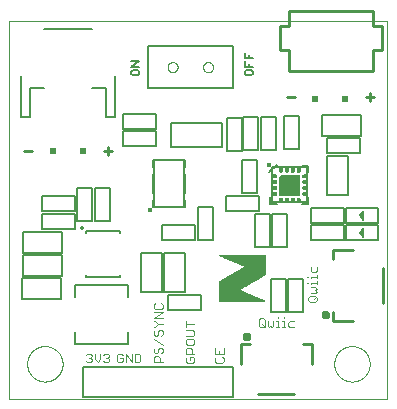
<source format=gto>
G75*
%MOIN*%
%OFA0B0*%
%FSLAX25Y25*%
%IPPOS*%
%LPD*%
%AMOC8*
5,1,8,0,0,1.08239X$1,22.5*
%
%ADD10C,0.00000*%
%ADD11C,0.00600*%
%ADD12C,0.01000*%
%ADD13C,0.00300*%
%ADD14C,0.00800*%
%ADD15R,0.02000X0.02000*%
%ADD16C,0.01575*%
%ADD17C,0.00500*%
%ADD18C,0.00001*%
%ADD19C,0.01727*%
%ADD20C,0.00200*%
%ADD21C,0.01761*%
%ADD22C,0.00010*%
D10*
X0002050Y0007300D02*
X0002050Y0133284D01*
X0128034Y0133284D01*
X0128034Y0007300D01*
X0002050Y0007300D01*
X0007955Y0019111D02*
X0007957Y0019264D01*
X0007963Y0019418D01*
X0007973Y0019571D01*
X0007987Y0019723D01*
X0008005Y0019876D01*
X0008027Y0020027D01*
X0008052Y0020178D01*
X0008082Y0020329D01*
X0008116Y0020479D01*
X0008153Y0020627D01*
X0008194Y0020775D01*
X0008239Y0020921D01*
X0008288Y0021067D01*
X0008341Y0021211D01*
X0008397Y0021353D01*
X0008457Y0021494D01*
X0008521Y0021634D01*
X0008588Y0021772D01*
X0008659Y0021908D01*
X0008734Y0022042D01*
X0008811Y0022174D01*
X0008893Y0022304D01*
X0008977Y0022432D01*
X0009065Y0022558D01*
X0009156Y0022681D01*
X0009250Y0022802D01*
X0009348Y0022920D01*
X0009448Y0023036D01*
X0009552Y0023149D01*
X0009658Y0023260D01*
X0009767Y0023368D01*
X0009879Y0023473D01*
X0009993Y0023574D01*
X0010111Y0023673D01*
X0010230Y0023769D01*
X0010352Y0023862D01*
X0010477Y0023951D01*
X0010604Y0024038D01*
X0010733Y0024120D01*
X0010864Y0024200D01*
X0010997Y0024276D01*
X0011132Y0024349D01*
X0011269Y0024418D01*
X0011408Y0024483D01*
X0011548Y0024545D01*
X0011690Y0024603D01*
X0011833Y0024658D01*
X0011978Y0024709D01*
X0012124Y0024756D01*
X0012271Y0024799D01*
X0012419Y0024838D01*
X0012568Y0024874D01*
X0012718Y0024905D01*
X0012869Y0024933D01*
X0013020Y0024957D01*
X0013173Y0024977D01*
X0013325Y0024993D01*
X0013478Y0025005D01*
X0013631Y0025013D01*
X0013784Y0025017D01*
X0013938Y0025017D01*
X0014091Y0025013D01*
X0014244Y0025005D01*
X0014397Y0024993D01*
X0014549Y0024977D01*
X0014702Y0024957D01*
X0014853Y0024933D01*
X0015004Y0024905D01*
X0015154Y0024874D01*
X0015303Y0024838D01*
X0015451Y0024799D01*
X0015598Y0024756D01*
X0015744Y0024709D01*
X0015889Y0024658D01*
X0016032Y0024603D01*
X0016174Y0024545D01*
X0016314Y0024483D01*
X0016453Y0024418D01*
X0016590Y0024349D01*
X0016725Y0024276D01*
X0016858Y0024200D01*
X0016989Y0024120D01*
X0017118Y0024038D01*
X0017245Y0023951D01*
X0017370Y0023862D01*
X0017492Y0023769D01*
X0017611Y0023673D01*
X0017729Y0023574D01*
X0017843Y0023473D01*
X0017955Y0023368D01*
X0018064Y0023260D01*
X0018170Y0023149D01*
X0018274Y0023036D01*
X0018374Y0022920D01*
X0018472Y0022802D01*
X0018566Y0022681D01*
X0018657Y0022558D01*
X0018745Y0022432D01*
X0018829Y0022304D01*
X0018911Y0022174D01*
X0018988Y0022042D01*
X0019063Y0021908D01*
X0019134Y0021772D01*
X0019201Y0021634D01*
X0019265Y0021494D01*
X0019325Y0021353D01*
X0019381Y0021211D01*
X0019434Y0021067D01*
X0019483Y0020921D01*
X0019528Y0020775D01*
X0019569Y0020627D01*
X0019606Y0020479D01*
X0019640Y0020329D01*
X0019670Y0020178D01*
X0019695Y0020027D01*
X0019717Y0019876D01*
X0019735Y0019723D01*
X0019749Y0019571D01*
X0019759Y0019418D01*
X0019765Y0019264D01*
X0019767Y0019111D01*
X0019765Y0018958D01*
X0019759Y0018804D01*
X0019749Y0018651D01*
X0019735Y0018499D01*
X0019717Y0018346D01*
X0019695Y0018195D01*
X0019670Y0018044D01*
X0019640Y0017893D01*
X0019606Y0017743D01*
X0019569Y0017595D01*
X0019528Y0017447D01*
X0019483Y0017301D01*
X0019434Y0017155D01*
X0019381Y0017011D01*
X0019325Y0016869D01*
X0019265Y0016728D01*
X0019201Y0016588D01*
X0019134Y0016450D01*
X0019063Y0016314D01*
X0018988Y0016180D01*
X0018911Y0016048D01*
X0018829Y0015918D01*
X0018745Y0015790D01*
X0018657Y0015664D01*
X0018566Y0015541D01*
X0018472Y0015420D01*
X0018374Y0015302D01*
X0018274Y0015186D01*
X0018170Y0015073D01*
X0018064Y0014962D01*
X0017955Y0014854D01*
X0017843Y0014749D01*
X0017729Y0014648D01*
X0017611Y0014549D01*
X0017492Y0014453D01*
X0017370Y0014360D01*
X0017245Y0014271D01*
X0017118Y0014184D01*
X0016989Y0014102D01*
X0016858Y0014022D01*
X0016725Y0013946D01*
X0016590Y0013873D01*
X0016453Y0013804D01*
X0016314Y0013739D01*
X0016174Y0013677D01*
X0016032Y0013619D01*
X0015889Y0013564D01*
X0015744Y0013513D01*
X0015598Y0013466D01*
X0015451Y0013423D01*
X0015303Y0013384D01*
X0015154Y0013348D01*
X0015004Y0013317D01*
X0014853Y0013289D01*
X0014702Y0013265D01*
X0014549Y0013245D01*
X0014397Y0013229D01*
X0014244Y0013217D01*
X0014091Y0013209D01*
X0013938Y0013205D01*
X0013784Y0013205D01*
X0013631Y0013209D01*
X0013478Y0013217D01*
X0013325Y0013229D01*
X0013173Y0013245D01*
X0013020Y0013265D01*
X0012869Y0013289D01*
X0012718Y0013317D01*
X0012568Y0013348D01*
X0012419Y0013384D01*
X0012271Y0013423D01*
X0012124Y0013466D01*
X0011978Y0013513D01*
X0011833Y0013564D01*
X0011690Y0013619D01*
X0011548Y0013677D01*
X0011408Y0013739D01*
X0011269Y0013804D01*
X0011132Y0013873D01*
X0010997Y0013946D01*
X0010864Y0014022D01*
X0010733Y0014102D01*
X0010604Y0014184D01*
X0010477Y0014271D01*
X0010352Y0014360D01*
X0010230Y0014453D01*
X0010111Y0014549D01*
X0009993Y0014648D01*
X0009879Y0014749D01*
X0009767Y0014854D01*
X0009658Y0014962D01*
X0009552Y0015073D01*
X0009448Y0015186D01*
X0009348Y0015302D01*
X0009250Y0015420D01*
X0009156Y0015541D01*
X0009065Y0015664D01*
X0008977Y0015790D01*
X0008893Y0015918D01*
X0008811Y0016048D01*
X0008734Y0016180D01*
X0008659Y0016314D01*
X0008588Y0016450D01*
X0008521Y0016588D01*
X0008457Y0016728D01*
X0008397Y0016869D01*
X0008341Y0017011D01*
X0008288Y0017155D01*
X0008239Y0017301D01*
X0008194Y0017447D01*
X0008153Y0017595D01*
X0008116Y0017743D01*
X0008082Y0017893D01*
X0008052Y0018044D01*
X0008027Y0018195D01*
X0008005Y0018346D01*
X0007987Y0018499D01*
X0007973Y0018651D01*
X0007963Y0018804D01*
X0007957Y0018958D01*
X0007955Y0019111D01*
X0089444Y0075375D02*
X0089444Y0076320D01*
X0090586Y0076320D01*
X0090720Y0076298D01*
X0090841Y0076237D01*
X0090937Y0076141D01*
X0090998Y0076020D01*
X0091019Y0075887D01*
X0091019Y0075808D01*
X0090998Y0075674D01*
X0090937Y0075553D01*
X0090841Y0075458D01*
X0090720Y0075396D01*
X0090586Y0075375D01*
X0089444Y0075375D01*
X0091946Y0074170D02*
X0091925Y0074036D01*
X0091925Y0072894D01*
X0092870Y0072894D01*
X0092870Y0074036D01*
X0092848Y0074170D01*
X0092787Y0074291D01*
X0092691Y0074387D01*
X0092570Y0074448D01*
X0092437Y0074469D01*
X0092358Y0074469D01*
X0092224Y0074448D01*
X0092103Y0074387D01*
X0092008Y0074291D01*
X0091946Y0074170D01*
X0092004Y0075454D02*
X0098696Y0075454D01*
X0098696Y0082146D01*
X0092870Y0082146D01*
X0092004Y0081280D01*
X0092004Y0075454D01*
X0093976Y0074291D02*
X0093915Y0074170D01*
X0093893Y0074036D01*
X0093893Y0072894D01*
X0094838Y0072894D01*
X0094838Y0074036D01*
X0094817Y0074170D01*
X0094755Y0074291D01*
X0094660Y0074387D01*
X0094539Y0074448D01*
X0094405Y0074469D01*
X0094326Y0074469D01*
X0094193Y0074448D01*
X0094072Y0074387D01*
X0093976Y0074291D01*
X0095862Y0074036D02*
X0095862Y0072894D01*
X0096807Y0072894D01*
X0096807Y0074036D01*
X0096785Y0074170D01*
X0096724Y0074291D01*
X0096628Y0074387D01*
X0096507Y0074448D01*
X0096374Y0074469D01*
X0096295Y0074469D01*
X0096161Y0074448D01*
X0096040Y0074387D01*
X0095945Y0074291D01*
X0095883Y0074170D01*
X0095862Y0074036D01*
X0097830Y0074036D02*
X0097830Y0072894D01*
X0098775Y0072894D01*
X0098775Y0074036D01*
X0098754Y0074170D01*
X0098692Y0074291D01*
X0098597Y0074387D01*
X0098476Y0074448D01*
X0098342Y0074469D01*
X0098263Y0074469D01*
X0098130Y0074448D01*
X0098009Y0074387D01*
X0097913Y0074291D01*
X0097852Y0074170D01*
X0097830Y0074036D01*
X0099763Y0075553D02*
X0099702Y0075674D01*
X0099681Y0075808D01*
X0099681Y0075887D01*
X0099702Y0076020D01*
X0099763Y0076141D01*
X0099859Y0076237D01*
X0099980Y0076298D01*
X0100114Y0076320D01*
X0101256Y0076320D01*
X0101256Y0075375D01*
X0100114Y0075375D01*
X0099980Y0075396D01*
X0099859Y0075458D01*
X0099763Y0075553D01*
X0100114Y0077343D02*
X0101256Y0077343D01*
X0101256Y0078288D01*
X0100114Y0078288D01*
X0099980Y0078267D01*
X0099859Y0078205D01*
X0099763Y0078110D01*
X0099702Y0077989D01*
X0099681Y0077855D01*
X0099681Y0077776D01*
X0099702Y0077643D01*
X0099763Y0077522D01*
X0099859Y0077426D01*
X0099980Y0077365D01*
X0100114Y0077343D01*
X0100114Y0079312D02*
X0101256Y0079312D01*
X0101256Y0080257D01*
X0100114Y0080257D01*
X0099980Y0080235D01*
X0099859Y0080174D01*
X0099763Y0080078D01*
X0099702Y0079957D01*
X0099681Y0079824D01*
X0099681Y0079745D01*
X0099702Y0079611D01*
X0099763Y0079490D01*
X0099859Y0079395D01*
X0099980Y0079333D01*
X0100114Y0079312D01*
X0100114Y0081280D02*
X0101256Y0081280D01*
X0101256Y0082225D01*
X0100114Y0082225D01*
X0099980Y0082204D01*
X0099859Y0082142D01*
X0099763Y0082047D01*
X0099702Y0081926D01*
X0099681Y0081792D01*
X0099681Y0081713D01*
X0099702Y0081580D01*
X0099763Y0081459D01*
X0099859Y0081363D01*
X0099980Y0081302D01*
X0100114Y0081280D01*
X0098597Y0083213D02*
X0098692Y0083309D01*
X0098754Y0083430D01*
X0098775Y0083564D01*
X0098775Y0084706D01*
X0097830Y0084706D01*
X0097830Y0083564D01*
X0097852Y0083430D01*
X0097913Y0083309D01*
X0098009Y0083213D01*
X0098130Y0083152D01*
X0098263Y0083131D01*
X0098342Y0083131D01*
X0098476Y0083152D01*
X0098597Y0083213D01*
X0096807Y0083564D02*
X0096807Y0084706D01*
X0095862Y0084706D01*
X0095862Y0083564D01*
X0095883Y0083430D01*
X0095945Y0083309D01*
X0096040Y0083213D01*
X0096161Y0083152D01*
X0096295Y0083131D01*
X0096374Y0083131D01*
X0096507Y0083152D01*
X0096628Y0083213D01*
X0096724Y0083309D01*
X0096785Y0083430D01*
X0096807Y0083564D01*
X0094838Y0083564D02*
X0094838Y0084706D01*
X0093893Y0084706D01*
X0093893Y0083564D01*
X0093915Y0083430D01*
X0093976Y0083309D01*
X0094072Y0083213D01*
X0094193Y0083152D01*
X0094326Y0083131D01*
X0094405Y0083131D01*
X0094539Y0083152D01*
X0094660Y0083213D01*
X0094755Y0083309D01*
X0094817Y0083430D01*
X0094838Y0083564D01*
X0092870Y0083564D02*
X0092870Y0084706D01*
X0091925Y0084706D01*
X0091925Y0083564D01*
X0091946Y0083430D01*
X0092008Y0083309D01*
X0092103Y0083213D01*
X0092224Y0083152D01*
X0092358Y0083131D01*
X0092437Y0083131D01*
X0092570Y0083152D01*
X0092691Y0083213D01*
X0092787Y0083309D01*
X0092848Y0083430D01*
X0092870Y0083564D01*
X0090937Y0082047D02*
X0090841Y0082142D01*
X0090720Y0082204D01*
X0090586Y0082225D01*
X0089444Y0082225D01*
X0089444Y0081280D01*
X0090586Y0081280D01*
X0090720Y0081302D01*
X0090841Y0081363D01*
X0090937Y0081459D01*
X0090998Y0081580D01*
X0091019Y0081713D01*
X0091019Y0081792D01*
X0090998Y0081926D01*
X0090937Y0082047D01*
X0090586Y0080257D02*
X0089444Y0080257D01*
X0089444Y0079312D01*
X0090586Y0079312D01*
X0090720Y0079333D01*
X0090841Y0079395D01*
X0090937Y0079490D01*
X0090998Y0079611D01*
X0091019Y0079745D01*
X0091019Y0079824D01*
X0090998Y0079957D01*
X0090937Y0080078D01*
X0090841Y0080174D01*
X0090720Y0080235D01*
X0090586Y0080257D01*
X0090586Y0078288D02*
X0089444Y0078288D01*
X0089444Y0077343D01*
X0090586Y0077343D01*
X0090720Y0077365D01*
X0090841Y0077426D01*
X0090937Y0077522D01*
X0090998Y0077643D01*
X0091019Y0077776D01*
X0091019Y0077855D01*
X0090998Y0077989D01*
X0090937Y0078110D01*
X0090841Y0078205D01*
X0090720Y0078267D01*
X0090586Y0078288D01*
X0066583Y0118000D02*
X0066585Y0118081D01*
X0066591Y0118163D01*
X0066601Y0118244D01*
X0066615Y0118324D01*
X0066632Y0118403D01*
X0066654Y0118482D01*
X0066679Y0118559D01*
X0066708Y0118636D01*
X0066741Y0118710D01*
X0066778Y0118783D01*
X0066817Y0118854D01*
X0066861Y0118923D01*
X0066907Y0118990D01*
X0066957Y0119054D01*
X0067010Y0119116D01*
X0067066Y0119176D01*
X0067124Y0119232D01*
X0067186Y0119286D01*
X0067250Y0119337D01*
X0067316Y0119384D01*
X0067384Y0119428D01*
X0067455Y0119469D01*
X0067527Y0119506D01*
X0067602Y0119540D01*
X0067677Y0119570D01*
X0067755Y0119596D01*
X0067833Y0119619D01*
X0067912Y0119637D01*
X0067992Y0119652D01*
X0068073Y0119663D01*
X0068154Y0119670D01*
X0068236Y0119673D01*
X0068317Y0119672D01*
X0068398Y0119667D01*
X0068479Y0119658D01*
X0068560Y0119645D01*
X0068640Y0119628D01*
X0068718Y0119608D01*
X0068796Y0119583D01*
X0068873Y0119555D01*
X0068948Y0119523D01*
X0069021Y0119488D01*
X0069092Y0119449D01*
X0069162Y0119406D01*
X0069229Y0119361D01*
X0069295Y0119312D01*
X0069357Y0119260D01*
X0069417Y0119204D01*
X0069474Y0119146D01*
X0069529Y0119086D01*
X0069580Y0119022D01*
X0069628Y0118957D01*
X0069673Y0118889D01*
X0069715Y0118819D01*
X0069753Y0118747D01*
X0069788Y0118673D01*
X0069819Y0118598D01*
X0069846Y0118521D01*
X0069869Y0118443D01*
X0069889Y0118364D01*
X0069905Y0118284D01*
X0069917Y0118203D01*
X0069925Y0118122D01*
X0069929Y0118041D01*
X0069929Y0117959D01*
X0069925Y0117878D01*
X0069917Y0117797D01*
X0069905Y0117716D01*
X0069889Y0117636D01*
X0069869Y0117557D01*
X0069846Y0117479D01*
X0069819Y0117402D01*
X0069788Y0117327D01*
X0069753Y0117253D01*
X0069715Y0117181D01*
X0069673Y0117111D01*
X0069628Y0117043D01*
X0069580Y0116978D01*
X0069529Y0116914D01*
X0069474Y0116854D01*
X0069417Y0116796D01*
X0069357Y0116740D01*
X0069295Y0116688D01*
X0069229Y0116639D01*
X0069162Y0116594D01*
X0069093Y0116551D01*
X0069021Y0116512D01*
X0068948Y0116477D01*
X0068873Y0116445D01*
X0068796Y0116417D01*
X0068718Y0116392D01*
X0068640Y0116372D01*
X0068560Y0116355D01*
X0068479Y0116342D01*
X0068398Y0116333D01*
X0068317Y0116328D01*
X0068236Y0116327D01*
X0068154Y0116330D01*
X0068073Y0116337D01*
X0067992Y0116348D01*
X0067912Y0116363D01*
X0067833Y0116381D01*
X0067755Y0116404D01*
X0067677Y0116430D01*
X0067602Y0116460D01*
X0067527Y0116494D01*
X0067455Y0116531D01*
X0067384Y0116572D01*
X0067316Y0116616D01*
X0067250Y0116663D01*
X0067186Y0116714D01*
X0067124Y0116768D01*
X0067066Y0116824D01*
X0067010Y0116884D01*
X0066957Y0116946D01*
X0066907Y0117010D01*
X0066861Y0117077D01*
X0066817Y0117146D01*
X0066778Y0117217D01*
X0066741Y0117290D01*
X0066708Y0117364D01*
X0066679Y0117441D01*
X0066654Y0117518D01*
X0066632Y0117597D01*
X0066615Y0117676D01*
X0066601Y0117756D01*
X0066591Y0117837D01*
X0066585Y0117919D01*
X0066583Y0118000D01*
X0054771Y0118000D02*
X0054773Y0118081D01*
X0054779Y0118163D01*
X0054789Y0118244D01*
X0054803Y0118324D01*
X0054820Y0118403D01*
X0054842Y0118482D01*
X0054867Y0118559D01*
X0054896Y0118636D01*
X0054929Y0118710D01*
X0054966Y0118783D01*
X0055005Y0118854D01*
X0055049Y0118923D01*
X0055095Y0118990D01*
X0055145Y0119054D01*
X0055198Y0119116D01*
X0055254Y0119176D01*
X0055312Y0119232D01*
X0055374Y0119286D01*
X0055438Y0119337D01*
X0055504Y0119384D01*
X0055572Y0119428D01*
X0055643Y0119469D01*
X0055715Y0119506D01*
X0055790Y0119540D01*
X0055865Y0119570D01*
X0055943Y0119596D01*
X0056021Y0119619D01*
X0056100Y0119637D01*
X0056180Y0119652D01*
X0056261Y0119663D01*
X0056342Y0119670D01*
X0056424Y0119673D01*
X0056505Y0119672D01*
X0056586Y0119667D01*
X0056667Y0119658D01*
X0056748Y0119645D01*
X0056828Y0119628D01*
X0056906Y0119608D01*
X0056984Y0119583D01*
X0057061Y0119555D01*
X0057136Y0119523D01*
X0057209Y0119488D01*
X0057280Y0119449D01*
X0057350Y0119406D01*
X0057417Y0119361D01*
X0057483Y0119312D01*
X0057545Y0119260D01*
X0057605Y0119204D01*
X0057662Y0119146D01*
X0057717Y0119086D01*
X0057768Y0119022D01*
X0057816Y0118957D01*
X0057861Y0118889D01*
X0057903Y0118819D01*
X0057941Y0118747D01*
X0057976Y0118673D01*
X0058007Y0118598D01*
X0058034Y0118521D01*
X0058057Y0118443D01*
X0058077Y0118364D01*
X0058093Y0118284D01*
X0058105Y0118203D01*
X0058113Y0118122D01*
X0058117Y0118041D01*
X0058117Y0117959D01*
X0058113Y0117878D01*
X0058105Y0117797D01*
X0058093Y0117716D01*
X0058077Y0117636D01*
X0058057Y0117557D01*
X0058034Y0117479D01*
X0058007Y0117402D01*
X0057976Y0117327D01*
X0057941Y0117253D01*
X0057903Y0117181D01*
X0057861Y0117111D01*
X0057816Y0117043D01*
X0057768Y0116978D01*
X0057717Y0116914D01*
X0057662Y0116854D01*
X0057605Y0116796D01*
X0057545Y0116740D01*
X0057483Y0116688D01*
X0057417Y0116639D01*
X0057350Y0116594D01*
X0057281Y0116551D01*
X0057209Y0116512D01*
X0057136Y0116477D01*
X0057061Y0116445D01*
X0056984Y0116417D01*
X0056906Y0116392D01*
X0056828Y0116372D01*
X0056748Y0116355D01*
X0056667Y0116342D01*
X0056586Y0116333D01*
X0056505Y0116328D01*
X0056424Y0116327D01*
X0056342Y0116330D01*
X0056261Y0116337D01*
X0056180Y0116348D01*
X0056100Y0116363D01*
X0056021Y0116381D01*
X0055943Y0116404D01*
X0055865Y0116430D01*
X0055790Y0116460D01*
X0055715Y0116494D01*
X0055643Y0116531D01*
X0055572Y0116572D01*
X0055504Y0116616D01*
X0055438Y0116663D01*
X0055374Y0116714D01*
X0055312Y0116768D01*
X0055254Y0116824D01*
X0055198Y0116884D01*
X0055145Y0116946D01*
X0055095Y0117010D01*
X0055049Y0117077D01*
X0055005Y0117146D01*
X0054966Y0117217D01*
X0054929Y0117290D01*
X0054896Y0117364D01*
X0054867Y0117441D01*
X0054842Y0117518D01*
X0054820Y0117597D01*
X0054803Y0117676D01*
X0054789Y0117756D01*
X0054779Y0117837D01*
X0054773Y0117919D01*
X0054771Y0118000D01*
X0110317Y0019111D02*
X0110319Y0019264D01*
X0110325Y0019418D01*
X0110335Y0019571D01*
X0110349Y0019723D01*
X0110367Y0019876D01*
X0110389Y0020027D01*
X0110414Y0020178D01*
X0110444Y0020329D01*
X0110478Y0020479D01*
X0110515Y0020627D01*
X0110556Y0020775D01*
X0110601Y0020921D01*
X0110650Y0021067D01*
X0110703Y0021211D01*
X0110759Y0021353D01*
X0110819Y0021494D01*
X0110883Y0021634D01*
X0110950Y0021772D01*
X0111021Y0021908D01*
X0111096Y0022042D01*
X0111173Y0022174D01*
X0111255Y0022304D01*
X0111339Y0022432D01*
X0111427Y0022558D01*
X0111518Y0022681D01*
X0111612Y0022802D01*
X0111710Y0022920D01*
X0111810Y0023036D01*
X0111914Y0023149D01*
X0112020Y0023260D01*
X0112129Y0023368D01*
X0112241Y0023473D01*
X0112355Y0023574D01*
X0112473Y0023673D01*
X0112592Y0023769D01*
X0112714Y0023862D01*
X0112839Y0023951D01*
X0112966Y0024038D01*
X0113095Y0024120D01*
X0113226Y0024200D01*
X0113359Y0024276D01*
X0113494Y0024349D01*
X0113631Y0024418D01*
X0113770Y0024483D01*
X0113910Y0024545D01*
X0114052Y0024603D01*
X0114195Y0024658D01*
X0114340Y0024709D01*
X0114486Y0024756D01*
X0114633Y0024799D01*
X0114781Y0024838D01*
X0114930Y0024874D01*
X0115080Y0024905D01*
X0115231Y0024933D01*
X0115382Y0024957D01*
X0115535Y0024977D01*
X0115687Y0024993D01*
X0115840Y0025005D01*
X0115993Y0025013D01*
X0116146Y0025017D01*
X0116300Y0025017D01*
X0116453Y0025013D01*
X0116606Y0025005D01*
X0116759Y0024993D01*
X0116911Y0024977D01*
X0117064Y0024957D01*
X0117215Y0024933D01*
X0117366Y0024905D01*
X0117516Y0024874D01*
X0117665Y0024838D01*
X0117813Y0024799D01*
X0117960Y0024756D01*
X0118106Y0024709D01*
X0118251Y0024658D01*
X0118394Y0024603D01*
X0118536Y0024545D01*
X0118676Y0024483D01*
X0118815Y0024418D01*
X0118952Y0024349D01*
X0119087Y0024276D01*
X0119220Y0024200D01*
X0119351Y0024120D01*
X0119480Y0024038D01*
X0119607Y0023951D01*
X0119732Y0023862D01*
X0119854Y0023769D01*
X0119973Y0023673D01*
X0120091Y0023574D01*
X0120205Y0023473D01*
X0120317Y0023368D01*
X0120426Y0023260D01*
X0120532Y0023149D01*
X0120636Y0023036D01*
X0120736Y0022920D01*
X0120834Y0022802D01*
X0120928Y0022681D01*
X0121019Y0022558D01*
X0121107Y0022432D01*
X0121191Y0022304D01*
X0121273Y0022174D01*
X0121350Y0022042D01*
X0121425Y0021908D01*
X0121496Y0021772D01*
X0121563Y0021634D01*
X0121627Y0021494D01*
X0121687Y0021353D01*
X0121743Y0021211D01*
X0121796Y0021067D01*
X0121845Y0020921D01*
X0121890Y0020775D01*
X0121931Y0020627D01*
X0121968Y0020479D01*
X0122002Y0020329D01*
X0122032Y0020178D01*
X0122057Y0020027D01*
X0122079Y0019876D01*
X0122097Y0019723D01*
X0122111Y0019571D01*
X0122121Y0019418D01*
X0122127Y0019264D01*
X0122129Y0019111D01*
X0122127Y0018958D01*
X0122121Y0018804D01*
X0122111Y0018651D01*
X0122097Y0018499D01*
X0122079Y0018346D01*
X0122057Y0018195D01*
X0122032Y0018044D01*
X0122002Y0017893D01*
X0121968Y0017743D01*
X0121931Y0017595D01*
X0121890Y0017447D01*
X0121845Y0017301D01*
X0121796Y0017155D01*
X0121743Y0017011D01*
X0121687Y0016869D01*
X0121627Y0016728D01*
X0121563Y0016588D01*
X0121496Y0016450D01*
X0121425Y0016314D01*
X0121350Y0016180D01*
X0121273Y0016048D01*
X0121191Y0015918D01*
X0121107Y0015790D01*
X0121019Y0015664D01*
X0120928Y0015541D01*
X0120834Y0015420D01*
X0120736Y0015302D01*
X0120636Y0015186D01*
X0120532Y0015073D01*
X0120426Y0014962D01*
X0120317Y0014854D01*
X0120205Y0014749D01*
X0120091Y0014648D01*
X0119973Y0014549D01*
X0119854Y0014453D01*
X0119732Y0014360D01*
X0119607Y0014271D01*
X0119480Y0014184D01*
X0119351Y0014102D01*
X0119220Y0014022D01*
X0119087Y0013946D01*
X0118952Y0013873D01*
X0118815Y0013804D01*
X0118676Y0013739D01*
X0118536Y0013677D01*
X0118394Y0013619D01*
X0118251Y0013564D01*
X0118106Y0013513D01*
X0117960Y0013466D01*
X0117813Y0013423D01*
X0117665Y0013384D01*
X0117516Y0013348D01*
X0117366Y0013317D01*
X0117215Y0013289D01*
X0117064Y0013265D01*
X0116911Y0013245D01*
X0116759Y0013229D01*
X0116606Y0013217D01*
X0116453Y0013209D01*
X0116300Y0013205D01*
X0116146Y0013205D01*
X0115993Y0013209D01*
X0115840Y0013217D01*
X0115687Y0013229D01*
X0115535Y0013245D01*
X0115382Y0013265D01*
X0115231Y0013289D01*
X0115080Y0013317D01*
X0114930Y0013348D01*
X0114781Y0013384D01*
X0114633Y0013423D01*
X0114486Y0013466D01*
X0114340Y0013513D01*
X0114195Y0013564D01*
X0114052Y0013619D01*
X0113910Y0013677D01*
X0113770Y0013739D01*
X0113631Y0013804D01*
X0113494Y0013873D01*
X0113359Y0013946D01*
X0113226Y0014022D01*
X0113095Y0014102D01*
X0112966Y0014184D01*
X0112839Y0014271D01*
X0112714Y0014360D01*
X0112592Y0014453D01*
X0112473Y0014549D01*
X0112355Y0014648D01*
X0112241Y0014749D01*
X0112129Y0014854D01*
X0112020Y0014962D01*
X0111914Y0015073D01*
X0111810Y0015186D01*
X0111710Y0015302D01*
X0111612Y0015420D01*
X0111518Y0015541D01*
X0111427Y0015664D01*
X0111339Y0015790D01*
X0111255Y0015918D01*
X0111173Y0016048D01*
X0111096Y0016180D01*
X0111021Y0016314D01*
X0110950Y0016450D01*
X0110883Y0016588D01*
X0110819Y0016728D01*
X0110759Y0016869D01*
X0110703Y0017011D01*
X0110650Y0017155D01*
X0110601Y0017301D01*
X0110556Y0017447D01*
X0110515Y0017595D01*
X0110478Y0017743D01*
X0110444Y0017893D01*
X0110414Y0018044D01*
X0110389Y0018195D01*
X0110367Y0018346D01*
X0110349Y0018499D01*
X0110335Y0018651D01*
X0110325Y0018804D01*
X0110319Y0018958D01*
X0110317Y0019111D01*
D11*
X0038748Y0048208D02*
X0038738Y0048208D01*
X0038738Y0048765D01*
X0038738Y0048208D02*
X0027538Y0048208D01*
X0027538Y0048765D01*
X0027528Y0048208D02*
X0027538Y0048208D01*
X0027538Y0062787D02*
X0027538Y0063365D01*
X0027528Y0063365D01*
X0027538Y0063365D02*
X0038738Y0063365D01*
X0038738Y0062787D01*
X0038748Y0063365D02*
X0038738Y0063365D01*
X0025955Y0064487D02*
X0025957Y0064520D01*
X0025963Y0064553D01*
X0025973Y0064586D01*
X0025986Y0064616D01*
X0026003Y0064645D01*
X0026024Y0064672D01*
X0026047Y0064696D01*
X0026073Y0064717D01*
X0026101Y0064735D01*
X0026132Y0064749D01*
X0026163Y0064760D01*
X0026196Y0064767D01*
X0026230Y0064770D01*
X0026263Y0064769D01*
X0026296Y0064764D01*
X0026329Y0064755D01*
X0026360Y0064742D01*
X0026389Y0064726D01*
X0026416Y0064707D01*
X0026441Y0064684D01*
X0026463Y0064659D01*
X0026482Y0064631D01*
X0026497Y0064601D01*
X0026509Y0064570D01*
X0026517Y0064537D01*
X0026521Y0064504D01*
X0026521Y0064470D01*
X0026517Y0064437D01*
X0026509Y0064404D01*
X0026497Y0064373D01*
X0026482Y0064343D01*
X0026463Y0064315D01*
X0026441Y0064290D01*
X0026416Y0064267D01*
X0026389Y0064248D01*
X0026360Y0064232D01*
X0026329Y0064219D01*
X0026296Y0064210D01*
X0026263Y0064205D01*
X0026230Y0064204D01*
X0026196Y0064207D01*
X0026163Y0064214D01*
X0026132Y0064225D01*
X0026101Y0064239D01*
X0026073Y0064257D01*
X0026047Y0064278D01*
X0026024Y0064302D01*
X0026003Y0064329D01*
X0025986Y0064358D01*
X0025973Y0064388D01*
X0025963Y0064421D01*
X0025957Y0064454D01*
X0025955Y0064487D01*
X0043081Y0115226D02*
X0042648Y0115660D01*
X0042648Y0116527D01*
X0043081Y0116961D01*
X0044816Y0116961D01*
X0045250Y0116527D01*
X0045250Y0115660D01*
X0044816Y0115226D01*
X0043081Y0115226D01*
X0042648Y0118173D02*
X0045250Y0119907D01*
X0042648Y0119907D01*
X0042648Y0118173D02*
X0045250Y0118173D01*
X0080548Y0118173D02*
X0080548Y0119907D01*
X0080548Y0121119D02*
X0080548Y0122854D01*
X0081849Y0121986D02*
X0081849Y0121119D01*
X0083150Y0121119D02*
X0080548Y0121119D01*
X0081849Y0119040D02*
X0081849Y0118173D01*
X0083150Y0118173D02*
X0080548Y0118173D01*
X0080981Y0116961D02*
X0080548Y0116527D01*
X0080548Y0115660D01*
X0080981Y0115226D01*
X0082716Y0115226D01*
X0083150Y0115660D01*
X0083150Y0116527D01*
X0082716Y0116961D01*
X0080981Y0116961D01*
D12*
X0092250Y0123600D02*
X0092250Y0131600D01*
X0095250Y0131600D01*
X0095250Y0136600D01*
X0123250Y0136600D01*
X0123250Y0131600D01*
X0126250Y0131600D01*
X0126250Y0123600D01*
X0123250Y0123600D01*
X0123250Y0116600D01*
X0095250Y0116600D01*
X0095250Y0123600D01*
X0092250Y0123600D01*
X0094550Y0107928D02*
X0097219Y0107928D01*
X0121050Y0107928D02*
X0123719Y0107928D01*
X0122384Y0109262D02*
X0122384Y0106593D01*
X0116424Y0057111D02*
X0109928Y0057111D01*
X0109928Y0054158D01*
X0126660Y0051206D02*
X0126660Y0039394D01*
X0116424Y0033489D02*
X0109928Y0033489D01*
X0109928Y0036442D01*
X0102761Y0025622D02*
X0099808Y0025622D01*
X0102761Y0025622D02*
X0102761Y0019126D01*
X0096856Y0008890D02*
X0085044Y0008890D01*
X0079139Y0019126D02*
X0079139Y0025622D01*
X0082092Y0025622D01*
X0034884Y0088593D02*
X0034884Y0091262D01*
X0033550Y0089928D02*
X0036219Y0089928D01*
X0009719Y0089928D02*
X0007050Y0089928D01*
D13*
X0050681Y0039264D02*
X0050198Y0038780D01*
X0050198Y0037813D01*
X0050681Y0037329D01*
X0052616Y0037329D01*
X0053100Y0037813D01*
X0053100Y0038780D01*
X0052616Y0039264D01*
X0053100Y0036318D02*
X0050198Y0036318D01*
X0050198Y0034383D02*
X0053100Y0036318D01*
X0053100Y0034383D02*
X0050198Y0034383D01*
X0050198Y0033371D02*
X0050681Y0033371D01*
X0051649Y0032404D01*
X0053100Y0032404D01*
X0051649Y0032404D02*
X0050681Y0031436D01*
X0050198Y0031436D01*
X0050681Y0030425D02*
X0050198Y0029941D01*
X0050198Y0028973D01*
X0050681Y0028490D01*
X0051165Y0028490D01*
X0051649Y0028973D01*
X0051649Y0029941D01*
X0052133Y0030425D01*
X0052616Y0030425D01*
X0053100Y0029941D01*
X0053100Y0028973D01*
X0052616Y0028490D01*
X0050198Y0027478D02*
X0053100Y0025543D01*
X0052616Y0024531D02*
X0053100Y0024048D01*
X0053100Y0023080D01*
X0052616Y0022597D01*
X0051649Y0023080D02*
X0051649Y0024048D01*
X0052133Y0024531D01*
X0052616Y0024531D01*
X0051649Y0023080D02*
X0051165Y0022597D01*
X0050681Y0022597D01*
X0050198Y0023080D01*
X0050198Y0024048D01*
X0050681Y0024531D01*
X0050681Y0021585D02*
X0050198Y0021101D01*
X0050198Y0019650D01*
X0053100Y0019650D01*
X0052133Y0019650D02*
X0052133Y0021101D01*
X0051649Y0021585D01*
X0050681Y0021585D01*
X0045728Y0022069D02*
X0045728Y0020134D01*
X0045244Y0019650D01*
X0043793Y0019650D01*
X0043793Y0022552D01*
X0045244Y0022552D01*
X0045728Y0022069D01*
X0042781Y0022552D02*
X0042781Y0019650D01*
X0040847Y0022552D01*
X0040847Y0019650D01*
X0039835Y0020134D02*
X0039835Y0021101D01*
X0038867Y0021101D01*
X0037900Y0020134D02*
X0038384Y0019650D01*
X0039351Y0019650D01*
X0039835Y0020134D01*
X0039835Y0022069D02*
X0039351Y0022552D01*
X0038384Y0022552D01*
X0037900Y0022069D01*
X0037900Y0020134D01*
X0035328Y0020134D02*
X0034844Y0019650D01*
X0033877Y0019650D01*
X0033393Y0020134D01*
X0032381Y0020617D02*
X0032381Y0022552D01*
X0033393Y0022069D02*
X0033877Y0022552D01*
X0034844Y0022552D01*
X0035328Y0022069D01*
X0035328Y0021585D01*
X0034844Y0021101D01*
X0035328Y0020617D01*
X0035328Y0020134D01*
X0034844Y0021101D02*
X0034361Y0021101D01*
X0032381Y0020617D02*
X0031414Y0019650D01*
X0030447Y0020617D01*
X0030447Y0022552D01*
X0029435Y0022069D02*
X0029435Y0021585D01*
X0028951Y0021101D01*
X0029435Y0020617D01*
X0029435Y0020134D01*
X0028951Y0019650D01*
X0027984Y0019650D01*
X0027500Y0020134D01*
X0028467Y0021101D02*
X0028951Y0021101D01*
X0029435Y0022069D02*
X0028951Y0022552D01*
X0027984Y0022552D01*
X0027500Y0022069D01*
X0060798Y0022497D02*
X0060798Y0023948D01*
X0061281Y0024431D01*
X0062249Y0024431D01*
X0062733Y0023948D01*
X0062733Y0022497D01*
X0063700Y0022497D02*
X0060798Y0022497D01*
X0061281Y0021485D02*
X0060798Y0021001D01*
X0060798Y0020034D01*
X0061281Y0019550D01*
X0063216Y0019550D01*
X0063700Y0020034D01*
X0063700Y0021001D01*
X0063216Y0021485D01*
X0062249Y0021485D01*
X0062249Y0020517D01*
X0061281Y0025443D02*
X0063216Y0025443D01*
X0063700Y0025927D01*
X0063700Y0026894D01*
X0063216Y0027378D01*
X0061281Y0027378D01*
X0060798Y0026894D01*
X0060798Y0025927D01*
X0061281Y0025443D01*
X0060798Y0028390D02*
X0063216Y0028390D01*
X0063700Y0028873D01*
X0063700Y0029841D01*
X0063216Y0030325D01*
X0060798Y0030325D01*
X0060798Y0031336D02*
X0060798Y0033271D01*
X0060798Y0032304D02*
X0063700Y0032304D01*
X0070498Y0024431D02*
X0070498Y0022497D01*
X0073400Y0022497D01*
X0073400Y0024431D01*
X0071949Y0023464D02*
X0071949Y0022497D01*
X0072916Y0021485D02*
X0073400Y0021001D01*
X0073400Y0020034D01*
X0072916Y0019550D01*
X0070981Y0019550D01*
X0070498Y0020034D01*
X0070498Y0021001D01*
X0070981Y0021485D01*
X0085132Y0031834D02*
X0085615Y0031350D01*
X0086583Y0031350D01*
X0087067Y0031834D01*
X0087067Y0033769D01*
X0086583Y0034252D01*
X0085615Y0034252D01*
X0085132Y0033769D01*
X0085132Y0031834D01*
X0086099Y0032317D02*
X0087067Y0031350D01*
X0088078Y0031834D02*
X0088562Y0031350D01*
X0089046Y0031834D01*
X0089530Y0031350D01*
X0090013Y0031834D01*
X0090013Y0033285D01*
X0091025Y0033285D02*
X0091509Y0033285D01*
X0091509Y0031350D01*
X0091992Y0031350D02*
X0091025Y0031350D01*
X0092989Y0031350D02*
X0093957Y0031350D01*
X0093473Y0031350D02*
X0093473Y0033285D01*
X0092989Y0033285D01*
X0093473Y0034252D02*
X0093473Y0034736D01*
X0094953Y0032801D02*
X0095437Y0033285D01*
X0096888Y0033285D01*
X0094953Y0032801D02*
X0094953Y0031834D01*
X0095437Y0031350D01*
X0096888Y0031350D01*
X0091509Y0034252D02*
X0091509Y0034736D01*
X0088078Y0033285D02*
X0088078Y0031834D01*
X0101598Y0040234D02*
X0102081Y0039750D01*
X0104016Y0039750D01*
X0104500Y0040234D01*
X0104500Y0041201D01*
X0104016Y0041685D01*
X0102081Y0041685D01*
X0101598Y0041201D01*
X0101598Y0040234D01*
X0103533Y0040717D02*
X0104500Y0041685D01*
X0104016Y0042697D02*
X0104500Y0043180D01*
X0104016Y0043664D01*
X0104500Y0044148D01*
X0104016Y0044631D01*
X0102565Y0044631D01*
X0102565Y0045643D02*
X0102565Y0046127D01*
X0104500Y0046127D01*
X0104500Y0045643D02*
X0104500Y0046611D01*
X0104500Y0047607D02*
X0104500Y0048575D01*
X0104500Y0048091D02*
X0102565Y0048091D01*
X0102565Y0047607D01*
X0101598Y0048091D02*
X0101114Y0048091D01*
X0101114Y0046127D02*
X0101598Y0046127D01*
X0103049Y0049572D02*
X0104016Y0049572D01*
X0104500Y0050055D01*
X0104500Y0051507D01*
X0102565Y0051507D02*
X0102565Y0050055D01*
X0103049Y0049572D01*
X0102565Y0042697D02*
X0104016Y0042697D01*
D14*
X0101649Y0072501D02*
X0099523Y0072501D01*
X0101649Y0072501D02*
X0101649Y0074627D01*
X0101649Y0082973D02*
X0101649Y0085099D01*
X0099523Y0085099D01*
X0091177Y0085493D02*
X0088657Y0082973D01*
X0089051Y0074627D02*
X0089051Y0072501D01*
X0091177Y0072501D01*
X0060465Y0071326D02*
X0060071Y0071326D01*
X0060465Y0071326D02*
X0060465Y0073688D01*
X0060465Y0076050D02*
X0060465Y0082350D01*
X0060465Y0084712D02*
X0060465Y0087074D01*
X0050229Y0087074D02*
X0049835Y0087074D01*
X0049835Y0084712D01*
X0049835Y0082350D02*
X0049835Y0076050D01*
X0049835Y0073688D02*
X0049835Y0071326D01*
X0037298Y0101272D02*
X0034148Y0101272D01*
X0034148Y0111115D01*
X0029424Y0111115D01*
X0037298Y0115052D02*
X0037298Y0101272D01*
X0048177Y0111110D02*
X0076523Y0111110D01*
X0076523Y0124890D01*
X0048177Y0124890D01*
X0048177Y0111110D01*
X0029424Y0130800D02*
X0013676Y0130800D01*
X0005802Y0115052D02*
X0005802Y0101272D01*
X0008952Y0101272D01*
X0008952Y0111115D01*
X0013676Y0111115D01*
D15*
X0016550Y0089926D03*
X0026550Y0089926D03*
X0104050Y0107426D03*
X0114050Y0107426D03*
D16*
X0106812Y0035457D02*
X0106814Y0035504D01*
X0106820Y0035550D01*
X0106829Y0035596D01*
X0106843Y0035640D01*
X0106860Y0035684D01*
X0106881Y0035725D01*
X0106905Y0035765D01*
X0106932Y0035803D01*
X0106963Y0035838D01*
X0106996Y0035871D01*
X0107032Y0035901D01*
X0107071Y0035927D01*
X0107111Y0035951D01*
X0107153Y0035970D01*
X0107197Y0035987D01*
X0107242Y0035999D01*
X0107288Y0036008D01*
X0107334Y0036013D01*
X0107381Y0036014D01*
X0107427Y0036011D01*
X0107473Y0036004D01*
X0107519Y0035993D01*
X0107563Y0035979D01*
X0107606Y0035961D01*
X0107647Y0035939D01*
X0107687Y0035914D01*
X0107724Y0035886D01*
X0107759Y0035855D01*
X0107791Y0035821D01*
X0107820Y0035784D01*
X0107845Y0035746D01*
X0107868Y0035705D01*
X0107887Y0035662D01*
X0107902Y0035618D01*
X0107914Y0035573D01*
X0107922Y0035527D01*
X0107926Y0035480D01*
X0107926Y0035434D01*
X0107922Y0035387D01*
X0107914Y0035341D01*
X0107902Y0035296D01*
X0107887Y0035252D01*
X0107868Y0035209D01*
X0107845Y0035168D01*
X0107820Y0035130D01*
X0107791Y0035093D01*
X0107759Y0035059D01*
X0107724Y0035028D01*
X0107687Y0035000D01*
X0107648Y0034975D01*
X0107606Y0034953D01*
X0107563Y0034935D01*
X0107519Y0034921D01*
X0107473Y0034910D01*
X0107427Y0034903D01*
X0107381Y0034900D01*
X0107334Y0034901D01*
X0107288Y0034906D01*
X0107242Y0034915D01*
X0107197Y0034927D01*
X0107153Y0034944D01*
X0107111Y0034963D01*
X0107071Y0034987D01*
X0107032Y0035013D01*
X0106996Y0035043D01*
X0106963Y0035076D01*
X0106932Y0035111D01*
X0106905Y0035149D01*
X0106881Y0035189D01*
X0106860Y0035230D01*
X0106843Y0035274D01*
X0106829Y0035318D01*
X0106820Y0035364D01*
X0106814Y0035410D01*
X0106812Y0035457D01*
X0080550Y0028181D02*
X0080552Y0028228D01*
X0080558Y0028274D01*
X0080567Y0028320D01*
X0080581Y0028364D01*
X0080598Y0028408D01*
X0080619Y0028449D01*
X0080643Y0028489D01*
X0080670Y0028527D01*
X0080701Y0028562D01*
X0080734Y0028595D01*
X0080770Y0028625D01*
X0080809Y0028651D01*
X0080849Y0028675D01*
X0080891Y0028694D01*
X0080935Y0028711D01*
X0080980Y0028723D01*
X0081026Y0028732D01*
X0081072Y0028737D01*
X0081119Y0028738D01*
X0081165Y0028735D01*
X0081211Y0028728D01*
X0081257Y0028717D01*
X0081301Y0028703D01*
X0081344Y0028685D01*
X0081385Y0028663D01*
X0081425Y0028638D01*
X0081462Y0028610D01*
X0081497Y0028579D01*
X0081529Y0028545D01*
X0081558Y0028508D01*
X0081583Y0028470D01*
X0081606Y0028429D01*
X0081625Y0028386D01*
X0081640Y0028342D01*
X0081652Y0028297D01*
X0081660Y0028251D01*
X0081664Y0028204D01*
X0081664Y0028158D01*
X0081660Y0028111D01*
X0081652Y0028065D01*
X0081640Y0028020D01*
X0081625Y0027976D01*
X0081606Y0027933D01*
X0081583Y0027892D01*
X0081558Y0027854D01*
X0081529Y0027817D01*
X0081497Y0027783D01*
X0081462Y0027752D01*
X0081425Y0027724D01*
X0081386Y0027699D01*
X0081344Y0027677D01*
X0081301Y0027659D01*
X0081257Y0027645D01*
X0081211Y0027634D01*
X0081165Y0027627D01*
X0081119Y0027624D01*
X0081072Y0027625D01*
X0081026Y0027630D01*
X0080980Y0027639D01*
X0080935Y0027651D01*
X0080891Y0027668D01*
X0080849Y0027687D01*
X0080809Y0027711D01*
X0080770Y0027737D01*
X0080734Y0027767D01*
X0080701Y0027800D01*
X0080670Y0027835D01*
X0080643Y0027873D01*
X0080619Y0027913D01*
X0080598Y0027954D01*
X0080581Y0027998D01*
X0080567Y0028042D01*
X0080558Y0028088D01*
X0080552Y0028134D01*
X0080550Y0028181D01*
D17*
X0089250Y0036400D02*
X0094250Y0036400D01*
X0094250Y0047400D01*
X0089250Y0047400D01*
X0089250Y0036400D01*
X0094950Y0036400D02*
X0099950Y0036400D01*
X0099950Y0047400D01*
X0094950Y0047400D01*
X0094950Y0036400D01*
X0076450Y0018000D02*
X0076450Y0008000D01*
X0026450Y0008000D01*
X0026450Y0018000D01*
X0076450Y0018000D01*
X0065950Y0037000D02*
X0065950Y0042000D01*
X0054950Y0042000D01*
X0054950Y0037000D01*
X0065950Y0037000D01*
X0060450Y0043200D02*
X0053450Y0043200D01*
X0053450Y0056200D01*
X0060450Y0056200D01*
X0060450Y0043200D01*
X0052850Y0043200D02*
X0045850Y0043200D01*
X0045850Y0056200D01*
X0052850Y0056200D01*
X0052850Y0043200D01*
X0041650Y0041406D02*
X0041650Y0045343D01*
X0023933Y0045343D01*
X0023933Y0041406D01*
X0019350Y0040800D02*
X0006350Y0040800D01*
X0006350Y0047800D01*
X0019350Y0047800D01*
X0019350Y0040800D01*
X0019450Y0048500D02*
X0006450Y0048500D01*
X0006450Y0055500D01*
X0019450Y0055500D01*
X0019450Y0048500D01*
X0019450Y0056100D02*
X0006450Y0056100D01*
X0006450Y0063100D01*
X0019450Y0063100D01*
X0019450Y0056100D01*
X0023750Y0064200D02*
X0012750Y0064200D01*
X0012750Y0069200D01*
X0023750Y0069200D01*
X0023750Y0064200D01*
X0024650Y0066700D02*
X0024650Y0077700D01*
X0029650Y0077700D01*
X0029650Y0066700D01*
X0024650Y0066700D01*
X0023750Y0069900D02*
X0012750Y0069900D01*
X0012750Y0074900D01*
X0023750Y0074900D01*
X0023750Y0069900D01*
X0030550Y0066700D02*
X0035550Y0066700D01*
X0035550Y0077700D01*
X0030550Y0077700D01*
X0030550Y0066700D01*
X0049835Y0071326D02*
X0050229Y0071326D01*
X0060071Y0071326D01*
X0060071Y0087074D01*
X0060465Y0087074D01*
X0060071Y0087074D02*
X0050229Y0087074D01*
X0050229Y0071326D01*
X0053050Y0065300D02*
X0064050Y0065300D01*
X0064050Y0060300D01*
X0053050Y0060300D01*
X0053050Y0065300D01*
X0064850Y0060300D02*
X0069850Y0060300D01*
X0069850Y0071300D01*
X0064850Y0071300D01*
X0064850Y0060300D01*
X0074150Y0070100D02*
X0074150Y0075100D01*
X0085150Y0075100D01*
X0085150Y0070100D01*
X0074150Y0070100D01*
X0079550Y0076000D02*
X0079550Y0087000D01*
X0084550Y0087000D01*
X0084550Y0076000D01*
X0079550Y0076000D01*
X0083943Y0068911D02*
X0088943Y0068911D01*
X0088943Y0057911D01*
X0083943Y0057911D01*
X0083943Y0068911D01*
X0089554Y0068911D02*
X0094554Y0068911D01*
X0094554Y0057911D01*
X0089554Y0057911D01*
X0089554Y0068911D01*
X0089444Y0072894D02*
X0101256Y0072894D01*
X0101256Y0084706D01*
X0089444Y0084706D01*
X0089444Y0072894D01*
X0102450Y0071100D02*
X0102450Y0066100D01*
X0113450Y0066100D01*
X0113450Y0071100D01*
X0102450Y0071100D01*
X0102550Y0065300D02*
X0102550Y0060300D01*
X0113550Y0060300D01*
X0113550Y0065300D01*
X0102550Y0065300D01*
X0108050Y0075400D02*
X0108050Y0088400D01*
X0115050Y0088400D01*
X0115050Y0075400D01*
X0108050Y0075400D01*
X0114300Y0071100D02*
X0124800Y0071100D01*
X0124800Y0066100D01*
X0114300Y0066100D01*
X0114300Y0071100D01*
X0119050Y0068600D02*
X0119550Y0067850D01*
X0119550Y0069350D01*
X0119050Y0068600D01*
X0119550Y0067850D02*
X0120050Y0067100D01*
X0120050Y0070100D01*
X0119550Y0069350D01*
X0119800Y0069600D02*
X0119800Y0067600D01*
X0120050Y0064300D02*
X0119550Y0063550D01*
X0119550Y0062050D01*
X0120050Y0061300D01*
X0120050Y0064300D01*
X0119800Y0063800D02*
X0119800Y0061800D01*
X0119550Y0062050D02*
X0119050Y0062800D01*
X0119550Y0063550D01*
X0114300Y0065300D02*
X0114300Y0060300D01*
X0124800Y0060300D01*
X0124800Y0065300D01*
X0114300Y0065300D01*
X0118950Y0089300D02*
X0107950Y0089300D01*
X0107950Y0094300D01*
X0118950Y0094300D01*
X0118950Y0089300D01*
X0119150Y0095000D02*
X0106150Y0095000D01*
X0106150Y0102000D01*
X0119150Y0102000D01*
X0119150Y0095000D01*
X0098650Y0090700D02*
X0093650Y0090700D01*
X0093650Y0101700D01*
X0098650Y0101700D01*
X0098650Y0090700D01*
X0090850Y0090500D02*
X0085850Y0090500D01*
X0085850Y0101500D01*
X0090850Y0101500D01*
X0090850Y0090500D01*
X0085050Y0090400D02*
X0080050Y0090400D01*
X0080050Y0101400D01*
X0085050Y0101400D01*
X0085050Y0090400D01*
X0079450Y0090200D02*
X0074450Y0090200D01*
X0074450Y0101200D01*
X0079450Y0101200D01*
X0079450Y0090200D01*
X0072950Y0091400D02*
X0055950Y0091400D01*
X0055950Y0099400D01*
X0072950Y0099400D01*
X0072950Y0091400D01*
X0050950Y0091600D02*
X0050950Y0096600D01*
X0039950Y0096600D01*
X0039950Y0091600D01*
X0050950Y0091600D01*
X0050950Y0097400D02*
X0039950Y0097400D01*
X0039950Y0102400D01*
X0050950Y0102400D01*
X0050950Y0097400D01*
X0041650Y0029594D02*
X0041650Y0025657D01*
X0023933Y0025657D01*
X0023933Y0029594D01*
D18*
X0089444Y0075375D02*
X0090586Y0075375D01*
X0090592Y0075376D02*
X0089444Y0075376D01*
X0089444Y0075377D02*
X0090599Y0075377D01*
X0090605Y0075378D02*
X0089444Y0075378D01*
X0089444Y0075379D02*
X0090611Y0075379D01*
X0090617Y0075380D02*
X0089444Y0075380D01*
X0089444Y0075381D02*
X0090623Y0075381D01*
X0090630Y0075382D02*
X0089444Y0075382D01*
X0089444Y0075383D02*
X0090636Y0075383D01*
X0090642Y0075384D02*
X0089444Y0075384D01*
X0089444Y0075385D02*
X0090648Y0075385D01*
X0090655Y0075386D02*
X0089444Y0075386D01*
X0089444Y0075387D02*
X0090661Y0075387D01*
X0090667Y0075388D02*
X0089444Y0075388D01*
X0089444Y0075389D02*
X0090673Y0075389D01*
X0090679Y0075390D02*
X0089444Y0075390D01*
X0089444Y0075391D02*
X0090686Y0075391D01*
X0090692Y0075392D02*
X0089444Y0075392D01*
X0089444Y0075393D02*
X0090698Y0075393D01*
X0090704Y0075394D02*
X0089444Y0075394D01*
X0090710Y0075394D01*
X0090717Y0075395D02*
X0089444Y0075395D01*
X0089444Y0075396D02*
X0090721Y0075396D01*
X0090723Y0075397D02*
X0089444Y0075397D01*
X0089444Y0075398D02*
X0090725Y0075398D01*
X0090727Y0075399D02*
X0089444Y0075399D01*
X0089444Y0075400D02*
X0090729Y0075400D01*
X0090731Y0075401D02*
X0089444Y0075401D01*
X0089444Y0075402D02*
X0090733Y0075402D01*
X0090734Y0075403D02*
X0089444Y0075403D01*
X0089444Y0075404D02*
X0090736Y0075404D01*
X0090738Y0075405D02*
X0089444Y0075405D01*
X0089444Y0075406D02*
X0090740Y0075406D01*
X0090742Y0075407D02*
X0089444Y0075407D01*
X0089444Y0075408D02*
X0090744Y0075408D01*
X0090746Y0075409D02*
X0089444Y0075409D01*
X0089444Y0075410D02*
X0090748Y0075410D01*
X0090750Y0075411D02*
X0089444Y0075411D01*
X0089444Y0075412D02*
X0090752Y0075412D01*
X0090754Y0075413D02*
X0089444Y0075413D01*
X0089444Y0075414D02*
X0090756Y0075414D01*
X0090758Y0075415D02*
X0089444Y0075415D01*
X0089444Y0075416D02*
X0090760Y0075416D01*
X0090761Y0075417D02*
X0089444Y0075417D01*
X0089444Y0075418D02*
X0090763Y0075418D01*
X0090765Y0075419D02*
X0089444Y0075419D01*
X0089444Y0075420D02*
X0090767Y0075420D01*
X0090769Y0075421D02*
X0089444Y0075421D01*
X0089444Y0075422D02*
X0090771Y0075422D01*
X0090773Y0075423D02*
X0089444Y0075423D01*
X0089444Y0075424D02*
X0090775Y0075424D01*
X0090777Y0075425D02*
X0089444Y0075425D01*
X0089444Y0075426D02*
X0090779Y0075426D01*
X0090781Y0075427D02*
X0089444Y0075427D01*
X0089444Y0075428D02*
X0090783Y0075428D01*
X0090785Y0075429D02*
X0089444Y0075429D01*
X0089444Y0075430D02*
X0090787Y0075430D01*
X0090789Y0075431D02*
X0089444Y0075431D01*
X0089444Y0075432D02*
X0090790Y0075432D01*
X0090792Y0075433D02*
X0089444Y0075433D01*
X0089444Y0075434D02*
X0090794Y0075434D01*
X0090796Y0075435D02*
X0089444Y0075435D01*
X0089444Y0075436D02*
X0090798Y0075436D01*
X0090800Y0075437D02*
X0089444Y0075437D01*
X0089444Y0075438D02*
X0090802Y0075438D01*
X0090804Y0075439D02*
X0089444Y0075439D01*
X0089444Y0075440D02*
X0090806Y0075440D01*
X0090808Y0075441D02*
X0089444Y0075441D01*
X0089444Y0075442D02*
X0090810Y0075442D01*
X0090812Y0075443D02*
X0089444Y0075443D01*
X0089444Y0075444D02*
X0090814Y0075444D01*
X0090816Y0075445D02*
X0089444Y0075445D01*
X0089444Y0075446D02*
X0090818Y0075446D01*
X0090819Y0075447D02*
X0089444Y0075447D01*
X0089444Y0075448D02*
X0090821Y0075448D01*
X0090823Y0075449D02*
X0089444Y0075449D01*
X0089444Y0075450D02*
X0090825Y0075450D01*
X0090827Y0075451D02*
X0089444Y0075451D01*
X0089444Y0075452D02*
X0090829Y0075452D01*
X0090831Y0075453D02*
X0089444Y0075453D01*
X0089444Y0075454D02*
X0090833Y0075454D01*
X0090835Y0075455D02*
X0089444Y0075455D01*
X0089444Y0075456D02*
X0090837Y0075456D01*
X0090839Y0075456D02*
X0089444Y0075456D01*
X0089444Y0075457D02*
X0090841Y0075457D01*
X0090842Y0075458D02*
X0089444Y0075458D01*
X0089444Y0075459D02*
X0090843Y0075459D01*
X0090844Y0075460D02*
X0089444Y0075460D01*
X0089444Y0075461D02*
X0090845Y0075461D01*
X0090846Y0075462D02*
X0089444Y0075462D01*
X0089444Y0075463D02*
X0090847Y0075463D01*
X0090848Y0075464D02*
X0089444Y0075464D01*
X0089444Y0075465D02*
X0090849Y0075465D01*
X0090850Y0075466D02*
X0089444Y0075466D01*
X0089444Y0075467D02*
X0090851Y0075467D01*
X0090852Y0075468D02*
X0089444Y0075468D01*
X0089444Y0075469D02*
X0090853Y0075469D01*
X0090854Y0075470D02*
X0089444Y0075470D01*
X0089444Y0075471D02*
X0090855Y0075471D01*
X0090855Y0075472D02*
X0089444Y0075472D01*
X0089444Y0075473D02*
X0090856Y0075473D01*
X0090857Y0075474D02*
X0089444Y0075474D01*
X0089444Y0075475D02*
X0090858Y0075475D01*
X0090859Y0075476D02*
X0089444Y0075476D01*
X0089444Y0075477D02*
X0090860Y0075477D01*
X0090861Y0075478D02*
X0089444Y0075478D01*
X0089444Y0075479D02*
X0090862Y0075479D01*
X0090863Y0075480D02*
X0089444Y0075480D01*
X0089444Y0075481D02*
X0090864Y0075481D01*
X0090865Y0075482D02*
X0089444Y0075482D01*
X0089444Y0075483D02*
X0090866Y0075483D01*
X0090867Y0075484D02*
X0089444Y0075484D01*
X0089444Y0075485D02*
X0090868Y0075485D01*
X0090869Y0075486D02*
X0089444Y0075486D01*
X0089444Y0075487D02*
X0090870Y0075487D01*
X0090871Y0075488D02*
X0089444Y0075488D01*
X0089444Y0075489D02*
X0090872Y0075489D01*
X0090873Y0075490D02*
X0089444Y0075490D01*
X0089444Y0075491D02*
X0090874Y0075491D01*
X0090875Y0075492D02*
X0089444Y0075492D01*
X0089444Y0075493D02*
X0090876Y0075493D01*
X0090877Y0075494D02*
X0089444Y0075494D01*
X0089444Y0075495D02*
X0090878Y0075495D01*
X0090879Y0075496D02*
X0089444Y0075496D01*
X0089444Y0075497D02*
X0090880Y0075497D01*
X0090881Y0075498D02*
X0089444Y0075498D01*
X0089444Y0075499D02*
X0090882Y0075499D01*
X0090883Y0075500D02*
X0089444Y0075500D01*
X0089444Y0075501D02*
X0090884Y0075501D01*
X0090885Y0075502D02*
X0089444Y0075502D01*
X0089444Y0075503D02*
X0090886Y0075503D01*
X0090887Y0075504D02*
X0089444Y0075504D01*
X0089444Y0075505D02*
X0090888Y0075505D01*
X0090889Y0075506D02*
X0089444Y0075506D01*
X0089444Y0075507D02*
X0090890Y0075507D01*
X0090891Y0075508D02*
X0089444Y0075508D01*
X0089444Y0075509D02*
X0090892Y0075509D01*
X0090893Y0075510D02*
X0089444Y0075510D01*
X0089444Y0075511D02*
X0090894Y0075511D01*
X0090895Y0075512D02*
X0089444Y0075512D01*
X0089444Y0075513D02*
X0090896Y0075513D01*
X0090897Y0075514D02*
X0089444Y0075514D01*
X0089444Y0075515D02*
X0090898Y0075515D01*
X0090899Y0075516D02*
X0089444Y0075516D01*
X0089444Y0075517D02*
X0090900Y0075517D01*
X0090901Y0075518D02*
X0089444Y0075518D01*
X0089444Y0075519D02*
X0090902Y0075519D01*
X0090903Y0075519D02*
X0089444Y0075519D01*
X0089444Y0075520D02*
X0090904Y0075520D01*
X0090905Y0075521D02*
X0089444Y0075521D01*
X0089444Y0075522D02*
X0090906Y0075522D01*
X0090907Y0075523D02*
X0089444Y0075523D01*
X0089444Y0075524D02*
X0090908Y0075524D01*
X0090909Y0075525D02*
X0089444Y0075525D01*
X0089444Y0075526D02*
X0090910Y0075526D01*
X0090911Y0075527D02*
X0089444Y0075527D01*
X0089444Y0075528D02*
X0090912Y0075528D01*
X0090913Y0075529D02*
X0089444Y0075529D01*
X0089444Y0075530D02*
X0090914Y0075530D01*
X0090915Y0075531D02*
X0089444Y0075531D01*
X0089444Y0075532D02*
X0090916Y0075532D01*
X0090917Y0075533D02*
X0089444Y0075533D01*
X0089444Y0075534D02*
X0090918Y0075534D01*
X0090918Y0075535D02*
X0089444Y0075535D01*
X0089444Y0075536D02*
X0090919Y0075536D01*
X0090920Y0075537D02*
X0089444Y0075537D01*
X0089444Y0075538D02*
X0090921Y0075538D01*
X0090922Y0075539D02*
X0089444Y0075539D01*
X0089444Y0075540D02*
X0090923Y0075540D01*
X0090924Y0075541D02*
X0089444Y0075541D01*
X0089444Y0075542D02*
X0090925Y0075542D01*
X0090926Y0075543D02*
X0089444Y0075543D01*
X0089444Y0075544D02*
X0090927Y0075544D01*
X0090928Y0075545D02*
X0089444Y0075545D01*
X0089444Y0075546D02*
X0090929Y0075546D01*
X0090930Y0075547D02*
X0089444Y0075547D01*
X0089444Y0075548D02*
X0090931Y0075548D01*
X0090932Y0075549D02*
X0089444Y0075549D01*
X0089444Y0075550D02*
X0090933Y0075550D01*
X0090934Y0075551D02*
X0089444Y0075551D01*
X0089444Y0075552D02*
X0090935Y0075552D01*
X0090936Y0075553D02*
X0089444Y0075553D01*
X0089444Y0075554D02*
X0090937Y0075554D01*
X0090937Y0075555D02*
X0089444Y0075555D01*
X0089444Y0075556D02*
X0090938Y0075556D01*
X0090938Y0075557D02*
X0089444Y0075557D01*
X0089444Y0075558D02*
X0090939Y0075558D01*
X0090939Y0075559D02*
X0089444Y0075559D01*
X0089444Y0075560D02*
X0090940Y0075560D01*
X0090940Y0075561D02*
X0089444Y0075561D01*
X0089444Y0075562D02*
X0090941Y0075562D01*
X0090941Y0075563D02*
X0089444Y0075563D01*
X0089444Y0075564D02*
X0090942Y0075564D01*
X0090942Y0075565D02*
X0089444Y0075565D01*
X0089444Y0075566D02*
X0090943Y0075566D01*
X0090943Y0075567D02*
X0089444Y0075567D01*
X0089444Y0075568D02*
X0090944Y0075568D01*
X0090944Y0075569D02*
X0089444Y0075569D01*
X0089444Y0075570D02*
X0090945Y0075570D01*
X0090945Y0075571D02*
X0089444Y0075571D01*
X0089444Y0075572D02*
X0090946Y0075572D01*
X0090946Y0075573D02*
X0089444Y0075573D01*
X0089444Y0075574D02*
X0090947Y0075574D01*
X0090947Y0075575D02*
X0089444Y0075575D01*
X0089444Y0075576D02*
X0090948Y0075576D01*
X0090948Y0075577D02*
X0089444Y0075577D01*
X0089444Y0075578D02*
X0090949Y0075578D01*
X0090949Y0075579D02*
X0089444Y0075579D01*
X0089444Y0075580D02*
X0090950Y0075580D01*
X0090950Y0075581D02*
X0089444Y0075581D01*
X0090951Y0075581D01*
X0090951Y0075582D02*
X0089444Y0075582D01*
X0089444Y0075583D02*
X0090952Y0075583D01*
X0090952Y0075584D02*
X0089444Y0075584D01*
X0089444Y0075585D02*
X0090953Y0075585D01*
X0090953Y0075586D02*
X0089444Y0075586D01*
X0089444Y0075587D02*
X0090954Y0075587D01*
X0090954Y0075588D02*
X0089444Y0075588D01*
X0089444Y0075589D02*
X0090955Y0075589D01*
X0090955Y0075590D02*
X0089444Y0075590D01*
X0089444Y0075591D02*
X0090956Y0075591D01*
X0090956Y0075592D02*
X0089444Y0075592D01*
X0089444Y0075593D02*
X0090957Y0075593D01*
X0090957Y0075594D02*
X0089444Y0075594D01*
X0089444Y0075595D02*
X0090958Y0075595D01*
X0090958Y0075596D02*
X0089444Y0075596D01*
X0089444Y0075597D02*
X0090959Y0075597D01*
X0090959Y0075598D02*
X0089444Y0075598D01*
X0089444Y0075599D02*
X0090960Y0075599D01*
X0090960Y0075600D02*
X0089444Y0075600D01*
X0089444Y0075601D02*
X0090961Y0075601D01*
X0090961Y0075602D02*
X0089444Y0075602D01*
X0089444Y0075603D02*
X0090962Y0075603D01*
X0090962Y0075604D02*
X0089444Y0075604D01*
X0089444Y0075605D02*
X0090963Y0075605D01*
X0090963Y0075606D02*
X0089444Y0075606D01*
X0089444Y0075607D02*
X0090964Y0075607D01*
X0090964Y0075608D02*
X0089444Y0075608D01*
X0089444Y0075609D02*
X0090965Y0075609D01*
X0090965Y0075610D02*
X0089444Y0075610D01*
X0089444Y0075611D02*
X0090966Y0075611D01*
X0090966Y0075612D02*
X0089444Y0075612D01*
X0089444Y0075613D02*
X0090967Y0075613D01*
X0090967Y0075614D02*
X0089444Y0075614D01*
X0089444Y0075615D02*
X0090968Y0075615D01*
X0090968Y0075616D02*
X0089444Y0075616D01*
X0089444Y0075617D02*
X0090969Y0075617D01*
X0090969Y0075618D02*
X0089444Y0075618D01*
X0089444Y0075619D02*
X0090970Y0075619D01*
X0090970Y0075620D02*
X0089444Y0075620D01*
X0089444Y0075621D02*
X0090971Y0075621D01*
X0090971Y0075622D02*
X0089444Y0075622D01*
X0089444Y0075623D02*
X0090972Y0075623D01*
X0090972Y0075624D02*
X0089444Y0075624D01*
X0089444Y0075625D02*
X0090973Y0075625D01*
X0090973Y0075626D02*
X0089444Y0075626D01*
X0089444Y0075627D02*
X0090974Y0075627D01*
X0090974Y0075628D02*
X0089444Y0075628D01*
X0089444Y0075629D02*
X0090975Y0075629D01*
X0090976Y0075630D02*
X0089444Y0075630D01*
X0089444Y0075631D02*
X0090976Y0075631D01*
X0090977Y0075632D02*
X0089444Y0075632D01*
X0089444Y0075633D02*
X0090977Y0075633D01*
X0090978Y0075634D02*
X0089444Y0075634D01*
X0089444Y0075635D02*
X0090978Y0075635D01*
X0090979Y0075636D02*
X0089444Y0075636D01*
X0089444Y0075637D02*
X0090979Y0075637D01*
X0090980Y0075638D02*
X0089444Y0075638D01*
X0089444Y0075639D02*
X0090980Y0075639D01*
X0090981Y0075640D02*
X0089444Y0075640D01*
X0089444Y0075641D02*
X0090981Y0075641D01*
X0090982Y0075642D02*
X0089444Y0075642D01*
X0089444Y0075643D02*
X0090982Y0075643D01*
X0090983Y0075644D02*
X0089444Y0075644D01*
X0090983Y0075644D01*
X0090984Y0075645D02*
X0089444Y0075645D01*
X0089444Y0075646D02*
X0090984Y0075646D01*
X0090985Y0075647D02*
X0089444Y0075647D01*
X0089444Y0075648D02*
X0090985Y0075648D01*
X0090986Y0075649D02*
X0089444Y0075649D01*
X0089444Y0075650D02*
X0090986Y0075650D01*
X0090987Y0075651D02*
X0089444Y0075651D01*
X0089444Y0075652D02*
X0090987Y0075652D01*
X0090988Y0075653D02*
X0089444Y0075653D01*
X0089444Y0075654D02*
X0090988Y0075654D01*
X0090989Y0075655D02*
X0089444Y0075655D01*
X0089444Y0075656D02*
X0090989Y0075656D01*
X0090990Y0075657D02*
X0089444Y0075657D01*
X0089444Y0075658D02*
X0090990Y0075658D01*
X0090991Y0075659D02*
X0089444Y0075659D01*
X0089444Y0075660D02*
X0090991Y0075660D01*
X0090992Y0075661D02*
X0089444Y0075661D01*
X0089444Y0075662D02*
X0090992Y0075662D01*
X0090993Y0075663D02*
X0089444Y0075663D01*
X0089444Y0075664D02*
X0090993Y0075664D01*
X0090994Y0075665D02*
X0089444Y0075665D01*
X0089444Y0075666D02*
X0090994Y0075666D01*
X0090995Y0075667D02*
X0089444Y0075667D01*
X0089444Y0075668D02*
X0090995Y0075668D01*
X0090996Y0075669D02*
X0089444Y0075669D01*
X0089444Y0075670D02*
X0090996Y0075670D01*
X0090997Y0075671D02*
X0089444Y0075671D01*
X0089444Y0075672D02*
X0090997Y0075672D01*
X0090998Y0075673D02*
X0089444Y0075673D01*
X0089444Y0075674D02*
X0090998Y0075674D01*
X0090998Y0075675D02*
X0089444Y0075675D01*
X0089444Y0075676D02*
X0090998Y0075676D01*
X0090999Y0075677D02*
X0089444Y0075677D01*
X0089444Y0075678D02*
X0090999Y0075678D01*
X0090999Y0075679D02*
X0089444Y0075679D01*
X0089444Y0075680D02*
X0090999Y0075680D01*
X0090999Y0075681D02*
X0089444Y0075681D01*
X0089444Y0075682D02*
X0090999Y0075682D01*
X0090999Y0075683D02*
X0089444Y0075683D01*
X0089444Y0075684D02*
X0091000Y0075684D01*
X0091000Y0075685D02*
X0089444Y0075685D01*
X0089444Y0075686D02*
X0091000Y0075686D01*
X0091000Y0075687D02*
X0089444Y0075687D01*
X0089444Y0075688D02*
X0091000Y0075688D01*
X0091000Y0075689D02*
X0089444Y0075689D01*
X0089444Y0075690D02*
X0091001Y0075690D01*
X0091001Y0075691D02*
X0089444Y0075691D01*
X0089444Y0075692D02*
X0091001Y0075692D01*
X0091001Y0075693D02*
X0089444Y0075693D01*
X0089444Y0075694D02*
X0091001Y0075694D01*
X0091001Y0075695D02*
X0089444Y0075695D01*
X0089444Y0075696D02*
X0091002Y0075696D01*
X0091002Y0075697D02*
X0089444Y0075697D01*
X0089444Y0075698D02*
X0091002Y0075698D01*
X0091002Y0075699D02*
X0089444Y0075699D01*
X0089444Y0075700D02*
X0091002Y0075700D01*
X0091002Y0075701D02*
X0089444Y0075701D01*
X0089444Y0075702D02*
X0091002Y0075702D01*
X0091003Y0075703D02*
X0089444Y0075703D01*
X0089444Y0075704D02*
X0091003Y0075704D01*
X0091003Y0075705D02*
X0089444Y0075705D01*
X0089444Y0075706D02*
X0091003Y0075706D01*
X0089444Y0075706D01*
X0089444Y0075707D02*
X0091003Y0075707D01*
X0091004Y0075708D02*
X0089444Y0075708D01*
X0089444Y0075709D02*
X0091004Y0075709D01*
X0091004Y0075710D02*
X0089444Y0075710D01*
X0089444Y0075711D02*
X0091004Y0075711D01*
X0091004Y0075712D02*
X0089444Y0075712D01*
X0089444Y0075713D02*
X0091004Y0075713D01*
X0091004Y0075714D02*
X0089444Y0075714D01*
X0089444Y0075715D02*
X0091005Y0075715D01*
X0091005Y0075716D02*
X0089444Y0075716D01*
X0089444Y0075717D02*
X0091005Y0075717D01*
X0091005Y0075718D02*
X0089444Y0075718D01*
X0089444Y0075719D02*
X0091005Y0075719D01*
X0091005Y0075720D02*
X0089444Y0075720D01*
X0089444Y0075721D02*
X0091006Y0075721D01*
X0091006Y0075722D02*
X0089444Y0075722D01*
X0089444Y0075723D02*
X0091006Y0075723D01*
X0091006Y0075724D02*
X0089444Y0075724D01*
X0089444Y0075725D02*
X0091006Y0075725D01*
X0091006Y0075726D02*
X0089444Y0075726D01*
X0089444Y0075727D02*
X0091006Y0075727D01*
X0091007Y0075728D02*
X0089444Y0075728D01*
X0089444Y0075729D02*
X0091007Y0075729D01*
X0091007Y0075730D02*
X0089444Y0075730D01*
X0089444Y0075731D02*
X0091007Y0075731D01*
X0091007Y0075732D02*
X0089444Y0075732D01*
X0089444Y0075733D02*
X0091007Y0075733D01*
X0091008Y0075734D02*
X0089444Y0075734D01*
X0089444Y0075735D02*
X0091008Y0075735D01*
X0091008Y0075736D02*
X0089444Y0075736D01*
X0089444Y0075737D02*
X0091008Y0075737D01*
X0091008Y0075738D02*
X0089444Y0075738D01*
X0089444Y0075739D02*
X0091008Y0075739D01*
X0091009Y0075740D02*
X0089444Y0075740D01*
X0089444Y0075741D02*
X0091009Y0075741D01*
X0091009Y0075742D02*
X0089444Y0075742D01*
X0089444Y0075743D02*
X0091009Y0075743D01*
X0091009Y0075744D02*
X0089444Y0075744D01*
X0089444Y0075745D02*
X0091009Y0075745D01*
X0091009Y0075746D02*
X0089444Y0075746D01*
X0089444Y0075747D02*
X0091010Y0075747D01*
X0091010Y0075748D02*
X0089444Y0075748D01*
X0089444Y0075749D02*
X0091010Y0075749D01*
X0091010Y0075750D02*
X0089444Y0075750D01*
X0089444Y0075751D02*
X0091010Y0075751D01*
X0091010Y0075752D02*
X0089444Y0075752D01*
X0089444Y0075753D02*
X0091011Y0075753D01*
X0091011Y0075754D02*
X0089444Y0075754D01*
X0089444Y0075755D02*
X0091011Y0075755D01*
X0091011Y0075756D02*
X0089444Y0075756D01*
X0089444Y0075757D02*
X0091011Y0075757D01*
X0091011Y0075758D02*
X0089444Y0075758D01*
X0089444Y0075759D02*
X0091011Y0075759D01*
X0091012Y0075760D02*
X0089444Y0075760D01*
X0089444Y0075761D02*
X0091012Y0075761D01*
X0091012Y0075762D02*
X0089444Y0075762D01*
X0089444Y0075763D02*
X0091012Y0075763D01*
X0091012Y0075764D02*
X0089444Y0075764D01*
X0089444Y0075765D02*
X0091012Y0075765D01*
X0091013Y0075766D02*
X0089444Y0075766D01*
X0089444Y0075767D02*
X0091013Y0075767D01*
X0091013Y0075768D02*
X0089444Y0075768D01*
X0089444Y0075769D02*
X0091013Y0075769D01*
X0089444Y0075769D01*
X0089444Y0075770D02*
X0091013Y0075770D01*
X0091014Y0075771D02*
X0089444Y0075771D01*
X0089444Y0075772D02*
X0091014Y0075772D01*
X0091014Y0075773D02*
X0089444Y0075773D01*
X0089444Y0075774D02*
X0091014Y0075774D01*
X0091014Y0075775D02*
X0089444Y0075775D01*
X0089444Y0075776D02*
X0091014Y0075776D01*
X0091014Y0075777D02*
X0089444Y0075777D01*
X0089444Y0075778D02*
X0091015Y0075778D01*
X0091015Y0075779D02*
X0089444Y0075779D01*
X0089444Y0075780D02*
X0091015Y0075780D01*
X0091015Y0075781D02*
X0089444Y0075781D01*
X0089444Y0075782D02*
X0091015Y0075782D01*
X0091015Y0075783D02*
X0089444Y0075783D01*
X0089444Y0075784D02*
X0091016Y0075784D01*
X0091016Y0075785D02*
X0089444Y0075785D01*
X0089444Y0075786D02*
X0091016Y0075786D01*
X0091016Y0075787D02*
X0089444Y0075787D01*
X0089444Y0075788D02*
X0091016Y0075788D01*
X0091016Y0075789D02*
X0089444Y0075789D01*
X0089444Y0075790D02*
X0091016Y0075790D01*
X0091017Y0075791D02*
X0089444Y0075791D01*
X0089444Y0075792D02*
X0091017Y0075792D01*
X0091017Y0075793D02*
X0089444Y0075793D01*
X0089444Y0075794D02*
X0091017Y0075794D01*
X0091017Y0075795D02*
X0089444Y0075795D01*
X0089444Y0075796D02*
X0091017Y0075796D01*
X0091018Y0075797D02*
X0089444Y0075797D01*
X0089444Y0075798D02*
X0091018Y0075798D01*
X0091018Y0075799D02*
X0089444Y0075799D01*
X0089444Y0075800D02*
X0091018Y0075800D01*
X0091018Y0075801D02*
X0089444Y0075801D01*
X0089444Y0075802D02*
X0091018Y0075802D01*
X0091019Y0075803D02*
X0089444Y0075803D01*
X0089444Y0075804D02*
X0091019Y0075804D01*
X0091019Y0075805D02*
X0089444Y0075805D01*
X0089444Y0075806D02*
X0091019Y0075806D01*
X0091019Y0075807D02*
X0089444Y0075807D01*
X0089444Y0075808D02*
X0091019Y0075808D01*
X0091019Y0075809D02*
X0089444Y0075809D01*
X0089444Y0075810D02*
X0091019Y0075810D01*
X0091019Y0075811D02*
X0089444Y0075811D01*
X0089444Y0075812D02*
X0091019Y0075812D01*
X0091019Y0075813D02*
X0089444Y0075813D01*
X0089444Y0075814D02*
X0091019Y0075814D01*
X0091019Y0075815D02*
X0089444Y0075815D01*
X0089444Y0075816D02*
X0091019Y0075816D01*
X0091019Y0075817D02*
X0089444Y0075817D01*
X0089444Y0075818D02*
X0091019Y0075818D01*
X0091019Y0075819D02*
X0089444Y0075819D01*
X0089444Y0075820D02*
X0091019Y0075820D01*
X0091019Y0075821D02*
X0089444Y0075821D01*
X0089444Y0075822D02*
X0091019Y0075822D01*
X0091019Y0075823D02*
X0089444Y0075823D01*
X0089444Y0075824D02*
X0091019Y0075824D01*
X0091019Y0075825D02*
X0089444Y0075825D01*
X0089444Y0075826D02*
X0091019Y0075826D01*
X0091019Y0075827D02*
X0089444Y0075827D01*
X0089444Y0075828D02*
X0091019Y0075828D01*
X0091019Y0075829D02*
X0089444Y0075829D01*
X0089444Y0075830D02*
X0091019Y0075830D01*
X0091019Y0075831D02*
X0089444Y0075831D01*
X0091019Y0075831D01*
X0091019Y0075832D02*
X0089444Y0075832D01*
X0089444Y0075833D02*
X0091019Y0075833D01*
X0091019Y0075834D02*
X0089444Y0075834D01*
X0089444Y0075835D02*
X0091019Y0075835D01*
X0091019Y0075836D02*
X0089444Y0075836D01*
X0089444Y0075837D02*
X0091019Y0075837D01*
X0091019Y0075838D02*
X0089444Y0075838D01*
X0089444Y0075839D02*
X0091019Y0075839D01*
X0091019Y0075840D02*
X0089444Y0075840D01*
X0089444Y0075841D02*
X0091019Y0075841D01*
X0091019Y0075842D02*
X0089444Y0075842D01*
X0089444Y0075843D02*
X0091019Y0075843D01*
X0091019Y0075844D02*
X0089444Y0075844D01*
X0089444Y0075845D02*
X0091019Y0075845D01*
X0091019Y0075846D02*
X0089444Y0075846D01*
X0089444Y0075847D02*
X0091019Y0075847D01*
X0091019Y0075848D02*
X0089444Y0075848D01*
X0089444Y0075849D02*
X0091019Y0075849D01*
X0091019Y0075850D02*
X0089444Y0075850D01*
X0089444Y0075851D02*
X0091019Y0075851D01*
X0091019Y0075852D02*
X0089444Y0075852D01*
X0089444Y0075853D02*
X0091019Y0075853D01*
X0091019Y0075854D02*
X0089444Y0075854D01*
X0089444Y0075855D02*
X0091019Y0075855D01*
X0091019Y0075856D02*
X0089444Y0075856D01*
X0089444Y0075857D02*
X0091019Y0075857D01*
X0091019Y0075858D02*
X0089444Y0075858D01*
X0089444Y0075859D02*
X0091019Y0075859D01*
X0091019Y0075860D02*
X0089444Y0075860D01*
X0089444Y0075861D02*
X0091019Y0075861D01*
X0091019Y0075862D02*
X0089444Y0075862D01*
X0089444Y0075863D02*
X0091019Y0075863D01*
X0091019Y0075864D02*
X0089444Y0075864D01*
X0089444Y0075865D02*
X0091019Y0075865D01*
X0091019Y0075866D02*
X0089444Y0075866D01*
X0089444Y0075867D02*
X0091019Y0075867D01*
X0091019Y0075868D02*
X0089444Y0075868D01*
X0089444Y0075869D02*
X0091019Y0075869D01*
X0091019Y0075870D02*
X0089444Y0075870D01*
X0089444Y0075871D02*
X0091019Y0075871D01*
X0091019Y0075872D02*
X0089444Y0075872D01*
X0089444Y0075873D02*
X0091019Y0075873D01*
X0091019Y0075874D02*
X0089444Y0075874D01*
X0089444Y0075875D02*
X0091019Y0075875D01*
X0091019Y0075876D02*
X0089444Y0075876D01*
X0089444Y0075877D02*
X0091019Y0075877D01*
X0091019Y0075878D02*
X0089444Y0075878D01*
X0089444Y0075879D02*
X0091019Y0075879D01*
X0091019Y0075880D02*
X0089444Y0075880D01*
X0089444Y0075881D02*
X0091019Y0075881D01*
X0091019Y0075882D02*
X0089444Y0075882D01*
X0089444Y0075883D02*
X0091019Y0075883D01*
X0091019Y0075884D02*
X0089444Y0075884D01*
X0089444Y0075885D02*
X0091019Y0075885D01*
X0091019Y0075886D02*
X0089444Y0075886D01*
X0089444Y0075887D02*
X0091019Y0075887D01*
X0091019Y0075888D02*
X0089444Y0075888D01*
X0089444Y0075889D02*
X0091019Y0075889D01*
X0091019Y0075890D02*
X0089444Y0075890D01*
X0089444Y0075891D02*
X0091019Y0075891D01*
X0091019Y0075892D02*
X0089444Y0075892D01*
X0089444Y0075893D02*
X0091018Y0075893D01*
X0091018Y0075894D02*
X0089444Y0075894D01*
X0091018Y0075894D01*
X0091018Y0075895D02*
X0089444Y0075895D01*
X0089444Y0075896D02*
X0091018Y0075896D01*
X0091018Y0075897D02*
X0089444Y0075897D01*
X0089444Y0075898D02*
X0091017Y0075898D01*
X0091017Y0075899D02*
X0089444Y0075899D01*
X0089444Y0075900D02*
X0091017Y0075900D01*
X0091017Y0075901D02*
X0089444Y0075901D01*
X0089444Y0075902D02*
X0091017Y0075902D01*
X0091017Y0075903D02*
X0089444Y0075903D01*
X0089444Y0075904D02*
X0091016Y0075904D01*
X0091016Y0075905D02*
X0089444Y0075905D01*
X0089444Y0075906D02*
X0091016Y0075906D01*
X0091016Y0075907D02*
X0089444Y0075907D01*
X0089444Y0075908D02*
X0091016Y0075908D01*
X0091016Y0075909D02*
X0089444Y0075909D01*
X0089444Y0075910D02*
X0091016Y0075910D01*
X0091015Y0075911D02*
X0089444Y0075911D01*
X0089444Y0075912D02*
X0091015Y0075912D01*
X0091015Y0075913D02*
X0089444Y0075913D01*
X0089444Y0075914D02*
X0091015Y0075914D01*
X0091015Y0075915D02*
X0089444Y0075915D01*
X0089444Y0075916D02*
X0091015Y0075916D01*
X0091014Y0075917D02*
X0089444Y0075917D01*
X0089444Y0075918D02*
X0091014Y0075918D01*
X0091014Y0075919D02*
X0089444Y0075919D01*
X0089444Y0075920D02*
X0091014Y0075920D01*
X0091014Y0075921D02*
X0089444Y0075921D01*
X0089444Y0075922D02*
X0091014Y0075922D01*
X0091014Y0075923D02*
X0089444Y0075923D01*
X0089444Y0075924D02*
X0091013Y0075924D01*
X0091013Y0075925D02*
X0089444Y0075925D01*
X0089444Y0075926D02*
X0091013Y0075926D01*
X0091013Y0075927D02*
X0089444Y0075927D01*
X0089444Y0075928D02*
X0091013Y0075928D01*
X0091013Y0075929D02*
X0089444Y0075929D01*
X0089444Y0075930D02*
X0091012Y0075930D01*
X0091012Y0075931D02*
X0089444Y0075931D01*
X0089444Y0075932D02*
X0091012Y0075932D01*
X0091012Y0075933D02*
X0089444Y0075933D01*
X0089444Y0075934D02*
X0091012Y0075934D01*
X0091012Y0075935D02*
X0089444Y0075935D01*
X0089444Y0075936D02*
X0091012Y0075936D01*
X0091011Y0075937D02*
X0089444Y0075937D01*
X0089444Y0075938D02*
X0091011Y0075938D01*
X0091011Y0075939D02*
X0089444Y0075939D01*
X0089444Y0075940D02*
X0091011Y0075940D01*
X0091011Y0075941D02*
X0089444Y0075941D01*
X0089444Y0075942D02*
X0091011Y0075942D01*
X0091010Y0075943D02*
X0089444Y0075943D01*
X0089444Y0075944D02*
X0091010Y0075944D01*
X0091010Y0075945D02*
X0089444Y0075945D01*
X0089444Y0075946D02*
X0091010Y0075946D01*
X0091010Y0075947D02*
X0089444Y0075947D01*
X0089444Y0075948D02*
X0091010Y0075948D01*
X0091009Y0075949D02*
X0089444Y0075949D01*
X0089444Y0075950D02*
X0091009Y0075950D01*
X0091009Y0075951D02*
X0089444Y0075951D01*
X0089444Y0075952D02*
X0091009Y0075952D01*
X0091009Y0075953D02*
X0089444Y0075953D01*
X0089444Y0075954D02*
X0091009Y0075954D01*
X0091009Y0075955D02*
X0089444Y0075955D01*
X0089444Y0075956D02*
X0091008Y0075956D01*
X0089444Y0075956D01*
X0089444Y0075957D02*
X0091008Y0075957D01*
X0091008Y0075958D02*
X0089444Y0075958D01*
X0089444Y0075959D02*
X0091008Y0075959D01*
X0091008Y0075960D02*
X0089444Y0075960D01*
X0089444Y0075961D02*
X0091007Y0075961D01*
X0091007Y0075962D02*
X0089444Y0075962D01*
X0089444Y0075963D02*
X0091007Y0075963D01*
X0091007Y0075964D02*
X0089444Y0075964D01*
X0089444Y0075965D02*
X0091007Y0075965D01*
X0091007Y0075966D02*
X0089444Y0075966D01*
X0089444Y0075967D02*
X0091007Y0075967D01*
X0091006Y0075968D02*
X0089444Y0075968D01*
X0089444Y0075969D02*
X0091006Y0075969D01*
X0091006Y0075970D02*
X0089444Y0075970D01*
X0089444Y0075971D02*
X0091006Y0075971D01*
X0091006Y0075972D02*
X0089444Y0075972D01*
X0089444Y0075973D02*
X0091006Y0075973D01*
X0091005Y0075974D02*
X0089444Y0075974D01*
X0089444Y0075975D02*
X0091005Y0075975D01*
X0091005Y0075976D02*
X0089444Y0075976D01*
X0089444Y0075977D02*
X0091005Y0075977D01*
X0091005Y0075978D02*
X0089444Y0075978D01*
X0089444Y0075979D02*
X0091005Y0075979D01*
X0091004Y0075980D02*
X0089444Y0075980D01*
X0089444Y0075981D02*
X0091004Y0075981D01*
X0091004Y0075982D02*
X0089444Y0075982D01*
X0089444Y0075983D02*
X0091004Y0075983D01*
X0091004Y0075984D02*
X0089444Y0075984D01*
X0089444Y0075985D02*
X0091004Y0075985D01*
X0091004Y0075986D02*
X0089444Y0075986D01*
X0089444Y0075987D02*
X0091003Y0075987D01*
X0091003Y0075988D02*
X0089444Y0075988D01*
X0089444Y0075989D02*
X0091003Y0075989D01*
X0091003Y0075990D02*
X0089444Y0075990D01*
X0089444Y0075991D02*
X0091003Y0075991D01*
X0091003Y0075992D02*
X0089444Y0075992D01*
X0089444Y0075993D02*
X0091002Y0075993D01*
X0091002Y0075994D02*
X0089444Y0075994D01*
X0089444Y0075995D02*
X0091002Y0075995D01*
X0091002Y0075996D02*
X0089444Y0075996D01*
X0089444Y0075997D02*
X0091002Y0075997D01*
X0091002Y0075998D02*
X0089444Y0075998D01*
X0089444Y0075999D02*
X0091002Y0075999D01*
X0091001Y0076000D02*
X0089444Y0076000D01*
X0089444Y0076001D02*
X0091001Y0076001D01*
X0091001Y0076002D02*
X0089444Y0076002D01*
X0089444Y0076003D02*
X0091001Y0076003D01*
X0091001Y0076004D02*
X0089444Y0076004D01*
X0089444Y0076005D02*
X0091001Y0076005D01*
X0091000Y0076006D02*
X0089444Y0076006D01*
X0089444Y0076007D02*
X0091000Y0076007D01*
X0091000Y0076008D02*
X0089444Y0076008D01*
X0089444Y0076009D02*
X0091000Y0076009D01*
X0091000Y0076010D02*
X0089444Y0076010D01*
X0089444Y0076011D02*
X0091000Y0076011D01*
X0090999Y0076012D02*
X0089444Y0076012D01*
X0089444Y0076013D02*
X0090999Y0076013D01*
X0090999Y0076014D02*
X0089444Y0076014D01*
X0089444Y0076015D02*
X0090999Y0076015D01*
X0090999Y0076016D02*
X0089444Y0076016D01*
X0089444Y0076017D02*
X0090999Y0076017D01*
X0090999Y0076018D02*
X0089444Y0076018D01*
X0089444Y0076019D02*
X0090998Y0076019D01*
X0089444Y0076019D01*
X0089444Y0076020D02*
X0090998Y0076020D01*
X0090998Y0076021D02*
X0089444Y0076021D01*
X0089444Y0076022D02*
X0090997Y0076022D01*
X0090997Y0076023D02*
X0089444Y0076023D01*
X0089444Y0076024D02*
X0090996Y0076024D01*
X0090996Y0076025D02*
X0089444Y0076025D01*
X0089444Y0076026D02*
X0090995Y0076026D01*
X0090995Y0076027D02*
X0089444Y0076027D01*
X0089444Y0076028D02*
X0090994Y0076028D01*
X0090994Y0076029D02*
X0089444Y0076029D01*
X0089444Y0076030D02*
X0090993Y0076030D01*
X0090993Y0076031D02*
X0089444Y0076031D01*
X0089444Y0076032D02*
X0090992Y0076032D01*
X0090992Y0076033D02*
X0089444Y0076033D01*
X0089444Y0076034D02*
X0090991Y0076034D01*
X0090991Y0076035D02*
X0089444Y0076035D01*
X0089444Y0076036D02*
X0090990Y0076036D01*
X0090990Y0076037D02*
X0089444Y0076037D01*
X0089444Y0076038D02*
X0090989Y0076038D01*
X0090989Y0076039D02*
X0089444Y0076039D01*
X0089444Y0076040D02*
X0090988Y0076040D01*
X0090988Y0076041D02*
X0089444Y0076041D01*
X0089444Y0076042D02*
X0090987Y0076042D01*
X0090987Y0076043D02*
X0089444Y0076043D01*
X0089444Y0076044D02*
X0090986Y0076044D01*
X0090986Y0076045D02*
X0089444Y0076045D01*
X0089444Y0076046D02*
X0090985Y0076046D01*
X0090985Y0076047D02*
X0089444Y0076047D01*
X0089444Y0076048D02*
X0090984Y0076048D01*
X0090984Y0076049D02*
X0089444Y0076049D01*
X0089444Y0076050D02*
X0090983Y0076050D01*
X0090983Y0076051D02*
X0089444Y0076051D01*
X0089444Y0076052D02*
X0090982Y0076052D01*
X0090982Y0076053D02*
X0089444Y0076053D01*
X0089444Y0076054D02*
X0090981Y0076054D01*
X0090981Y0076055D02*
X0089444Y0076055D01*
X0089444Y0076056D02*
X0090980Y0076056D01*
X0090980Y0076057D02*
X0089444Y0076057D01*
X0089444Y0076058D02*
X0090979Y0076058D01*
X0090979Y0076059D02*
X0089444Y0076059D01*
X0089444Y0076060D02*
X0090978Y0076060D01*
X0090978Y0076061D02*
X0089444Y0076061D01*
X0089444Y0076062D02*
X0090977Y0076062D01*
X0090977Y0076063D02*
X0089444Y0076063D01*
X0089444Y0076064D02*
X0090976Y0076064D01*
X0090976Y0076065D02*
X0089444Y0076065D01*
X0089444Y0076066D02*
X0090975Y0076066D01*
X0090975Y0076067D02*
X0089444Y0076067D01*
X0089444Y0076068D02*
X0090974Y0076068D01*
X0090974Y0076069D02*
X0089444Y0076069D01*
X0089444Y0076070D02*
X0090973Y0076070D01*
X0090973Y0076071D02*
X0089444Y0076071D01*
X0089444Y0076072D02*
X0090972Y0076072D01*
X0090972Y0076073D02*
X0089444Y0076073D01*
X0089444Y0076074D02*
X0090971Y0076074D01*
X0090970Y0076075D02*
X0089444Y0076075D01*
X0089444Y0076076D02*
X0090970Y0076076D01*
X0090970Y0076077D02*
X0089444Y0076077D01*
X0089444Y0076078D02*
X0090969Y0076078D01*
X0090968Y0076079D02*
X0089444Y0076079D01*
X0089444Y0076080D02*
X0090968Y0076080D01*
X0090967Y0076081D02*
X0089444Y0076081D01*
X0090967Y0076081D01*
X0090966Y0076082D02*
X0089444Y0076082D01*
X0089444Y0076083D02*
X0090966Y0076083D01*
X0090965Y0076084D02*
X0089444Y0076084D01*
X0089444Y0076085D02*
X0090965Y0076085D01*
X0090964Y0076086D02*
X0089444Y0076086D01*
X0089444Y0076087D02*
X0090964Y0076087D01*
X0090963Y0076088D02*
X0089444Y0076088D01*
X0089444Y0076089D02*
X0090963Y0076089D01*
X0090962Y0076090D02*
X0089444Y0076090D01*
X0089444Y0076091D02*
X0090962Y0076091D01*
X0090961Y0076092D02*
X0089444Y0076092D01*
X0089444Y0076093D02*
X0090961Y0076093D01*
X0090960Y0076094D02*
X0089444Y0076094D01*
X0089444Y0076095D02*
X0090960Y0076095D01*
X0090959Y0076096D02*
X0089444Y0076096D01*
X0089444Y0076097D02*
X0090959Y0076097D01*
X0090958Y0076098D02*
X0089444Y0076098D01*
X0089444Y0076099D02*
X0090958Y0076099D01*
X0090957Y0076100D02*
X0089444Y0076100D01*
X0089444Y0076101D02*
X0090957Y0076101D01*
X0090956Y0076102D02*
X0089444Y0076102D01*
X0089444Y0076103D02*
X0090956Y0076103D01*
X0090955Y0076104D02*
X0089444Y0076104D01*
X0089444Y0076105D02*
X0090955Y0076105D01*
X0090954Y0076106D02*
X0089444Y0076106D01*
X0089444Y0076107D02*
X0090954Y0076107D01*
X0090953Y0076108D02*
X0089444Y0076108D01*
X0089444Y0076109D02*
X0090953Y0076109D01*
X0090952Y0076110D02*
X0089444Y0076110D01*
X0089444Y0076111D02*
X0090952Y0076111D01*
X0090951Y0076112D02*
X0089444Y0076112D01*
X0089444Y0076113D02*
X0090951Y0076113D01*
X0090950Y0076114D02*
X0089444Y0076114D01*
X0089444Y0076115D02*
X0090950Y0076115D01*
X0090949Y0076116D02*
X0089444Y0076116D01*
X0089444Y0076117D02*
X0090949Y0076117D01*
X0090948Y0076118D02*
X0089444Y0076118D01*
X0089444Y0076119D02*
X0090948Y0076119D01*
X0090947Y0076120D02*
X0089444Y0076120D01*
X0089444Y0076121D02*
X0090947Y0076121D01*
X0090946Y0076122D02*
X0089444Y0076122D01*
X0089444Y0076123D02*
X0090946Y0076123D01*
X0090945Y0076124D02*
X0089444Y0076124D01*
X0089444Y0076125D02*
X0090945Y0076125D01*
X0090944Y0076126D02*
X0089444Y0076126D01*
X0089444Y0076127D02*
X0090944Y0076127D01*
X0090943Y0076128D02*
X0089444Y0076128D01*
X0089444Y0076129D02*
X0090943Y0076129D01*
X0090942Y0076130D02*
X0089444Y0076130D01*
X0089444Y0076131D02*
X0090942Y0076131D01*
X0090941Y0076132D02*
X0089444Y0076132D01*
X0089444Y0076133D02*
X0090941Y0076133D01*
X0090940Y0076134D02*
X0089444Y0076134D01*
X0089444Y0076135D02*
X0090940Y0076135D01*
X0090939Y0076136D02*
X0089444Y0076136D01*
X0089444Y0076137D02*
X0090939Y0076137D01*
X0090938Y0076138D02*
X0089444Y0076138D01*
X0089444Y0076139D02*
X0090938Y0076139D01*
X0090937Y0076140D02*
X0089444Y0076140D01*
X0089444Y0076141D02*
X0090937Y0076141D01*
X0090936Y0076142D02*
X0089444Y0076142D01*
X0089444Y0076143D02*
X0090935Y0076143D01*
X0090934Y0076144D02*
X0089444Y0076144D01*
X0090933Y0076144D01*
X0090932Y0076145D02*
X0089444Y0076145D01*
X0089444Y0076146D02*
X0090931Y0076146D01*
X0090930Y0076147D02*
X0089444Y0076147D01*
X0089444Y0076148D02*
X0090929Y0076148D01*
X0090928Y0076149D02*
X0089444Y0076149D01*
X0089444Y0076150D02*
X0090927Y0076150D01*
X0090926Y0076151D02*
X0089444Y0076151D01*
X0089444Y0076152D02*
X0090925Y0076152D01*
X0090924Y0076153D02*
X0089444Y0076153D01*
X0089444Y0076154D02*
X0090923Y0076154D01*
X0090922Y0076155D02*
X0089444Y0076155D01*
X0089444Y0076156D02*
X0090921Y0076156D01*
X0090920Y0076157D02*
X0089444Y0076157D01*
X0089444Y0076158D02*
X0090919Y0076158D01*
X0090918Y0076159D02*
X0089444Y0076159D01*
X0089444Y0076160D02*
X0090918Y0076160D01*
X0090917Y0076161D02*
X0089444Y0076161D01*
X0089444Y0076162D02*
X0090916Y0076162D01*
X0090915Y0076163D02*
X0089444Y0076163D01*
X0089444Y0076164D02*
X0090914Y0076164D01*
X0090913Y0076165D02*
X0089444Y0076165D01*
X0089444Y0076166D02*
X0090912Y0076166D01*
X0090911Y0076167D02*
X0089444Y0076167D01*
X0089444Y0076168D02*
X0090910Y0076168D01*
X0090909Y0076169D02*
X0089444Y0076169D01*
X0089444Y0076170D02*
X0090908Y0076170D01*
X0090907Y0076171D02*
X0089444Y0076171D01*
X0089444Y0076172D02*
X0090906Y0076172D01*
X0090905Y0076173D02*
X0089444Y0076173D01*
X0089444Y0076174D02*
X0090904Y0076174D01*
X0090903Y0076175D02*
X0089444Y0076175D01*
X0089444Y0076176D02*
X0090902Y0076176D01*
X0090901Y0076177D02*
X0089444Y0076177D01*
X0089444Y0076178D02*
X0090900Y0076178D01*
X0090899Y0076179D02*
X0089444Y0076179D01*
X0089444Y0076180D02*
X0090898Y0076180D01*
X0090897Y0076181D02*
X0089444Y0076181D01*
X0089444Y0076182D02*
X0090896Y0076182D01*
X0090895Y0076183D02*
X0089444Y0076183D01*
X0089444Y0076184D02*
X0090894Y0076184D01*
X0090893Y0076185D02*
X0089444Y0076185D01*
X0089444Y0076186D02*
X0090892Y0076186D01*
X0090891Y0076187D02*
X0089444Y0076187D01*
X0089444Y0076188D02*
X0090890Y0076188D01*
X0090889Y0076189D02*
X0089444Y0076189D01*
X0089444Y0076190D02*
X0090888Y0076190D01*
X0090887Y0076191D02*
X0089444Y0076191D01*
X0089444Y0076192D02*
X0090886Y0076192D01*
X0090885Y0076193D02*
X0089444Y0076193D01*
X0089444Y0076194D02*
X0090884Y0076194D01*
X0090883Y0076195D02*
X0089444Y0076195D01*
X0089444Y0076196D02*
X0090882Y0076196D01*
X0090881Y0076197D02*
X0089444Y0076197D01*
X0089444Y0076198D02*
X0090880Y0076198D01*
X0090879Y0076199D02*
X0089444Y0076199D01*
X0089444Y0076200D02*
X0090878Y0076200D01*
X0090877Y0076201D02*
X0089444Y0076201D01*
X0089444Y0076202D02*
X0090876Y0076202D01*
X0090875Y0076203D02*
X0089444Y0076203D01*
X0089444Y0076204D02*
X0090874Y0076204D01*
X0090873Y0076205D02*
X0089444Y0076205D01*
X0089444Y0076206D02*
X0090872Y0076206D01*
X0090871Y0076206D02*
X0089444Y0076206D01*
X0089444Y0076207D02*
X0090870Y0076207D01*
X0090869Y0076208D02*
X0089444Y0076208D01*
X0089444Y0076209D02*
X0090868Y0076209D01*
X0090867Y0076210D02*
X0089444Y0076210D01*
X0089444Y0076211D02*
X0090866Y0076211D01*
X0090865Y0076212D02*
X0089444Y0076212D01*
X0089444Y0076213D02*
X0090864Y0076213D01*
X0090863Y0076214D02*
X0089444Y0076214D01*
X0089444Y0076215D02*
X0090862Y0076215D01*
X0090861Y0076216D02*
X0089444Y0076216D01*
X0089444Y0076217D02*
X0090860Y0076217D01*
X0090859Y0076218D02*
X0089444Y0076218D01*
X0089444Y0076219D02*
X0090858Y0076219D01*
X0090857Y0076220D02*
X0089444Y0076220D01*
X0089444Y0076221D02*
X0090856Y0076221D01*
X0090855Y0076222D02*
X0089444Y0076222D01*
X0089444Y0076223D02*
X0090855Y0076223D01*
X0090854Y0076224D02*
X0089444Y0076224D01*
X0089444Y0076225D02*
X0090853Y0076225D01*
X0090852Y0076226D02*
X0089444Y0076226D01*
X0089444Y0076227D02*
X0090851Y0076227D01*
X0090850Y0076228D02*
X0089444Y0076228D01*
X0089444Y0076229D02*
X0090849Y0076229D01*
X0090848Y0076230D02*
X0089444Y0076230D01*
X0089444Y0076231D02*
X0090847Y0076231D01*
X0090846Y0076232D02*
X0089444Y0076232D01*
X0089444Y0076233D02*
X0090845Y0076233D01*
X0090844Y0076234D02*
X0089444Y0076234D01*
X0089444Y0076235D02*
X0090843Y0076235D01*
X0090842Y0076236D02*
X0089444Y0076236D01*
X0089444Y0076237D02*
X0090841Y0076237D01*
X0090839Y0076238D02*
X0089444Y0076238D01*
X0089444Y0076239D02*
X0090837Y0076239D01*
X0090835Y0076240D02*
X0089444Y0076240D01*
X0089444Y0076241D02*
X0090833Y0076241D01*
X0090831Y0076242D02*
X0089444Y0076242D01*
X0089444Y0076243D02*
X0090829Y0076243D01*
X0090827Y0076244D02*
X0089444Y0076244D01*
X0089444Y0076245D02*
X0090825Y0076245D01*
X0090823Y0076246D02*
X0089444Y0076246D01*
X0089444Y0076247D02*
X0090821Y0076247D01*
X0090819Y0076248D02*
X0089444Y0076248D01*
X0089444Y0076249D02*
X0090818Y0076249D01*
X0090816Y0076250D02*
X0089444Y0076250D01*
X0089444Y0076251D02*
X0090814Y0076251D01*
X0090812Y0076252D02*
X0089444Y0076252D01*
X0089444Y0076253D02*
X0090810Y0076253D01*
X0090808Y0076254D02*
X0089444Y0076254D01*
X0089444Y0076255D02*
X0090806Y0076255D01*
X0090804Y0076256D02*
X0089444Y0076256D01*
X0089444Y0076257D02*
X0090802Y0076257D01*
X0090800Y0076258D02*
X0089444Y0076258D01*
X0089444Y0076259D02*
X0090798Y0076259D01*
X0090796Y0076260D02*
X0089444Y0076260D01*
X0089444Y0076261D02*
X0090794Y0076261D01*
X0090792Y0076262D02*
X0089444Y0076262D01*
X0089444Y0076263D02*
X0090790Y0076263D01*
X0090789Y0076264D02*
X0089444Y0076264D01*
X0089444Y0076265D02*
X0090787Y0076265D01*
X0090785Y0076266D02*
X0089444Y0076266D01*
X0089444Y0076267D02*
X0090783Y0076267D01*
X0090781Y0076268D02*
X0089444Y0076268D01*
X0089444Y0076269D02*
X0090779Y0076269D01*
X0090777Y0076269D02*
X0089444Y0076269D01*
X0089444Y0076270D02*
X0090775Y0076270D01*
X0090773Y0076271D02*
X0089444Y0076271D01*
X0089444Y0076272D02*
X0090771Y0076272D01*
X0090769Y0076273D02*
X0089444Y0076273D01*
X0089444Y0076274D02*
X0090767Y0076274D01*
X0090765Y0076275D02*
X0089444Y0076275D01*
X0089444Y0076276D02*
X0090763Y0076276D01*
X0090762Y0076277D02*
X0089444Y0076277D01*
X0089444Y0076278D02*
X0090760Y0076278D01*
X0090758Y0076279D02*
X0089444Y0076279D01*
X0089444Y0076280D02*
X0090756Y0076280D01*
X0090754Y0076281D02*
X0089444Y0076281D01*
X0089444Y0076282D02*
X0090752Y0076282D01*
X0090750Y0076283D02*
X0089444Y0076283D01*
X0089444Y0076284D02*
X0090748Y0076284D01*
X0090746Y0076285D02*
X0089444Y0076285D01*
X0089444Y0076286D02*
X0090744Y0076286D01*
X0090742Y0076287D02*
X0089444Y0076287D01*
X0089444Y0076288D02*
X0090740Y0076288D01*
X0090738Y0076289D02*
X0089444Y0076289D01*
X0089444Y0076290D02*
X0090736Y0076290D01*
X0090734Y0076291D02*
X0089444Y0076291D01*
X0089444Y0076292D02*
X0090733Y0076292D01*
X0090731Y0076293D02*
X0089444Y0076293D01*
X0089444Y0076294D02*
X0090729Y0076294D01*
X0090727Y0076295D02*
X0089444Y0076295D01*
X0089444Y0076296D02*
X0090725Y0076296D01*
X0090723Y0076297D02*
X0089444Y0076297D01*
X0089444Y0076298D02*
X0090721Y0076298D01*
X0090717Y0076299D02*
X0089444Y0076299D01*
X0089444Y0076300D02*
X0090710Y0076300D01*
X0090704Y0076301D02*
X0089444Y0076301D01*
X0089444Y0076302D02*
X0090698Y0076302D01*
X0090692Y0076303D02*
X0089444Y0076303D01*
X0089444Y0076304D02*
X0090686Y0076304D01*
X0090679Y0076305D02*
X0089444Y0076305D01*
X0089444Y0076306D02*
X0090673Y0076306D01*
X0090667Y0076307D02*
X0089444Y0076307D01*
X0089444Y0076308D02*
X0090661Y0076308D01*
X0090655Y0076309D02*
X0089444Y0076309D01*
X0089444Y0076310D02*
X0090648Y0076310D01*
X0090642Y0076311D02*
X0089444Y0076311D01*
X0089444Y0076312D02*
X0090636Y0076312D01*
X0090630Y0076313D02*
X0089444Y0076313D01*
X0089444Y0076314D02*
X0090624Y0076314D01*
X0090617Y0076315D02*
X0089444Y0076315D01*
X0089444Y0076316D02*
X0090611Y0076316D01*
X0090605Y0076317D02*
X0089444Y0076317D01*
X0089444Y0076318D02*
X0090599Y0076318D01*
X0090592Y0076319D02*
X0089444Y0076319D01*
X0089444Y0077343D02*
X0090586Y0077343D01*
X0090592Y0077344D02*
X0089444Y0077344D01*
X0089444Y0077345D02*
X0090599Y0077345D01*
X0090605Y0077346D02*
X0089444Y0077346D01*
X0089444Y0077347D02*
X0090611Y0077347D01*
X0090617Y0077348D02*
X0089444Y0077348D01*
X0089444Y0077349D02*
X0090623Y0077349D01*
X0090630Y0077350D02*
X0089444Y0077350D01*
X0089444Y0077351D02*
X0090636Y0077351D01*
X0090642Y0077352D02*
X0089444Y0077352D01*
X0089444Y0077353D02*
X0090648Y0077353D01*
X0090655Y0077354D02*
X0089444Y0077354D01*
X0089444Y0077355D02*
X0090661Y0077355D01*
X0090667Y0077356D02*
X0089444Y0077356D01*
X0089444Y0077357D02*
X0090673Y0077357D01*
X0090679Y0077358D02*
X0089444Y0077358D01*
X0089444Y0077359D02*
X0090686Y0077359D01*
X0090692Y0077360D02*
X0089444Y0077360D01*
X0089444Y0077361D02*
X0090698Y0077361D01*
X0090704Y0077362D02*
X0089444Y0077362D01*
X0089444Y0077363D02*
X0090710Y0077363D01*
X0090717Y0077364D02*
X0089444Y0077364D01*
X0089444Y0077365D02*
X0090721Y0077365D01*
X0090723Y0077366D02*
X0089444Y0077366D01*
X0089444Y0077367D02*
X0090725Y0077367D01*
X0090727Y0077368D02*
X0089444Y0077368D01*
X0089444Y0077369D02*
X0090729Y0077369D01*
X0090731Y0077370D02*
X0089444Y0077370D01*
X0089444Y0077371D02*
X0090733Y0077371D01*
X0090734Y0077372D02*
X0089444Y0077372D01*
X0089444Y0077373D02*
X0090736Y0077373D01*
X0090738Y0077374D02*
X0089444Y0077374D01*
X0089444Y0077375D02*
X0090740Y0077375D01*
X0090742Y0077376D02*
X0089444Y0077376D01*
X0089444Y0077377D02*
X0090744Y0077377D01*
X0090746Y0077378D02*
X0089444Y0077378D01*
X0089444Y0077379D02*
X0090748Y0077379D01*
X0090750Y0077380D02*
X0089444Y0077380D01*
X0089444Y0077381D02*
X0090752Y0077381D01*
X0090754Y0077382D02*
X0089444Y0077382D01*
X0089444Y0077383D02*
X0090756Y0077383D01*
X0090758Y0077384D02*
X0089444Y0077384D01*
X0089444Y0077385D02*
X0090760Y0077385D01*
X0090761Y0077386D02*
X0089444Y0077386D01*
X0089444Y0077387D02*
X0090763Y0077387D01*
X0090765Y0077388D02*
X0089444Y0077388D01*
X0089444Y0077389D02*
X0090767Y0077389D01*
X0090769Y0077390D02*
X0089444Y0077390D01*
X0089444Y0077391D02*
X0090771Y0077391D01*
X0090773Y0077392D02*
X0089444Y0077392D01*
X0089444Y0077393D02*
X0090775Y0077393D01*
X0090777Y0077394D02*
X0089444Y0077394D01*
X0090779Y0077394D01*
X0090781Y0077395D02*
X0089444Y0077395D01*
X0089444Y0077396D02*
X0090783Y0077396D01*
X0090785Y0077397D02*
X0089444Y0077397D01*
X0089444Y0077398D02*
X0090787Y0077398D01*
X0090789Y0077399D02*
X0089444Y0077399D01*
X0089444Y0077400D02*
X0090790Y0077400D01*
X0090792Y0077401D02*
X0089444Y0077401D01*
X0089444Y0077402D02*
X0090794Y0077402D01*
X0090796Y0077403D02*
X0089444Y0077403D01*
X0089444Y0077404D02*
X0090798Y0077404D01*
X0090800Y0077405D02*
X0089444Y0077405D01*
X0089444Y0077406D02*
X0090802Y0077406D01*
X0090804Y0077407D02*
X0089444Y0077407D01*
X0089444Y0077408D02*
X0090806Y0077408D01*
X0090808Y0077409D02*
X0089444Y0077409D01*
X0089444Y0077410D02*
X0090810Y0077410D01*
X0090812Y0077411D02*
X0089444Y0077411D01*
X0089444Y0077412D02*
X0090814Y0077412D01*
X0090816Y0077413D02*
X0089444Y0077413D01*
X0089444Y0077414D02*
X0090818Y0077414D01*
X0090819Y0077415D02*
X0089444Y0077415D01*
X0089444Y0077416D02*
X0090821Y0077416D01*
X0090823Y0077417D02*
X0089444Y0077417D01*
X0089444Y0077418D02*
X0090825Y0077418D01*
X0090827Y0077419D02*
X0089444Y0077419D01*
X0089444Y0077420D02*
X0090829Y0077420D01*
X0090831Y0077421D02*
X0089444Y0077421D01*
X0089444Y0077422D02*
X0090833Y0077422D01*
X0090835Y0077423D02*
X0089444Y0077423D01*
X0089444Y0077424D02*
X0090837Y0077424D01*
X0090839Y0077425D02*
X0089444Y0077425D01*
X0089444Y0077426D02*
X0090841Y0077426D01*
X0090842Y0077427D02*
X0089444Y0077427D01*
X0089444Y0077428D02*
X0090843Y0077428D01*
X0090844Y0077429D02*
X0089444Y0077429D01*
X0089444Y0077430D02*
X0090845Y0077430D01*
X0090846Y0077431D02*
X0089444Y0077431D01*
X0089444Y0077432D02*
X0090847Y0077432D01*
X0090848Y0077433D02*
X0089444Y0077433D01*
X0089444Y0077434D02*
X0090849Y0077434D01*
X0090850Y0077435D02*
X0089444Y0077435D01*
X0089444Y0077436D02*
X0090851Y0077436D01*
X0090852Y0077437D02*
X0089444Y0077437D01*
X0089444Y0077438D02*
X0090853Y0077438D01*
X0090854Y0077439D02*
X0089444Y0077439D01*
X0089444Y0077440D02*
X0090855Y0077440D01*
X0090855Y0077441D02*
X0089444Y0077441D01*
X0089444Y0077442D02*
X0090856Y0077442D01*
X0090857Y0077443D02*
X0089444Y0077443D01*
X0089444Y0077444D02*
X0090858Y0077444D01*
X0090859Y0077445D02*
X0089444Y0077445D01*
X0089444Y0077446D02*
X0090860Y0077446D01*
X0090861Y0077447D02*
X0089444Y0077447D01*
X0089444Y0077448D02*
X0090862Y0077448D01*
X0090863Y0077449D02*
X0089444Y0077449D01*
X0089444Y0077450D02*
X0090864Y0077450D01*
X0090865Y0077451D02*
X0089444Y0077451D01*
X0089444Y0077452D02*
X0090866Y0077452D01*
X0090867Y0077453D02*
X0089444Y0077453D01*
X0089444Y0077454D02*
X0090868Y0077454D01*
X0090869Y0077455D02*
X0089444Y0077455D01*
X0089444Y0077456D02*
X0090870Y0077456D01*
X0090871Y0077456D02*
X0089444Y0077456D01*
X0089444Y0077457D02*
X0090872Y0077457D01*
X0090873Y0077458D02*
X0089444Y0077458D01*
X0089444Y0077459D02*
X0090874Y0077459D01*
X0090875Y0077460D02*
X0089444Y0077460D01*
X0089444Y0077461D02*
X0090876Y0077461D01*
X0090877Y0077462D02*
X0089444Y0077462D01*
X0089444Y0077463D02*
X0090878Y0077463D01*
X0090879Y0077464D02*
X0089444Y0077464D01*
X0089444Y0077465D02*
X0090880Y0077465D01*
X0090881Y0077466D02*
X0089444Y0077466D01*
X0089444Y0077467D02*
X0090882Y0077467D01*
X0090883Y0077468D02*
X0089444Y0077468D01*
X0089444Y0077469D02*
X0090884Y0077469D01*
X0090885Y0077470D02*
X0089444Y0077470D01*
X0089444Y0077471D02*
X0090886Y0077471D01*
X0090887Y0077472D02*
X0089444Y0077472D01*
X0089444Y0077473D02*
X0090888Y0077473D01*
X0090889Y0077474D02*
X0089444Y0077474D01*
X0089444Y0077475D02*
X0090890Y0077475D01*
X0090891Y0077476D02*
X0089444Y0077476D01*
X0089444Y0077477D02*
X0090892Y0077477D01*
X0090893Y0077478D02*
X0089444Y0077478D01*
X0089444Y0077479D02*
X0090894Y0077479D01*
X0090895Y0077480D02*
X0089444Y0077480D01*
X0089444Y0077481D02*
X0090896Y0077481D01*
X0090897Y0077482D02*
X0089444Y0077482D01*
X0089444Y0077483D02*
X0090898Y0077483D01*
X0090899Y0077484D02*
X0089444Y0077484D01*
X0089444Y0077485D02*
X0090900Y0077485D01*
X0090901Y0077486D02*
X0089444Y0077486D01*
X0089444Y0077487D02*
X0090902Y0077487D01*
X0090903Y0077488D02*
X0089444Y0077488D01*
X0089444Y0077489D02*
X0090904Y0077489D01*
X0090905Y0077490D02*
X0089444Y0077490D01*
X0089444Y0077491D02*
X0090906Y0077491D01*
X0090907Y0077492D02*
X0089444Y0077492D01*
X0089444Y0077493D02*
X0090908Y0077493D01*
X0090909Y0077494D02*
X0089444Y0077494D01*
X0089444Y0077495D02*
X0090910Y0077495D01*
X0090911Y0077496D02*
X0089444Y0077496D01*
X0089444Y0077497D02*
X0090912Y0077497D01*
X0090913Y0077498D02*
X0089444Y0077498D01*
X0089444Y0077499D02*
X0090914Y0077499D01*
X0090915Y0077500D02*
X0089444Y0077500D01*
X0089444Y0077501D02*
X0090916Y0077501D01*
X0090917Y0077502D02*
X0089444Y0077502D01*
X0089444Y0077503D02*
X0090918Y0077503D01*
X0090918Y0077504D02*
X0089444Y0077504D01*
X0089444Y0077505D02*
X0090919Y0077505D01*
X0090920Y0077506D02*
X0089444Y0077506D01*
X0089444Y0077507D02*
X0090921Y0077507D01*
X0090922Y0077508D02*
X0089444Y0077508D01*
X0089444Y0077509D02*
X0090923Y0077509D01*
X0090924Y0077510D02*
X0089444Y0077510D01*
X0089444Y0077511D02*
X0090925Y0077511D01*
X0090926Y0077512D02*
X0089444Y0077512D01*
X0089444Y0077513D02*
X0090927Y0077513D01*
X0090928Y0077514D02*
X0089444Y0077514D01*
X0089444Y0077515D02*
X0090929Y0077515D01*
X0090930Y0077516D02*
X0089444Y0077516D01*
X0089444Y0077517D02*
X0090931Y0077517D01*
X0090932Y0077518D02*
X0089444Y0077518D01*
X0089444Y0077519D02*
X0090933Y0077519D01*
X0090934Y0077519D02*
X0089444Y0077519D01*
X0089444Y0077520D02*
X0090935Y0077520D01*
X0090936Y0077521D02*
X0089444Y0077521D01*
X0089444Y0077522D02*
X0090937Y0077522D01*
X0090937Y0077523D02*
X0089444Y0077523D01*
X0089444Y0077524D02*
X0090938Y0077524D01*
X0090938Y0077525D02*
X0089444Y0077525D01*
X0089444Y0077526D02*
X0090939Y0077526D01*
X0090939Y0077527D02*
X0089444Y0077527D01*
X0089444Y0077528D02*
X0090940Y0077528D01*
X0090940Y0077529D02*
X0089444Y0077529D01*
X0089444Y0077530D02*
X0090941Y0077530D01*
X0090941Y0077531D02*
X0089444Y0077531D01*
X0089444Y0077532D02*
X0090942Y0077532D01*
X0090942Y0077533D02*
X0089444Y0077533D01*
X0089444Y0077534D02*
X0090943Y0077534D01*
X0090943Y0077535D02*
X0089444Y0077535D01*
X0089444Y0077536D02*
X0090944Y0077536D01*
X0090944Y0077537D02*
X0089444Y0077537D01*
X0089444Y0077538D02*
X0090945Y0077538D01*
X0090945Y0077539D02*
X0089444Y0077539D01*
X0089444Y0077540D02*
X0090946Y0077540D01*
X0090946Y0077541D02*
X0089444Y0077541D01*
X0089444Y0077542D02*
X0090947Y0077542D01*
X0090947Y0077543D02*
X0089444Y0077543D01*
X0089444Y0077544D02*
X0090948Y0077544D01*
X0090948Y0077545D02*
X0089444Y0077545D01*
X0089444Y0077546D02*
X0090949Y0077546D01*
X0090949Y0077547D02*
X0089444Y0077547D01*
X0089444Y0077548D02*
X0090950Y0077548D01*
X0090950Y0077549D02*
X0089444Y0077549D01*
X0089444Y0077550D02*
X0090951Y0077550D01*
X0090951Y0077551D02*
X0089444Y0077551D01*
X0089444Y0077552D02*
X0090952Y0077552D01*
X0090952Y0077553D02*
X0089444Y0077553D01*
X0089444Y0077554D02*
X0090953Y0077554D01*
X0090953Y0077555D02*
X0089444Y0077555D01*
X0089444Y0077556D02*
X0090954Y0077556D01*
X0090954Y0077557D02*
X0089444Y0077557D01*
X0089444Y0077558D02*
X0090955Y0077558D01*
X0090955Y0077559D02*
X0089444Y0077559D01*
X0089444Y0077560D02*
X0090956Y0077560D01*
X0090956Y0077561D02*
X0089444Y0077561D01*
X0089444Y0077562D02*
X0090957Y0077562D01*
X0090957Y0077563D02*
X0089444Y0077563D01*
X0089444Y0077564D02*
X0090958Y0077564D01*
X0090958Y0077565D02*
X0089444Y0077565D01*
X0089444Y0077566D02*
X0090959Y0077566D01*
X0090959Y0077567D02*
X0089444Y0077567D01*
X0089444Y0077568D02*
X0090960Y0077568D01*
X0090960Y0077569D02*
X0089444Y0077569D01*
X0089444Y0077570D02*
X0090961Y0077570D01*
X0090961Y0077571D02*
X0089444Y0077571D01*
X0089444Y0077572D02*
X0090962Y0077572D01*
X0090962Y0077573D02*
X0089444Y0077573D01*
X0089444Y0077574D02*
X0090963Y0077574D01*
X0090963Y0077575D02*
X0089444Y0077575D01*
X0089444Y0077576D02*
X0090964Y0077576D01*
X0090964Y0077577D02*
X0089444Y0077577D01*
X0089444Y0077578D02*
X0090965Y0077578D01*
X0090965Y0077579D02*
X0089444Y0077579D01*
X0089444Y0077580D02*
X0090966Y0077580D01*
X0090966Y0077581D02*
X0089444Y0077581D01*
X0090967Y0077581D01*
X0090967Y0077582D02*
X0089444Y0077582D01*
X0089444Y0077583D02*
X0090968Y0077583D01*
X0090968Y0077584D02*
X0089444Y0077584D01*
X0089444Y0077585D02*
X0090969Y0077585D01*
X0090969Y0077586D02*
X0089444Y0077586D01*
X0089444Y0077587D02*
X0090970Y0077587D01*
X0090970Y0077588D02*
X0089444Y0077588D01*
X0089444Y0077589D02*
X0090971Y0077589D01*
X0090971Y0077590D02*
X0089444Y0077590D01*
X0089444Y0077591D02*
X0090972Y0077591D01*
X0090972Y0077592D02*
X0089444Y0077592D01*
X0089444Y0077593D02*
X0090973Y0077593D01*
X0090973Y0077594D02*
X0089444Y0077594D01*
X0089444Y0077595D02*
X0090974Y0077595D01*
X0090974Y0077596D02*
X0089444Y0077596D01*
X0089444Y0077597D02*
X0090975Y0077597D01*
X0090976Y0077598D02*
X0089444Y0077598D01*
X0089444Y0077599D02*
X0090976Y0077599D01*
X0090977Y0077600D02*
X0089444Y0077600D01*
X0089444Y0077601D02*
X0090977Y0077601D01*
X0090978Y0077602D02*
X0089444Y0077602D01*
X0089444Y0077603D02*
X0090978Y0077603D01*
X0090979Y0077604D02*
X0089444Y0077604D01*
X0089444Y0077605D02*
X0090979Y0077605D01*
X0090980Y0077606D02*
X0089444Y0077606D01*
X0089444Y0077607D02*
X0090980Y0077607D01*
X0090981Y0077608D02*
X0089444Y0077608D01*
X0089444Y0077609D02*
X0090981Y0077609D01*
X0090982Y0077610D02*
X0089444Y0077610D01*
X0089444Y0077611D02*
X0090982Y0077611D01*
X0090983Y0077612D02*
X0089444Y0077612D01*
X0089444Y0077613D02*
X0090983Y0077613D01*
X0090984Y0077614D02*
X0089444Y0077614D01*
X0089444Y0077615D02*
X0090984Y0077615D01*
X0090985Y0077616D02*
X0089444Y0077616D01*
X0089444Y0077617D02*
X0090985Y0077617D01*
X0090986Y0077618D02*
X0089444Y0077618D01*
X0089444Y0077619D02*
X0090986Y0077619D01*
X0090987Y0077620D02*
X0089444Y0077620D01*
X0089444Y0077621D02*
X0090987Y0077621D01*
X0090988Y0077622D02*
X0089444Y0077622D01*
X0089444Y0077623D02*
X0090988Y0077623D01*
X0090989Y0077624D02*
X0089444Y0077624D01*
X0089444Y0077625D02*
X0090989Y0077625D01*
X0090990Y0077626D02*
X0089444Y0077626D01*
X0089444Y0077627D02*
X0090990Y0077627D01*
X0090991Y0077628D02*
X0089444Y0077628D01*
X0089444Y0077629D02*
X0090991Y0077629D01*
X0090992Y0077630D02*
X0089444Y0077630D01*
X0089444Y0077631D02*
X0090992Y0077631D01*
X0090993Y0077632D02*
X0089444Y0077632D01*
X0089444Y0077633D02*
X0090993Y0077633D01*
X0090994Y0077634D02*
X0089444Y0077634D01*
X0089444Y0077635D02*
X0090994Y0077635D01*
X0090995Y0077636D02*
X0089444Y0077636D01*
X0089444Y0077637D02*
X0090995Y0077637D01*
X0090996Y0077638D02*
X0089444Y0077638D01*
X0089444Y0077639D02*
X0090996Y0077639D01*
X0090997Y0077640D02*
X0089444Y0077640D01*
X0089444Y0077641D02*
X0090997Y0077641D01*
X0090998Y0077642D02*
X0089444Y0077642D01*
X0089444Y0077643D02*
X0090998Y0077643D01*
X0090998Y0077644D02*
X0089444Y0077644D01*
X0090998Y0077644D01*
X0090999Y0077645D02*
X0089444Y0077645D01*
X0089444Y0077646D02*
X0090999Y0077646D01*
X0090999Y0077647D02*
X0089444Y0077647D01*
X0089444Y0077648D02*
X0090999Y0077648D01*
X0090999Y0077649D02*
X0089444Y0077649D01*
X0089444Y0077650D02*
X0090999Y0077650D01*
X0090999Y0077651D02*
X0089444Y0077651D01*
X0089444Y0077652D02*
X0091000Y0077652D01*
X0091000Y0077653D02*
X0089444Y0077653D01*
X0089444Y0077654D02*
X0091000Y0077654D01*
X0091000Y0077655D02*
X0089444Y0077655D01*
X0089444Y0077656D02*
X0091000Y0077656D01*
X0091000Y0077657D02*
X0089444Y0077657D01*
X0089444Y0077658D02*
X0091001Y0077658D01*
X0091001Y0077659D02*
X0089444Y0077659D01*
X0089444Y0077660D02*
X0091001Y0077660D01*
X0091001Y0077661D02*
X0089444Y0077661D01*
X0089444Y0077662D02*
X0091001Y0077662D01*
X0091001Y0077663D02*
X0089444Y0077663D01*
X0089444Y0077664D02*
X0091002Y0077664D01*
X0091002Y0077665D02*
X0089444Y0077665D01*
X0089444Y0077666D02*
X0091002Y0077666D01*
X0091002Y0077667D02*
X0089444Y0077667D01*
X0089444Y0077668D02*
X0091002Y0077668D01*
X0091002Y0077669D02*
X0089444Y0077669D01*
X0089444Y0077670D02*
X0091002Y0077670D01*
X0091003Y0077671D02*
X0089444Y0077671D01*
X0089444Y0077672D02*
X0091003Y0077672D01*
X0091003Y0077673D02*
X0089444Y0077673D01*
X0089444Y0077674D02*
X0091003Y0077674D01*
X0091003Y0077675D02*
X0089444Y0077675D01*
X0089444Y0077676D02*
X0091003Y0077676D01*
X0091004Y0077677D02*
X0089444Y0077677D01*
X0089444Y0077678D02*
X0091004Y0077678D01*
X0091004Y0077679D02*
X0089444Y0077679D01*
X0089444Y0077680D02*
X0091004Y0077680D01*
X0091004Y0077681D02*
X0089444Y0077681D01*
X0089444Y0077682D02*
X0091004Y0077682D01*
X0091004Y0077683D02*
X0089444Y0077683D01*
X0089444Y0077684D02*
X0091005Y0077684D01*
X0091005Y0077685D02*
X0089444Y0077685D01*
X0089444Y0077686D02*
X0091005Y0077686D01*
X0091005Y0077687D02*
X0089444Y0077687D01*
X0089444Y0077688D02*
X0091005Y0077688D01*
X0091005Y0077689D02*
X0089444Y0077689D01*
X0089444Y0077690D02*
X0091006Y0077690D01*
X0091006Y0077691D02*
X0089444Y0077691D01*
X0089444Y0077692D02*
X0091006Y0077692D01*
X0091006Y0077693D02*
X0089444Y0077693D01*
X0089444Y0077694D02*
X0091006Y0077694D01*
X0091006Y0077695D02*
X0089444Y0077695D01*
X0089444Y0077696D02*
X0091006Y0077696D01*
X0091007Y0077697D02*
X0089444Y0077697D01*
X0089444Y0077698D02*
X0091007Y0077698D01*
X0091007Y0077699D02*
X0089444Y0077699D01*
X0089444Y0077700D02*
X0091007Y0077700D01*
X0091007Y0077701D02*
X0089444Y0077701D01*
X0089444Y0077702D02*
X0091007Y0077702D01*
X0091008Y0077703D02*
X0089444Y0077703D01*
X0089444Y0077704D02*
X0091008Y0077704D01*
X0091008Y0077705D02*
X0089444Y0077705D01*
X0089444Y0077706D02*
X0091008Y0077706D01*
X0089444Y0077706D01*
X0089444Y0077707D02*
X0091008Y0077707D01*
X0091009Y0077708D02*
X0089444Y0077708D01*
X0089444Y0077709D02*
X0091009Y0077709D01*
X0091009Y0077710D02*
X0089444Y0077710D01*
X0089444Y0077711D02*
X0091009Y0077711D01*
X0091009Y0077712D02*
X0089444Y0077712D01*
X0089444Y0077713D02*
X0091009Y0077713D01*
X0091009Y0077714D02*
X0089444Y0077714D01*
X0089444Y0077715D02*
X0091010Y0077715D01*
X0091010Y0077716D02*
X0089444Y0077716D01*
X0089444Y0077717D02*
X0091010Y0077717D01*
X0091010Y0077718D02*
X0089444Y0077718D01*
X0089444Y0077719D02*
X0091010Y0077719D01*
X0091010Y0077720D02*
X0089444Y0077720D01*
X0089444Y0077721D02*
X0091011Y0077721D01*
X0091011Y0077722D02*
X0089444Y0077722D01*
X0089444Y0077723D02*
X0091011Y0077723D01*
X0091011Y0077724D02*
X0089444Y0077724D01*
X0089444Y0077725D02*
X0091011Y0077725D01*
X0091011Y0077726D02*
X0089444Y0077726D01*
X0089444Y0077727D02*
X0091011Y0077727D01*
X0091012Y0077728D02*
X0089444Y0077728D01*
X0089444Y0077729D02*
X0091012Y0077729D01*
X0091012Y0077730D02*
X0089444Y0077730D01*
X0089444Y0077731D02*
X0091012Y0077731D01*
X0091012Y0077732D02*
X0089444Y0077732D01*
X0089444Y0077733D02*
X0091012Y0077733D01*
X0091013Y0077734D02*
X0089444Y0077734D01*
X0089444Y0077735D02*
X0091013Y0077735D01*
X0091013Y0077736D02*
X0089444Y0077736D01*
X0089444Y0077737D02*
X0091013Y0077737D01*
X0091013Y0077738D02*
X0089444Y0077738D01*
X0089444Y0077739D02*
X0091013Y0077739D01*
X0091014Y0077740D02*
X0089444Y0077740D01*
X0089444Y0077741D02*
X0091014Y0077741D01*
X0091014Y0077742D02*
X0089444Y0077742D01*
X0089444Y0077743D02*
X0091014Y0077743D01*
X0091014Y0077744D02*
X0089444Y0077744D01*
X0089444Y0077745D02*
X0091014Y0077745D01*
X0091014Y0077746D02*
X0089444Y0077746D01*
X0089444Y0077747D02*
X0091015Y0077747D01*
X0091015Y0077748D02*
X0089444Y0077748D01*
X0089444Y0077749D02*
X0091015Y0077749D01*
X0091015Y0077750D02*
X0089444Y0077750D01*
X0089444Y0077751D02*
X0091015Y0077751D01*
X0091015Y0077752D02*
X0089444Y0077752D01*
X0089444Y0077753D02*
X0091016Y0077753D01*
X0091016Y0077754D02*
X0089444Y0077754D01*
X0089444Y0077755D02*
X0091016Y0077755D01*
X0091016Y0077756D02*
X0089444Y0077756D01*
X0089444Y0077757D02*
X0091016Y0077757D01*
X0091016Y0077758D02*
X0089444Y0077758D01*
X0089444Y0077759D02*
X0091016Y0077759D01*
X0091017Y0077760D02*
X0089444Y0077760D01*
X0089444Y0077761D02*
X0091017Y0077761D01*
X0091017Y0077762D02*
X0089444Y0077762D01*
X0089444Y0077763D02*
X0091017Y0077763D01*
X0091017Y0077764D02*
X0089444Y0077764D01*
X0089444Y0077765D02*
X0091017Y0077765D01*
X0091018Y0077766D02*
X0089444Y0077766D01*
X0089444Y0077767D02*
X0091018Y0077767D01*
X0091018Y0077768D02*
X0089444Y0077768D01*
X0089444Y0077769D02*
X0091018Y0077769D01*
X0089444Y0077769D01*
X0089444Y0077770D02*
X0091018Y0077770D01*
X0091019Y0077771D02*
X0089444Y0077771D01*
X0089444Y0077772D02*
X0091019Y0077772D01*
X0091019Y0077773D02*
X0089444Y0077773D01*
X0089444Y0077774D02*
X0091019Y0077774D01*
X0091019Y0077775D02*
X0089444Y0077775D01*
X0089444Y0077776D02*
X0091019Y0077776D01*
X0091019Y0077777D02*
X0089444Y0077777D01*
X0089444Y0077778D02*
X0091019Y0077778D01*
X0091019Y0077779D02*
X0089444Y0077779D01*
X0089444Y0077780D02*
X0091019Y0077780D01*
X0091019Y0077781D02*
X0089444Y0077781D01*
X0089444Y0077782D02*
X0091019Y0077782D01*
X0091019Y0077783D02*
X0089444Y0077783D01*
X0089444Y0077784D02*
X0091019Y0077784D01*
X0091019Y0077785D02*
X0089444Y0077785D01*
X0089444Y0077786D02*
X0091019Y0077786D01*
X0091019Y0077787D02*
X0089444Y0077787D01*
X0089444Y0077788D02*
X0091019Y0077788D01*
X0091019Y0077789D02*
X0089444Y0077789D01*
X0089444Y0077790D02*
X0091019Y0077790D01*
X0091019Y0077791D02*
X0089444Y0077791D01*
X0089444Y0077792D02*
X0091019Y0077792D01*
X0091019Y0077793D02*
X0089444Y0077793D01*
X0089444Y0077794D02*
X0091019Y0077794D01*
X0091019Y0077795D02*
X0089444Y0077795D01*
X0089444Y0077796D02*
X0091019Y0077796D01*
X0091019Y0077797D02*
X0089444Y0077797D01*
X0089444Y0077798D02*
X0091019Y0077798D01*
X0091019Y0077799D02*
X0089444Y0077799D01*
X0089444Y0077800D02*
X0091019Y0077800D01*
X0091019Y0077801D02*
X0089444Y0077801D01*
X0089444Y0077802D02*
X0091019Y0077802D01*
X0091019Y0077803D02*
X0089444Y0077803D01*
X0089444Y0077804D02*
X0091019Y0077804D01*
X0091019Y0077805D02*
X0089444Y0077805D01*
X0089444Y0077806D02*
X0091019Y0077806D01*
X0091019Y0077807D02*
X0089444Y0077807D01*
X0089444Y0077808D02*
X0091019Y0077808D01*
X0091019Y0077809D02*
X0089444Y0077809D01*
X0089444Y0077810D02*
X0091019Y0077810D01*
X0091019Y0077811D02*
X0089444Y0077811D01*
X0089444Y0077812D02*
X0091019Y0077812D01*
X0091019Y0077813D02*
X0089444Y0077813D01*
X0089444Y0077814D02*
X0091019Y0077814D01*
X0091019Y0077815D02*
X0089444Y0077815D01*
X0089444Y0077816D02*
X0091019Y0077816D01*
X0091019Y0077817D02*
X0089444Y0077817D01*
X0089444Y0077818D02*
X0091019Y0077818D01*
X0091019Y0077819D02*
X0089444Y0077819D01*
X0089444Y0077820D02*
X0091019Y0077820D01*
X0091019Y0077821D02*
X0089444Y0077821D01*
X0089444Y0077822D02*
X0091019Y0077822D01*
X0091019Y0077823D02*
X0089444Y0077823D01*
X0089444Y0077824D02*
X0091019Y0077824D01*
X0091019Y0077825D02*
X0089444Y0077825D01*
X0089444Y0077826D02*
X0091019Y0077826D01*
X0091019Y0077827D02*
X0089444Y0077827D01*
X0089444Y0077828D02*
X0091019Y0077828D01*
X0091019Y0077829D02*
X0089444Y0077829D01*
X0089444Y0077830D02*
X0091019Y0077830D01*
X0091019Y0077831D02*
X0089444Y0077831D01*
X0091019Y0077831D01*
X0091019Y0077832D02*
X0089444Y0077832D01*
X0089444Y0077833D02*
X0091019Y0077833D01*
X0091019Y0077834D02*
X0089444Y0077834D01*
X0089444Y0077835D02*
X0091019Y0077835D01*
X0091019Y0077836D02*
X0089444Y0077836D01*
X0089444Y0077837D02*
X0091019Y0077837D01*
X0091019Y0077838D02*
X0089444Y0077838D01*
X0089444Y0077839D02*
X0091019Y0077839D01*
X0091019Y0077840D02*
X0089444Y0077840D01*
X0089444Y0077841D02*
X0091019Y0077841D01*
X0091019Y0077842D02*
X0089444Y0077842D01*
X0089444Y0077843D02*
X0091019Y0077843D01*
X0091019Y0077844D02*
X0089444Y0077844D01*
X0089444Y0077845D02*
X0091019Y0077845D01*
X0091019Y0077846D02*
X0089444Y0077846D01*
X0089444Y0077847D02*
X0091019Y0077847D01*
X0091019Y0077848D02*
X0089444Y0077848D01*
X0089444Y0077849D02*
X0091019Y0077849D01*
X0091019Y0077850D02*
X0089444Y0077850D01*
X0089444Y0077851D02*
X0091019Y0077851D01*
X0091019Y0077852D02*
X0089444Y0077852D01*
X0089444Y0077853D02*
X0091019Y0077853D01*
X0091019Y0077854D02*
X0089444Y0077854D01*
X0089444Y0077855D02*
X0091019Y0077855D01*
X0091019Y0077856D02*
X0089444Y0077856D01*
X0089444Y0077857D02*
X0091019Y0077857D01*
X0091019Y0077858D02*
X0089444Y0077858D01*
X0089444Y0077859D02*
X0091019Y0077859D01*
X0091019Y0077860D02*
X0089444Y0077860D01*
X0089444Y0077861D02*
X0091018Y0077861D01*
X0091018Y0077862D02*
X0089444Y0077862D01*
X0089444Y0077863D02*
X0091018Y0077863D01*
X0091018Y0077864D02*
X0089444Y0077864D01*
X0089444Y0077865D02*
X0091018Y0077865D01*
X0091018Y0077866D02*
X0089444Y0077866D01*
X0089444Y0077867D02*
X0091017Y0077867D01*
X0091017Y0077868D02*
X0089444Y0077868D01*
X0089444Y0077869D02*
X0091017Y0077869D01*
X0091017Y0077870D02*
X0089444Y0077870D01*
X0089444Y0077871D02*
X0091017Y0077871D01*
X0091017Y0077872D02*
X0089444Y0077872D01*
X0089444Y0077873D02*
X0091016Y0077873D01*
X0091016Y0077874D02*
X0089444Y0077874D01*
X0089444Y0077875D02*
X0091016Y0077875D01*
X0091016Y0077876D02*
X0089444Y0077876D01*
X0089444Y0077877D02*
X0091016Y0077877D01*
X0091016Y0077878D02*
X0089444Y0077878D01*
X0089444Y0077879D02*
X0091016Y0077879D01*
X0091015Y0077880D02*
X0089444Y0077880D01*
X0089444Y0077881D02*
X0091015Y0077881D01*
X0091015Y0077882D02*
X0089444Y0077882D01*
X0089444Y0077883D02*
X0091015Y0077883D01*
X0091015Y0077884D02*
X0089444Y0077884D01*
X0089444Y0077885D02*
X0091015Y0077885D01*
X0091014Y0077886D02*
X0089444Y0077886D01*
X0089444Y0077887D02*
X0091014Y0077887D01*
X0091014Y0077888D02*
X0089444Y0077888D01*
X0089444Y0077889D02*
X0091014Y0077889D01*
X0091014Y0077890D02*
X0089444Y0077890D01*
X0089444Y0077891D02*
X0091014Y0077891D01*
X0091014Y0077892D02*
X0089444Y0077892D01*
X0089444Y0077893D02*
X0091013Y0077893D01*
X0091013Y0077894D02*
X0089444Y0077894D01*
X0091013Y0077894D01*
X0091013Y0077895D02*
X0089444Y0077895D01*
X0089444Y0077896D02*
X0091013Y0077896D01*
X0091013Y0077897D02*
X0089444Y0077897D01*
X0089444Y0077898D02*
X0091012Y0077898D01*
X0091012Y0077899D02*
X0089444Y0077899D01*
X0089444Y0077900D02*
X0091012Y0077900D01*
X0091012Y0077901D02*
X0089444Y0077901D01*
X0089444Y0077902D02*
X0091012Y0077902D01*
X0091012Y0077903D02*
X0089444Y0077903D01*
X0089444Y0077904D02*
X0091012Y0077904D01*
X0091011Y0077905D02*
X0089444Y0077905D01*
X0089444Y0077906D02*
X0091011Y0077906D01*
X0091011Y0077907D02*
X0089444Y0077907D01*
X0089444Y0077908D02*
X0091011Y0077908D01*
X0091011Y0077909D02*
X0089444Y0077909D01*
X0089444Y0077910D02*
X0091011Y0077910D01*
X0091010Y0077911D02*
X0089444Y0077911D01*
X0089444Y0077912D02*
X0091010Y0077912D01*
X0091010Y0077913D02*
X0089444Y0077913D01*
X0089444Y0077914D02*
X0091010Y0077914D01*
X0091010Y0077915D02*
X0089444Y0077915D01*
X0089444Y0077916D02*
X0091010Y0077916D01*
X0091009Y0077917D02*
X0089444Y0077917D01*
X0089444Y0077918D02*
X0091009Y0077918D01*
X0091009Y0077919D02*
X0089444Y0077919D01*
X0089444Y0077920D02*
X0091009Y0077920D01*
X0091009Y0077921D02*
X0089444Y0077921D01*
X0089444Y0077922D02*
X0091009Y0077922D01*
X0091009Y0077923D02*
X0089444Y0077923D01*
X0089444Y0077924D02*
X0091008Y0077924D01*
X0091008Y0077925D02*
X0089444Y0077925D01*
X0089444Y0077926D02*
X0091008Y0077926D01*
X0091008Y0077927D02*
X0089444Y0077927D01*
X0089444Y0077928D02*
X0091008Y0077928D01*
X0091008Y0077929D02*
X0089444Y0077929D01*
X0089444Y0077930D02*
X0091007Y0077930D01*
X0091007Y0077931D02*
X0089444Y0077931D01*
X0089444Y0077932D02*
X0091007Y0077932D01*
X0091007Y0077933D02*
X0089444Y0077933D01*
X0089444Y0077934D02*
X0091007Y0077934D01*
X0091007Y0077935D02*
X0089444Y0077935D01*
X0089444Y0077936D02*
X0091007Y0077936D01*
X0091006Y0077937D02*
X0089444Y0077937D01*
X0089444Y0077938D02*
X0091006Y0077938D01*
X0091006Y0077939D02*
X0089444Y0077939D01*
X0089444Y0077940D02*
X0091006Y0077940D01*
X0091006Y0077941D02*
X0089444Y0077941D01*
X0089444Y0077942D02*
X0091006Y0077942D01*
X0091005Y0077943D02*
X0089444Y0077943D01*
X0089444Y0077944D02*
X0091005Y0077944D01*
X0091005Y0077945D02*
X0089444Y0077945D01*
X0089444Y0077946D02*
X0091005Y0077946D01*
X0091005Y0077947D02*
X0089444Y0077947D01*
X0089444Y0077948D02*
X0091005Y0077948D01*
X0091004Y0077949D02*
X0089444Y0077949D01*
X0089444Y0077950D02*
X0091004Y0077950D01*
X0091004Y0077951D02*
X0089444Y0077951D01*
X0089444Y0077952D02*
X0091004Y0077952D01*
X0091004Y0077953D02*
X0089444Y0077953D01*
X0089444Y0077954D02*
X0091004Y0077954D01*
X0091004Y0077955D02*
X0089444Y0077955D01*
X0089444Y0077956D02*
X0091003Y0077956D01*
X0089444Y0077956D01*
X0089444Y0077957D02*
X0091003Y0077957D01*
X0091003Y0077958D02*
X0089444Y0077958D01*
X0089444Y0077959D02*
X0091003Y0077959D01*
X0091003Y0077960D02*
X0089444Y0077960D01*
X0089444Y0077961D02*
X0091002Y0077961D01*
X0091002Y0077962D02*
X0089444Y0077962D01*
X0089444Y0077963D02*
X0091002Y0077963D01*
X0091002Y0077964D02*
X0089444Y0077964D01*
X0089444Y0077965D02*
X0091002Y0077965D01*
X0091002Y0077966D02*
X0089444Y0077966D01*
X0089444Y0077967D02*
X0091002Y0077967D01*
X0091001Y0077968D02*
X0089444Y0077968D01*
X0089444Y0077969D02*
X0091001Y0077969D01*
X0091001Y0077970D02*
X0089444Y0077970D01*
X0089444Y0077971D02*
X0091001Y0077971D01*
X0091001Y0077972D02*
X0089444Y0077972D01*
X0089444Y0077973D02*
X0091001Y0077973D01*
X0091000Y0077974D02*
X0089444Y0077974D01*
X0089444Y0077975D02*
X0091000Y0077975D01*
X0091000Y0077976D02*
X0089444Y0077976D01*
X0089444Y0077977D02*
X0091000Y0077977D01*
X0091000Y0077978D02*
X0089444Y0077978D01*
X0089444Y0077979D02*
X0091000Y0077979D01*
X0090999Y0077980D02*
X0089444Y0077980D01*
X0089444Y0077981D02*
X0090999Y0077981D01*
X0090999Y0077982D02*
X0089444Y0077982D01*
X0089444Y0077983D02*
X0090999Y0077983D01*
X0090999Y0077984D02*
X0089444Y0077984D01*
X0089444Y0077985D02*
X0090999Y0077985D01*
X0090999Y0077986D02*
X0089444Y0077986D01*
X0089444Y0077987D02*
X0090998Y0077987D01*
X0090998Y0077988D02*
X0089444Y0077988D01*
X0089444Y0077989D02*
X0090998Y0077989D01*
X0090998Y0077990D02*
X0089444Y0077990D01*
X0089444Y0077991D02*
X0090997Y0077991D01*
X0090997Y0077992D02*
X0089444Y0077992D01*
X0089444Y0077993D02*
X0090996Y0077993D01*
X0090996Y0077994D02*
X0089444Y0077994D01*
X0089444Y0077995D02*
X0090995Y0077995D01*
X0090995Y0077996D02*
X0089444Y0077996D01*
X0089444Y0077997D02*
X0090994Y0077997D01*
X0090994Y0077998D02*
X0089444Y0077998D01*
X0089444Y0077999D02*
X0090993Y0077999D01*
X0090993Y0078000D02*
X0089444Y0078000D01*
X0089444Y0078001D02*
X0090992Y0078001D01*
X0090992Y0078002D02*
X0089444Y0078002D01*
X0089444Y0078003D02*
X0090991Y0078003D01*
X0090991Y0078004D02*
X0089444Y0078004D01*
X0089444Y0078005D02*
X0090990Y0078005D01*
X0090990Y0078006D02*
X0089444Y0078006D01*
X0089444Y0078007D02*
X0090989Y0078007D01*
X0090989Y0078008D02*
X0089444Y0078008D01*
X0089444Y0078009D02*
X0090988Y0078009D01*
X0090988Y0078010D02*
X0089444Y0078010D01*
X0089444Y0078011D02*
X0090987Y0078011D01*
X0090987Y0078012D02*
X0089444Y0078012D01*
X0089444Y0078013D02*
X0090986Y0078013D01*
X0090986Y0078014D02*
X0089444Y0078014D01*
X0089444Y0078015D02*
X0090985Y0078015D01*
X0090985Y0078016D02*
X0089444Y0078016D01*
X0089444Y0078017D02*
X0090984Y0078017D01*
X0090984Y0078018D02*
X0089444Y0078018D01*
X0089444Y0078019D02*
X0090983Y0078019D01*
X0089444Y0078019D01*
X0089444Y0078020D02*
X0090982Y0078020D01*
X0090982Y0078021D02*
X0089444Y0078021D01*
X0089444Y0078022D02*
X0090981Y0078022D01*
X0090981Y0078023D02*
X0089444Y0078023D01*
X0089444Y0078024D02*
X0090980Y0078024D01*
X0090980Y0078025D02*
X0089444Y0078025D01*
X0089444Y0078026D02*
X0090979Y0078026D01*
X0090979Y0078027D02*
X0089444Y0078027D01*
X0089444Y0078028D02*
X0090978Y0078028D01*
X0090978Y0078029D02*
X0089444Y0078029D01*
X0089444Y0078030D02*
X0090977Y0078030D01*
X0090977Y0078031D02*
X0089444Y0078031D01*
X0089444Y0078032D02*
X0090976Y0078032D01*
X0090976Y0078033D02*
X0089444Y0078033D01*
X0089444Y0078034D02*
X0090975Y0078034D01*
X0090975Y0078035D02*
X0089444Y0078035D01*
X0089444Y0078036D02*
X0090974Y0078036D01*
X0090974Y0078037D02*
X0089444Y0078037D01*
X0089444Y0078038D02*
X0090973Y0078038D01*
X0090973Y0078039D02*
X0089444Y0078039D01*
X0089444Y0078040D02*
X0090972Y0078040D01*
X0090972Y0078041D02*
X0089444Y0078041D01*
X0089444Y0078042D02*
X0090971Y0078042D01*
X0090970Y0078043D02*
X0089444Y0078043D01*
X0089444Y0078044D02*
X0090970Y0078044D01*
X0090970Y0078045D02*
X0089444Y0078045D01*
X0089444Y0078046D02*
X0090969Y0078046D01*
X0090968Y0078047D02*
X0089444Y0078047D01*
X0089444Y0078048D02*
X0090968Y0078048D01*
X0090967Y0078049D02*
X0089444Y0078049D01*
X0089444Y0078050D02*
X0090967Y0078050D01*
X0090966Y0078051D02*
X0089444Y0078051D01*
X0089444Y0078052D02*
X0090966Y0078052D01*
X0090965Y0078053D02*
X0089444Y0078053D01*
X0089444Y0078054D02*
X0090965Y0078054D01*
X0090964Y0078055D02*
X0089444Y0078055D01*
X0089444Y0078056D02*
X0090964Y0078056D01*
X0090963Y0078057D02*
X0089444Y0078057D01*
X0089444Y0078058D02*
X0090963Y0078058D01*
X0090962Y0078059D02*
X0089444Y0078059D01*
X0089444Y0078060D02*
X0090962Y0078060D01*
X0090961Y0078061D02*
X0089444Y0078061D01*
X0089444Y0078062D02*
X0090961Y0078062D01*
X0090960Y0078063D02*
X0089444Y0078063D01*
X0089444Y0078064D02*
X0090960Y0078064D01*
X0090959Y0078065D02*
X0089444Y0078065D01*
X0089444Y0078066D02*
X0090959Y0078066D01*
X0090958Y0078067D02*
X0089444Y0078067D01*
X0089444Y0078068D02*
X0090958Y0078068D01*
X0090957Y0078069D02*
X0089444Y0078069D01*
X0089444Y0078070D02*
X0090957Y0078070D01*
X0090956Y0078071D02*
X0089444Y0078071D01*
X0089444Y0078072D02*
X0090956Y0078072D01*
X0090955Y0078073D02*
X0089444Y0078073D01*
X0089444Y0078074D02*
X0090955Y0078074D01*
X0090954Y0078075D02*
X0089444Y0078075D01*
X0089444Y0078076D02*
X0090954Y0078076D01*
X0090953Y0078077D02*
X0089444Y0078077D01*
X0089444Y0078078D02*
X0090953Y0078078D01*
X0090952Y0078079D02*
X0089444Y0078079D01*
X0089444Y0078080D02*
X0090952Y0078080D01*
X0090951Y0078081D02*
X0089444Y0078081D01*
X0090951Y0078081D01*
X0090950Y0078082D02*
X0089444Y0078082D01*
X0089444Y0078083D02*
X0090950Y0078083D01*
X0090949Y0078084D02*
X0089444Y0078084D01*
X0089444Y0078085D02*
X0090949Y0078085D01*
X0090948Y0078086D02*
X0089444Y0078086D01*
X0089444Y0078087D02*
X0090948Y0078087D01*
X0090947Y0078088D02*
X0089444Y0078088D01*
X0089444Y0078089D02*
X0090947Y0078089D01*
X0090946Y0078090D02*
X0089444Y0078090D01*
X0089444Y0078091D02*
X0090946Y0078091D01*
X0090945Y0078092D02*
X0089444Y0078092D01*
X0089444Y0078093D02*
X0090945Y0078093D01*
X0090944Y0078094D02*
X0089444Y0078094D01*
X0089444Y0078095D02*
X0090944Y0078095D01*
X0090943Y0078096D02*
X0089444Y0078096D01*
X0089444Y0078097D02*
X0090943Y0078097D01*
X0090942Y0078098D02*
X0089444Y0078098D01*
X0089444Y0078099D02*
X0090942Y0078099D01*
X0090941Y0078100D02*
X0089444Y0078100D01*
X0089444Y0078101D02*
X0090941Y0078101D01*
X0090940Y0078102D02*
X0089444Y0078102D01*
X0089444Y0078103D02*
X0090940Y0078103D01*
X0090939Y0078104D02*
X0089444Y0078104D01*
X0089444Y0078105D02*
X0090939Y0078105D01*
X0090938Y0078106D02*
X0089444Y0078106D01*
X0089444Y0078107D02*
X0090938Y0078107D01*
X0090937Y0078108D02*
X0089444Y0078108D01*
X0089444Y0078109D02*
X0090937Y0078109D01*
X0090936Y0078110D02*
X0089444Y0078110D01*
X0089444Y0078111D02*
X0090935Y0078111D01*
X0090934Y0078112D02*
X0089444Y0078112D01*
X0089444Y0078113D02*
X0090933Y0078113D01*
X0090932Y0078114D02*
X0089444Y0078114D01*
X0089444Y0078115D02*
X0090931Y0078115D01*
X0090930Y0078116D02*
X0089444Y0078116D01*
X0089444Y0078117D02*
X0090929Y0078117D01*
X0090928Y0078118D02*
X0089444Y0078118D01*
X0089444Y0078119D02*
X0090927Y0078119D01*
X0090926Y0078120D02*
X0089444Y0078120D01*
X0089444Y0078121D02*
X0090925Y0078121D01*
X0090924Y0078122D02*
X0089444Y0078122D01*
X0089444Y0078123D02*
X0090923Y0078123D01*
X0090922Y0078124D02*
X0089444Y0078124D01*
X0089444Y0078125D02*
X0090921Y0078125D01*
X0090920Y0078126D02*
X0089444Y0078126D01*
X0089444Y0078127D02*
X0090919Y0078127D01*
X0090918Y0078128D02*
X0089444Y0078128D01*
X0089444Y0078129D02*
X0090918Y0078129D01*
X0090917Y0078130D02*
X0089444Y0078130D01*
X0089444Y0078131D02*
X0090916Y0078131D01*
X0090915Y0078132D02*
X0089444Y0078132D01*
X0089444Y0078133D02*
X0090914Y0078133D01*
X0090913Y0078134D02*
X0089444Y0078134D01*
X0089444Y0078135D02*
X0090912Y0078135D01*
X0090911Y0078136D02*
X0089444Y0078136D01*
X0089444Y0078137D02*
X0090910Y0078137D01*
X0090909Y0078138D02*
X0089444Y0078138D01*
X0089444Y0078139D02*
X0090908Y0078139D01*
X0090907Y0078140D02*
X0089444Y0078140D01*
X0089444Y0078141D02*
X0090906Y0078141D01*
X0090905Y0078142D02*
X0089444Y0078142D01*
X0089444Y0078143D02*
X0090904Y0078143D01*
X0090903Y0078144D02*
X0089444Y0078144D01*
X0090902Y0078144D01*
X0090901Y0078145D02*
X0089444Y0078145D01*
X0089444Y0078146D02*
X0090900Y0078146D01*
X0090899Y0078147D02*
X0089444Y0078147D01*
X0089444Y0078148D02*
X0090898Y0078148D01*
X0090897Y0078149D02*
X0089444Y0078149D01*
X0089444Y0078150D02*
X0090896Y0078150D01*
X0090895Y0078151D02*
X0089444Y0078151D01*
X0089444Y0078152D02*
X0090894Y0078152D01*
X0090893Y0078153D02*
X0089444Y0078153D01*
X0089444Y0078154D02*
X0090892Y0078154D01*
X0090891Y0078155D02*
X0089444Y0078155D01*
X0089444Y0078156D02*
X0090890Y0078156D01*
X0090889Y0078157D02*
X0089444Y0078157D01*
X0089444Y0078158D02*
X0090888Y0078158D01*
X0090887Y0078159D02*
X0089444Y0078159D01*
X0089444Y0078160D02*
X0090886Y0078160D01*
X0090885Y0078161D02*
X0089444Y0078161D01*
X0089444Y0078162D02*
X0090884Y0078162D01*
X0090883Y0078163D02*
X0089444Y0078163D01*
X0089444Y0078164D02*
X0090882Y0078164D01*
X0090881Y0078165D02*
X0089444Y0078165D01*
X0089444Y0078166D02*
X0090880Y0078166D01*
X0090879Y0078167D02*
X0089444Y0078167D01*
X0089444Y0078168D02*
X0090878Y0078168D01*
X0090877Y0078169D02*
X0089444Y0078169D01*
X0089444Y0078170D02*
X0090876Y0078170D01*
X0090875Y0078171D02*
X0089444Y0078171D01*
X0089444Y0078172D02*
X0090874Y0078172D01*
X0090873Y0078173D02*
X0089444Y0078173D01*
X0089444Y0078174D02*
X0090872Y0078174D01*
X0090871Y0078175D02*
X0089444Y0078175D01*
X0089444Y0078176D02*
X0090870Y0078176D01*
X0090869Y0078177D02*
X0089444Y0078177D01*
X0089444Y0078178D02*
X0090868Y0078178D01*
X0090867Y0078179D02*
X0089444Y0078179D01*
X0089444Y0078180D02*
X0090866Y0078180D01*
X0090865Y0078181D02*
X0089444Y0078181D01*
X0089444Y0078182D02*
X0090864Y0078182D01*
X0090863Y0078183D02*
X0089444Y0078183D01*
X0089444Y0078184D02*
X0090862Y0078184D01*
X0090861Y0078185D02*
X0089444Y0078185D01*
X0089444Y0078186D02*
X0090860Y0078186D01*
X0090859Y0078187D02*
X0089444Y0078187D01*
X0089444Y0078188D02*
X0090858Y0078188D01*
X0090857Y0078189D02*
X0089444Y0078189D01*
X0089444Y0078190D02*
X0090856Y0078190D01*
X0090855Y0078191D02*
X0089444Y0078191D01*
X0089444Y0078192D02*
X0090855Y0078192D01*
X0090854Y0078193D02*
X0089444Y0078193D01*
X0089444Y0078194D02*
X0090853Y0078194D01*
X0090852Y0078195D02*
X0089444Y0078195D01*
X0089444Y0078196D02*
X0090851Y0078196D01*
X0090850Y0078197D02*
X0089444Y0078197D01*
X0089444Y0078198D02*
X0090849Y0078198D01*
X0090848Y0078199D02*
X0089444Y0078199D01*
X0089444Y0078200D02*
X0090847Y0078200D01*
X0090846Y0078201D02*
X0089444Y0078201D01*
X0089444Y0078202D02*
X0090845Y0078202D01*
X0090844Y0078203D02*
X0089444Y0078203D01*
X0089444Y0078204D02*
X0090843Y0078204D01*
X0090842Y0078205D02*
X0089444Y0078205D01*
X0089444Y0078206D02*
X0090841Y0078206D01*
X0090839Y0078206D02*
X0089444Y0078206D01*
X0089444Y0078207D02*
X0090837Y0078207D01*
X0090835Y0078208D02*
X0089444Y0078208D01*
X0089444Y0078209D02*
X0090833Y0078209D01*
X0090831Y0078210D02*
X0089444Y0078210D01*
X0089444Y0078211D02*
X0090829Y0078211D01*
X0090827Y0078212D02*
X0089444Y0078212D01*
X0089444Y0078213D02*
X0090825Y0078213D01*
X0090823Y0078214D02*
X0089444Y0078214D01*
X0089444Y0078215D02*
X0090821Y0078215D01*
X0090819Y0078216D02*
X0089444Y0078216D01*
X0089444Y0078217D02*
X0090818Y0078217D01*
X0090816Y0078218D02*
X0089444Y0078218D01*
X0089444Y0078219D02*
X0090814Y0078219D01*
X0090812Y0078220D02*
X0089444Y0078220D01*
X0089444Y0078221D02*
X0090810Y0078221D01*
X0090808Y0078222D02*
X0089444Y0078222D01*
X0089444Y0078223D02*
X0090806Y0078223D01*
X0090804Y0078224D02*
X0089444Y0078224D01*
X0089444Y0078225D02*
X0090802Y0078225D01*
X0090800Y0078226D02*
X0089444Y0078226D01*
X0089444Y0078227D02*
X0090798Y0078227D01*
X0090796Y0078228D02*
X0089444Y0078228D01*
X0089444Y0078229D02*
X0090794Y0078229D01*
X0090792Y0078230D02*
X0089444Y0078230D01*
X0089444Y0078231D02*
X0090790Y0078231D01*
X0090789Y0078232D02*
X0089444Y0078232D01*
X0089444Y0078233D02*
X0090787Y0078233D01*
X0090785Y0078234D02*
X0089444Y0078234D01*
X0089444Y0078235D02*
X0090783Y0078235D01*
X0090781Y0078236D02*
X0089444Y0078236D01*
X0089444Y0078237D02*
X0090779Y0078237D01*
X0090777Y0078238D02*
X0089444Y0078238D01*
X0089444Y0078239D02*
X0090775Y0078239D01*
X0090773Y0078240D02*
X0089444Y0078240D01*
X0089444Y0078241D02*
X0090771Y0078241D01*
X0090769Y0078242D02*
X0089444Y0078242D01*
X0089444Y0078243D02*
X0090767Y0078243D01*
X0090765Y0078244D02*
X0089444Y0078244D01*
X0089444Y0078245D02*
X0090763Y0078245D01*
X0090762Y0078246D02*
X0089444Y0078246D01*
X0089444Y0078247D02*
X0090760Y0078247D01*
X0090758Y0078248D02*
X0089444Y0078248D01*
X0089444Y0078249D02*
X0090756Y0078249D01*
X0090754Y0078250D02*
X0089444Y0078250D01*
X0089444Y0078251D02*
X0090752Y0078251D01*
X0090750Y0078252D02*
X0089444Y0078252D01*
X0089444Y0078253D02*
X0090748Y0078253D01*
X0090746Y0078254D02*
X0089444Y0078254D01*
X0089444Y0078255D02*
X0090744Y0078255D01*
X0090742Y0078256D02*
X0089444Y0078256D01*
X0089444Y0078257D02*
X0090740Y0078257D01*
X0090738Y0078258D02*
X0089444Y0078258D01*
X0089444Y0078259D02*
X0090736Y0078259D01*
X0090734Y0078260D02*
X0089444Y0078260D01*
X0089444Y0078261D02*
X0090733Y0078261D01*
X0090731Y0078262D02*
X0089444Y0078262D01*
X0089444Y0078263D02*
X0090729Y0078263D01*
X0090727Y0078264D02*
X0089444Y0078264D01*
X0089444Y0078265D02*
X0090725Y0078265D01*
X0090723Y0078266D02*
X0089444Y0078266D01*
X0089444Y0078267D02*
X0090721Y0078267D01*
X0090717Y0078268D02*
X0089444Y0078268D01*
X0089444Y0078269D02*
X0090710Y0078269D01*
X0090704Y0078269D02*
X0089444Y0078269D01*
X0089444Y0078270D02*
X0090698Y0078270D01*
X0090692Y0078271D02*
X0089444Y0078271D01*
X0089444Y0078272D02*
X0090686Y0078272D01*
X0090679Y0078273D02*
X0089444Y0078273D01*
X0089444Y0078274D02*
X0090673Y0078274D01*
X0090667Y0078275D02*
X0089444Y0078275D01*
X0089444Y0078276D02*
X0090661Y0078276D01*
X0090655Y0078277D02*
X0089444Y0078277D01*
X0089444Y0078278D02*
X0090648Y0078278D01*
X0090642Y0078279D02*
X0089444Y0078279D01*
X0089444Y0078280D02*
X0090636Y0078280D01*
X0090630Y0078281D02*
X0089444Y0078281D01*
X0089444Y0078282D02*
X0090624Y0078282D01*
X0090617Y0078283D02*
X0089444Y0078283D01*
X0089444Y0078284D02*
X0090611Y0078284D01*
X0090605Y0078285D02*
X0089444Y0078285D01*
X0089444Y0078286D02*
X0090599Y0078286D01*
X0090592Y0078287D02*
X0089444Y0078287D01*
X0089444Y0079312D02*
X0090586Y0079312D01*
X0090592Y0079313D02*
X0089444Y0079313D01*
X0089444Y0079314D02*
X0090599Y0079314D01*
X0090605Y0079315D02*
X0089444Y0079315D01*
X0089444Y0079316D02*
X0090611Y0079316D01*
X0090617Y0079317D02*
X0089444Y0079317D01*
X0089444Y0079318D02*
X0090623Y0079318D01*
X0090630Y0079319D02*
X0089444Y0079319D01*
X0089444Y0079320D02*
X0090636Y0079320D01*
X0090642Y0079321D02*
X0089444Y0079321D01*
X0089444Y0079322D02*
X0090648Y0079322D01*
X0090655Y0079323D02*
X0089444Y0079323D01*
X0089444Y0079324D02*
X0090661Y0079324D01*
X0090667Y0079325D02*
X0089444Y0079325D01*
X0089444Y0079326D02*
X0090673Y0079326D01*
X0090679Y0079327D02*
X0089444Y0079327D01*
X0089444Y0079328D02*
X0090686Y0079328D01*
X0090692Y0079329D02*
X0089444Y0079329D01*
X0089444Y0079330D02*
X0090698Y0079330D01*
X0090704Y0079331D02*
X0089444Y0079331D01*
X0090710Y0079331D01*
X0090717Y0079332D02*
X0089444Y0079332D01*
X0089444Y0079333D02*
X0090721Y0079333D01*
X0090723Y0079334D02*
X0089444Y0079334D01*
X0089444Y0079335D02*
X0090725Y0079335D01*
X0090727Y0079336D02*
X0089444Y0079336D01*
X0089444Y0079337D02*
X0090729Y0079337D01*
X0090731Y0079338D02*
X0089444Y0079338D01*
X0089444Y0079339D02*
X0090733Y0079339D01*
X0090734Y0079340D02*
X0089444Y0079340D01*
X0089444Y0079341D02*
X0090736Y0079341D01*
X0090738Y0079342D02*
X0089444Y0079342D01*
X0089444Y0079343D02*
X0090740Y0079343D01*
X0090742Y0079344D02*
X0089444Y0079344D01*
X0089444Y0079345D02*
X0090744Y0079345D01*
X0090746Y0079346D02*
X0089444Y0079346D01*
X0089444Y0079347D02*
X0090748Y0079347D01*
X0090750Y0079348D02*
X0089444Y0079348D01*
X0089444Y0079349D02*
X0090752Y0079349D01*
X0090754Y0079350D02*
X0089444Y0079350D01*
X0089444Y0079351D02*
X0090756Y0079351D01*
X0090758Y0079352D02*
X0089444Y0079352D01*
X0089444Y0079353D02*
X0090760Y0079353D01*
X0090761Y0079354D02*
X0089444Y0079354D01*
X0089444Y0079355D02*
X0090763Y0079355D01*
X0090765Y0079356D02*
X0089444Y0079356D01*
X0089444Y0079357D02*
X0090767Y0079357D01*
X0090769Y0079358D02*
X0089444Y0079358D01*
X0089444Y0079359D02*
X0090771Y0079359D01*
X0090773Y0079360D02*
X0089444Y0079360D01*
X0089444Y0079361D02*
X0090775Y0079361D01*
X0090777Y0079362D02*
X0089444Y0079362D01*
X0089444Y0079363D02*
X0090779Y0079363D01*
X0090781Y0079364D02*
X0089444Y0079364D01*
X0089444Y0079365D02*
X0090783Y0079365D01*
X0090785Y0079366D02*
X0089444Y0079366D01*
X0089444Y0079367D02*
X0090787Y0079367D01*
X0090789Y0079368D02*
X0089444Y0079368D01*
X0089444Y0079369D02*
X0090790Y0079369D01*
X0090792Y0079370D02*
X0089444Y0079370D01*
X0089444Y0079371D02*
X0090794Y0079371D01*
X0090796Y0079372D02*
X0089444Y0079372D01*
X0089444Y0079373D02*
X0090798Y0079373D01*
X0090800Y0079374D02*
X0089444Y0079374D01*
X0089444Y0079375D02*
X0090802Y0079375D01*
X0090804Y0079376D02*
X0089444Y0079376D01*
X0089444Y0079377D02*
X0090806Y0079377D01*
X0090808Y0079378D02*
X0089444Y0079378D01*
X0089444Y0079379D02*
X0090810Y0079379D01*
X0090812Y0079380D02*
X0089444Y0079380D01*
X0089444Y0079381D02*
X0090814Y0079381D01*
X0090816Y0079382D02*
X0089444Y0079382D01*
X0089444Y0079383D02*
X0090818Y0079383D01*
X0090819Y0079384D02*
X0089444Y0079384D01*
X0089444Y0079385D02*
X0090821Y0079385D01*
X0090823Y0079386D02*
X0089444Y0079386D01*
X0089444Y0079387D02*
X0090825Y0079387D01*
X0090827Y0079388D02*
X0089444Y0079388D01*
X0089444Y0079389D02*
X0090829Y0079389D01*
X0090831Y0079390D02*
X0089444Y0079390D01*
X0089444Y0079391D02*
X0090833Y0079391D01*
X0090835Y0079392D02*
X0089444Y0079392D01*
X0089444Y0079393D02*
X0090837Y0079393D01*
X0090839Y0079394D02*
X0089444Y0079394D01*
X0090841Y0079394D01*
X0090842Y0079395D02*
X0089444Y0079395D01*
X0089444Y0079396D02*
X0090843Y0079396D01*
X0090844Y0079397D02*
X0089444Y0079397D01*
X0089444Y0079398D02*
X0090845Y0079398D01*
X0090846Y0079399D02*
X0089444Y0079399D01*
X0089444Y0079400D02*
X0090847Y0079400D01*
X0090848Y0079401D02*
X0089444Y0079401D01*
X0089444Y0079402D02*
X0090849Y0079402D01*
X0090850Y0079403D02*
X0089444Y0079403D01*
X0089444Y0079404D02*
X0090851Y0079404D01*
X0090852Y0079405D02*
X0089444Y0079405D01*
X0089444Y0079406D02*
X0090853Y0079406D01*
X0090854Y0079407D02*
X0089444Y0079407D01*
X0089444Y0079408D02*
X0090855Y0079408D01*
X0090855Y0079409D02*
X0089444Y0079409D01*
X0089444Y0079410D02*
X0090856Y0079410D01*
X0090857Y0079411D02*
X0089444Y0079411D01*
X0089444Y0079412D02*
X0090858Y0079412D01*
X0090859Y0079413D02*
X0089444Y0079413D01*
X0089444Y0079414D02*
X0090860Y0079414D01*
X0090861Y0079415D02*
X0089444Y0079415D01*
X0089444Y0079416D02*
X0090862Y0079416D01*
X0090863Y0079417D02*
X0089444Y0079417D01*
X0089444Y0079418D02*
X0090864Y0079418D01*
X0090865Y0079419D02*
X0089444Y0079419D01*
X0089444Y0079420D02*
X0090866Y0079420D01*
X0090867Y0079421D02*
X0089444Y0079421D01*
X0089444Y0079422D02*
X0090868Y0079422D01*
X0090869Y0079423D02*
X0089444Y0079423D01*
X0089444Y0079424D02*
X0090870Y0079424D01*
X0090871Y0079425D02*
X0089444Y0079425D01*
X0089444Y0079426D02*
X0090872Y0079426D01*
X0090873Y0079427D02*
X0089444Y0079427D01*
X0089444Y0079428D02*
X0090874Y0079428D01*
X0090875Y0079429D02*
X0089444Y0079429D01*
X0089444Y0079430D02*
X0090876Y0079430D01*
X0090877Y0079431D02*
X0089444Y0079431D01*
X0089444Y0079432D02*
X0090878Y0079432D01*
X0090879Y0079433D02*
X0089444Y0079433D01*
X0089444Y0079434D02*
X0090880Y0079434D01*
X0090881Y0079435D02*
X0089444Y0079435D01*
X0089444Y0079436D02*
X0090882Y0079436D01*
X0090883Y0079437D02*
X0089444Y0079437D01*
X0089444Y0079438D02*
X0090884Y0079438D01*
X0090885Y0079439D02*
X0089444Y0079439D01*
X0089444Y0079440D02*
X0090886Y0079440D01*
X0090887Y0079441D02*
X0089444Y0079441D01*
X0089444Y0079442D02*
X0090888Y0079442D01*
X0090889Y0079443D02*
X0089444Y0079443D01*
X0089444Y0079444D02*
X0090890Y0079444D01*
X0090891Y0079445D02*
X0089444Y0079445D01*
X0089444Y0079446D02*
X0090892Y0079446D01*
X0090893Y0079447D02*
X0089444Y0079447D01*
X0089444Y0079448D02*
X0090894Y0079448D01*
X0090895Y0079449D02*
X0089444Y0079449D01*
X0089444Y0079450D02*
X0090896Y0079450D01*
X0090897Y0079451D02*
X0089444Y0079451D01*
X0089444Y0079452D02*
X0090898Y0079452D01*
X0090899Y0079453D02*
X0089444Y0079453D01*
X0089444Y0079454D02*
X0090900Y0079454D01*
X0090901Y0079455D02*
X0089444Y0079455D01*
X0089444Y0079456D02*
X0090902Y0079456D01*
X0090903Y0079456D02*
X0089444Y0079456D01*
X0089444Y0079457D02*
X0090904Y0079457D01*
X0090905Y0079458D02*
X0089444Y0079458D01*
X0089444Y0079459D02*
X0090906Y0079459D01*
X0090907Y0079460D02*
X0089444Y0079460D01*
X0089444Y0079461D02*
X0090908Y0079461D01*
X0090909Y0079462D02*
X0089444Y0079462D01*
X0089444Y0079463D02*
X0090910Y0079463D01*
X0090911Y0079464D02*
X0089444Y0079464D01*
X0089444Y0079465D02*
X0090912Y0079465D01*
X0090913Y0079466D02*
X0089444Y0079466D01*
X0089444Y0079467D02*
X0090914Y0079467D01*
X0090915Y0079468D02*
X0089444Y0079468D01*
X0089444Y0079469D02*
X0090916Y0079469D01*
X0090917Y0079470D02*
X0089444Y0079470D01*
X0089444Y0079471D02*
X0090918Y0079471D01*
X0090918Y0079472D02*
X0089444Y0079472D01*
X0089444Y0079473D02*
X0090919Y0079473D01*
X0090920Y0079474D02*
X0089444Y0079474D01*
X0089444Y0079475D02*
X0090921Y0079475D01*
X0090922Y0079476D02*
X0089444Y0079476D01*
X0089444Y0079477D02*
X0090923Y0079477D01*
X0090924Y0079478D02*
X0089444Y0079478D01*
X0089444Y0079479D02*
X0090925Y0079479D01*
X0090926Y0079480D02*
X0089444Y0079480D01*
X0089444Y0079481D02*
X0090927Y0079481D01*
X0090928Y0079482D02*
X0089444Y0079482D01*
X0089444Y0079483D02*
X0090929Y0079483D01*
X0090930Y0079484D02*
X0089444Y0079484D01*
X0089444Y0079485D02*
X0090931Y0079485D01*
X0090932Y0079486D02*
X0089444Y0079486D01*
X0089444Y0079487D02*
X0090933Y0079487D01*
X0090934Y0079488D02*
X0089444Y0079488D01*
X0089444Y0079489D02*
X0090935Y0079489D01*
X0090936Y0079490D02*
X0089444Y0079490D01*
X0089444Y0079491D02*
X0090937Y0079491D01*
X0090937Y0079492D02*
X0089444Y0079492D01*
X0089444Y0079493D02*
X0090938Y0079493D01*
X0090938Y0079494D02*
X0089444Y0079494D01*
X0089444Y0079495D02*
X0090939Y0079495D01*
X0090939Y0079496D02*
X0089444Y0079496D01*
X0089444Y0079497D02*
X0090940Y0079497D01*
X0090940Y0079498D02*
X0089444Y0079498D01*
X0089444Y0079499D02*
X0090941Y0079499D01*
X0090941Y0079500D02*
X0089444Y0079500D01*
X0089444Y0079501D02*
X0090942Y0079501D01*
X0090942Y0079502D02*
X0089444Y0079502D01*
X0089444Y0079503D02*
X0090943Y0079503D01*
X0090943Y0079504D02*
X0089444Y0079504D01*
X0089444Y0079505D02*
X0090944Y0079505D01*
X0090944Y0079506D02*
X0089444Y0079506D01*
X0089444Y0079507D02*
X0090945Y0079507D01*
X0090945Y0079508D02*
X0089444Y0079508D01*
X0089444Y0079509D02*
X0090946Y0079509D01*
X0090946Y0079510D02*
X0089444Y0079510D01*
X0089444Y0079511D02*
X0090947Y0079511D01*
X0090947Y0079512D02*
X0089444Y0079512D01*
X0089444Y0079513D02*
X0090948Y0079513D01*
X0090948Y0079514D02*
X0089444Y0079514D01*
X0089444Y0079515D02*
X0090949Y0079515D01*
X0090949Y0079516D02*
X0089444Y0079516D01*
X0089444Y0079517D02*
X0090950Y0079517D01*
X0090950Y0079518D02*
X0089444Y0079518D01*
X0089444Y0079519D02*
X0090951Y0079519D01*
X0089444Y0079519D01*
X0089444Y0079520D02*
X0090952Y0079520D01*
X0090952Y0079521D02*
X0089444Y0079521D01*
X0089444Y0079522D02*
X0090953Y0079522D01*
X0090953Y0079523D02*
X0089444Y0079523D01*
X0089444Y0079524D02*
X0090954Y0079524D01*
X0090954Y0079525D02*
X0089444Y0079525D01*
X0089444Y0079526D02*
X0090955Y0079526D01*
X0090955Y0079527D02*
X0089444Y0079527D01*
X0089444Y0079528D02*
X0090956Y0079528D01*
X0090956Y0079529D02*
X0089444Y0079529D01*
X0089444Y0079530D02*
X0090957Y0079530D01*
X0090957Y0079531D02*
X0089444Y0079531D01*
X0089444Y0079532D02*
X0090958Y0079532D01*
X0090958Y0079533D02*
X0089444Y0079533D01*
X0089444Y0079534D02*
X0090959Y0079534D01*
X0090959Y0079535D02*
X0089444Y0079535D01*
X0089444Y0079536D02*
X0090960Y0079536D01*
X0090960Y0079537D02*
X0089444Y0079537D01*
X0089444Y0079538D02*
X0090961Y0079538D01*
X0090961Y0079539D02*
X0089444Y0079539D01*
X0089444Y0079540D02*
X0090962Y0079540D01*
X0090962Y0079541D02*
X0089444Y0079541D01*
X0089444Y0079542D02*
X0090963Y0079542D01*
X0090963Y0079543D02*
X0089444Y0079543D01*
X0089444Y0079544D02*
X0090964Y0079544D01*
X0090964Y0079545D02*
X0089444Y0079545D01*
X0089444Y0079546D02*
X0090965Y0079546D01*
X0090965Y0079547D02*
X0089444Y0079547D01*
X0089444Y0079548D02*
X0090966Y0079548D01*
X0090966Y0079549D02*
X0089444Y0079549D01*
X0089444Y0079550D02*
X0090967Y0079550D01*
X0090967Y0079551D02*
X0089444Y0079551D01*
X0089444Y0079552D02*
X0090968Y0079552D01*
X0090968Y0079553D02*
X0089444Y0079553D01*
X0089444Y0079554D02*
X0090969Y0079554D01*
X0090969Y0079555D02*
X0089444Y0079555D01*
X0089444Y0079556D02*
X0090970Y0079556D01*
X0090970Y0079557D02*
X0089444Y0079557D01*
X0089444Y0079558D02*
X0090971Y0079558D01*
X0090971Y0079559D02*
X0089444Y0079559D01*
X0089444Y0079560D02*
X0090972Y0079560D01*
X0090972Y0079561D02*
X0089444Y0079561D01*
X0089444Y0079562D02*
X0090973Y0079562D01*
X0090973Y0079563D02*
X0089444Y0079563D01*
X0089444Y0079564D02*
X0090974Y0079564D01*
X0090974Y0079565D02*
X0089444Y0079565D01*
X0089444Y0079566D02*
X0090975Y0079566D01*
X0090976Y0079567D02*
X0089444Y0079567D01*
X0089444Y0079568D02*
X0090976Y0079568D01*
X0090977Y0079569D02*
X0089444Y0079569D01*
X0089444Y0079570D02*
X0090977Y0079570D01*
X0090978Y0079571D02*
X0089444Y0079571D01*
X0089444Y0079572D02*
X0090978Y0079572D01*
X0090979Y0079573D02*
X0089444Y0079573D01*
X0089444Y0079574D02*
X0090979Y0079574D01*
X0090980Y0079575D02*
X0089444Y0079575D01*
X0089444Y0079576D02*
X0090980Y0079576D01*
X0090981Y0079577D02*
X0089444Y0079577D01*
X0089444Y0079578D02*
X0090981Y0079578D01*
X0090982Y0079579D02*
X0089444Y0079579D01*
X0089444Y0079580D02*
X0090982Y0079580D01*
X0090983Y0079581D02*
X0089444Y0079581D01*
X0090983Y0079581D01*
X0090984Y0079582D02*
X0089444Y0079582D01*
X0089444Y0079583D02*
X0090984Y0079583D01*
X0090985Y0079584D02*
X0089444Y0079584D01*
X0089444Y0079585D02*
X0090985Y0079585D01*
X0090986Y0079586D02*
X0089444Y0079586D01*
X0089444Y0079587D02*
X0090986Y0079587D01*
X0090987Y0079588D02*
X0089444Y0079588D01*
X0089444Y0079589D02*
X0090987Y0079589D01*
X0090988Y0079590D02*
X0089444Y0079590D01*
X0089444Y0079591D02*
X0090988Y0079591D01*
X0090989Y0079592D02*
X0089444Y0079592D01*
X0089444Y0079593D02*
X0090989Y0079593D01*
X0090990Y0079594D02*
X0089444Y0079594D01*
X0089444Y0079595D02*
X0090990Y0079595D01*
X0090991Y0079596D02*
X0089444Y0079596D01*
X0089444Y0079597D02*
X0090991Y0079597D01*
X0090992Y0079598D02*
X0089444Y0079598D01*
X0089444Y0079599D02*
X0090992Y0079599D01*
X0090993Y0079600D02*
X0089444Y0079600D01*
X0089444Y0079601D02*
X0090993Y0079601D01*
X0090994Y0079602D02*
X0089444Y0079602D01*
X0089444Y0079603D02*
X0090994Y0079603D01*
X0090995Y0079604D02*
X0089444Y0079604D01*
X0089444Y0079605D02*
X0090995Y0079605D01*
X0090996Y0079606D02*
X0089444Y0079606D01*
X0089444Y0079607D02*
X0090996Y0079607D01*
X0090997Y0079608D02*
X0089444Y0079608D01*
X0089444Y0079609D02*
X0090997Y0079609D01*
X0090998Y0079610D02*
X0089444Y0079610D01*
X0089444Y0079611D02*
X0090998Y0079611D01*
X0090998Y0079612D02*
X0089444Y0079612D01*
X0089444Y0079613D02*
X0090998Y0079613D01*
X0090999Y0079614D02*
X0089444Y0079614D01*
X0089444Y0079615D02*
X0090999Y0079615D01*
X0090999Y0079616D02*
X0089444Y0079616D01*
X0089444Y0079617D02*
X0090999Y0079617D01*
X0090999Y0079618D02*
X0089444Y0079618D01*
X0089444Y0079619D02*
X0090999Y0079619D01*
X0090999Y0079620D02*
X0089444Y0079620D01*
X0089444Y0079621D02*
X0091000Y0079621D01*
X0091000Y0079622D02*
X0089444Y0079622D01*
X0089444Y0079623D02*
X0091000Y0079623D01*
X0091000Y0079624D02*
X0089444Y0079624D01*
X0089444Y0079625D02*
X0091000Y0079625D01*
X0091000Y0079626D02*
X0089444Y0079626D01*
X0089444Y0079627D02*
X0091001Y0079627D01*
X0091001Y0079628D02*
X0089444Y0079628D01*
X0089444Y0079629D02*
X0091001Y0079629D01*
X0091001Y0079630D02*
X0089444Y0079630D01*
X0089444Y0079631D02*
X0091001Y0079631D01*
X0091001Y0079632D02*
X0089444Y0079632D01*
X0089444Y0079633D02*
X0091002Y0079633D01*
X0091002Y0079634D02*
X0089444Y0079634D01*
X0089444Y0079635D02*
X0091002Y0079635D01*
X0091002Y0079636D02*
X0089444Y0079636D01*
X0089444Y0079637D02*
X0091002Y0079637D01*
X0091002Y0079638D02*
X0089444Y0079638D01*
X0089444Y0079639D02*
X0091002Y0079639D01*
X0091003Y0079640D02*
X0089444Y0079640D01*
X0089444Y0079641D02*
X0091003Y0079641D01*
X0091003Y0079642D02*
X0089444Y0079642D01*
X0089444Y0079643D02*
X0091003Y0079643D01*
X0091003Y0079644D02*
X0089444Y0079644D01*
X0091003Y0079644D01*
X0091004Y0079645D02*
X0089444Y0079645D01*
X0089444Y0079646D02*
X0091004Y0079646D01*
X0091004Y0079647D02*
X0089444Y0079647D01*
X0089444Y0079648D02*
X0091004Y0079648D01*
X0091004Y0079649D02*
X0089444Y0079649D01*
X0089444Y0079650D02*
X0091004Y0079650D01*
X0091004Y0079651D02*
X0089444Y0079651D01*
X0089444Y0079652D02*
X0091005Y0079652D01*
X0091005Y0079653D02*
X0089444Y0079653D01*
X0089444Y0079654D02*
X0091005Y0079654D01*
X0091005Y0079655D02*
X0089444Y0079655D01*
X0089444Y0079656D02*
X0091005Y0079656D01*
X0091005Y0079657D02*
X0089444Y0079657D01*
X0089444Y0079658D02*
X0091006Y0079658D01*
X0091006Y0079659D02*
X0089444Y0079659D01*
X0089444Y0079660D02*
X0091006Y0079660D01*
X0091006Y0079661D02*
X0089444Y0079661D01*
X0089444Y0079662D02*
X0091006Y0079662D01*
X0091006Y0079663D02*
X0089444Y0079663D01*
X0089444Y0079664D02*
X0091006Y0079664D01*
X0091007Y0079665D02*
X0089444Y0079665D01*
X0089444Y0079666D02*
X0091007Y0079666D01*
X0091007Y0079667D02*
X0089444Y0079667D01*
X0089444Y0079668D02*
X0091007Y0079668D01*
X0091007Y0079669D02*
X0089444Y0079669D01*
X0089444Y0079670D02*
X0091007Y0079670D01*
X0091008Y0079671D02*
X0089444Y0079671D01*
X0089444Y0079672D02*
X0091008Y0079672D01*
X0091008Y0079673D02*
X0089444Y0079673D01*
X0089444Y0079674D02*
X0091008Y0079674D01*
X0091008Y0079675D02*
X0089444Y0079675D01*
X0089444Y0079676D02*
X0091008Y0079676D01*
X0091009Y0079677D02*
X0089444Y0079677D01*
X0089444Y0079678D02*
X0091009Y0079678D01*
X0091009Y0079679D02*
X0089444Y0079679D01*
X0089444Y0079680D02*
X0091009Y0079680D01*
X0091009Y0079681D02*
X0089444Y0079681D01*
X0089444Y0079682D02*
X0091009Y0079682D01*
X0091009Y0079683D02*
X0089444Y0079683D01*
X0089444Y0079684D02*
X0091010Y0079684D01*
X0091010Y0079685D02*
X0089444Y0079685D01*
X0089444Y0079686D02*
X0091010Y0079686D01*
X0091010Y0079687D02*
X0089444Y0079687D01*
X0089444Y0079688D02*
X0091010Y0079688D01*
X0091010Y0079689D02*
X0089444Y0079689D01*
X0089444Y0079690D02*
X0091011Y0079690D01*
X0091011Y0079691D02*
X0089444Y0079691D01*
X0089444Y0079692D02*
X0091011Y0079692D01*
X0091011Y0079693D02*
X0089444Y0079693D01*
X0089444Y0079694D02*
X0091011Y0079694D01*
X0091011Y0079695D02*
X0089444Y0079695D01*
X0089444Y0079696D02*
X0091011Y0079696D01*
X0091012Y0079697D02*
X0089444Y0079697D01*
X0089444Y0079698D02*
X0091012Y0079698D01*
X0091012Y0079699D02*
X0089444Y0079699D01*
X0089444Y0079700D02*
X0091012Y0079700D01*
X0091012Y0079701D02*
X0089444Y0079701D01*
X0089444Y0079702D02*
X0091012Y0079702D01*
X0091013Y0079703D02*
X0089444Y0079703D01*
X0089444Y0079704D02*
X0091013Y0079704D01*
X0091013Y0079705D02*
X0089444Y0079705D01*
X0089444Y0079706D02*
X0091013Y0079706D01*
X0089444Y0079706D01*
X0089444Y0079707D02*
X0091013Y0079707D01*
X0091014Y0079708D02*
X0089444Y0079708D01*
X0089444Y0079709D02*
X0091014Y0079709D01*
X0091014Y0079710D02*
X0089444Y0079710D01*
X0089444Y0079711D02*
X0091014Y0079711D01*
X0091014Y0079712D02*
X0089444Y0079712D01*
X0089444Y0079713D02*
X0091014Y0079713D01*
X0091014Y0079714D02*
X0089444Y0079714D01*
X0089444Y0079715D02*
X0091015Y0079715D01*
X0091015Y0079716D02*
X0089444Y0079716D01*
X0089444Y0079717D02*
X0091015Y0079717D01*
X0091015Y0079718D02*
X0089444Y0079718D01*
X0089444Y0079719D02*
X0091015Y0079719D01*
X0091015Y0079720D02*
X0089444Y0079720D01*
X0089444Y0079721D02*
X0091016Y0079721D01*
X0091016Y0079722D02*
X0089444Y0079722D01*
X0089444Y0079723D02*
X0091016Y0079723D01*
X0091016Y0079724D02*
X0089444Y0079724D01*
X0089444Y0079725D02*
X0091016Y0079725D01*
X0091016Y0079726D02*
X0089444Y0079726D01*
X0089444Y0079727D02*
X0091016Y0079727D01*
X0091017Y0079728D02*
X0089444Y0079728D01*
X0089444Y0079729D02*
X0091017Y0079729D01*
X0091017Y0079730D02*
X0089444Y0079730D01*
X0089444Y0079731D02*
X0091017Y0079731D01*
X0091017Y0079732D02*
X0089444Y0079732D01*
X0089444Y0079733D02*
X0091017Y0079733D01*
X0091018Y0079734D02*
X0089444Y0079734D01*
X0089444Y0079735D02*
X0091018Y0079735D01*
X0091018Y0079736D02*
X0089444Y0079736D01*
X0089444Y0079737D02*
X0091018Y0079737D01*
X0091018Y0079738D02*
X0089444Y0079738D01*
X0089444Y0079739D02*
X0091018Y0079739D01*
X0091019Y0079740D02*
X0089444Y0079740D01*
X0089444Y0079741D02*
X0091019Y0079741D01*
X0091019Y0079742D02*
X0089444Y0079742D01*
X0089444Y0079743D02*
X0091019Y0079743D01*
X0091019Y0079744D02*
X0089444Y0079744D01*
X0089444Y0079745D02*
X0091019Y0079745D01*
X0091019Y0079746D02*
X0089444Y0079746D01*
X0089444Y0079747D02*
X0091019Y0079747D01*
X0091019Y0079748D02*
X0089444Y0079748D01*
X0089444Y0079749D02*
X0091019Y0079749D01*
X0091019Y0079750D02*
X0089444Y0079750D01*
X0089444Y0079751D02*
X0091019Y0079751D01*
X0091019Y0079752D02*
X0089444Y0079752D01*
X0089444Y0079753D02*
X0091019Y0079753D01*
X0091019Y0079754D02*
X0089444Y0079754D01*
X0089444Y0079755D02*
X0091019Y0079755D01*
X0091019Y0079756D02*
X0089444Y0079756D01*
X0089444Y0079757D02*
X0091019Y0079757D01*
X0091019Y0079758D02*
X0089444Y0079758D01*
X0089444Y0079759D02*
X0091019Y0079759D01*
X0091019Y0079760D02*
X0089444Y0079760D01*
X0089444Y0079761D02*
X0091019Y0079761D01*
X0091019Y0079762D02*
X0089444Y0079762D01*
X0089444Y0079763D02*
X0091019Y0079763D01*
X0091019Y0079764D02*
X0089444Y0079764D01*
X0089444Y0079765D02*
X0091019Y0079765D01*
X0091019Y0079766D02*
X0089444Y0079766D01*
X0089444Y0079767D02*
X0091019Y0079767D01*
X0091019Y0079768D02*
X0089444Y0079768D01*
X0089444Y0079769D02*
X0091019Y0079769D01*
X0089444Y0079769D01*
X0089444Y0079770D02*
X0091019Y0079770D01*
X0091019Y0079771D02*
X0089444Y0079771D01*
X0089444Y0079772D02*
X0091019Y0079772D01*
X0091019Y0079773D02*
X0089444Y0079773D01*
X0089444Y0079774D02*
X0091019Y0079774D01*
X0091019Y0079775D02*
X0089444Y0079775D01*
X0089444Y0079776D02*
X0091019Y0079776D01*
X0091019Y0079777D02*
X0089444Y0079777D01*
X0089444Y0079778D02*
X0091019Y0079778D01*
X0091019Y0079779D02*
X0089444Y0079779D01*
X0089444Y0079780D02*
X0091019Y0079780D01*
X0091019Y0079781D02*
X0089444Y0079781D01*
X0089444Y0079782D02*
X0091019Y0079782D01*
X0091019Y0079783D02*
X0089444Y0079783D01*
X0089444Y0079784D02*
X0091019Y0079784D01*
X0091019Y0079785D02*
X0089444Y0079785D01*
X0089444Y0079786D02*
X0091019Y0079786D01*
X0091019Y0079787D02*
X0089444Y0079787D01*
X0089444Y0079788D02*
X0091019Y0079788D01*
X0091019Y0079789D02*
X0089444Y0079789D01*
X0089444Y0079790D02*
X0091019Y0079790D01*
X0091019Y0079791D02*
X0089444Y0079791D01*
X0089444Y0079792D02*
X0091019Y0079792D01*
X0091019Y0079793D02*
X0089444Y0079793D01*
X0089444Y0079794D02*
X0091019Y0079794D01*
X0091019Y0079795D02*
X0089444Y0079795D01*
X0089444Y0079796D02*
X0091019Y0079796D01*
X0091019Y0079797D02*
X0089444Y0079797D01*
X0089444Y0079798D02*
X0091019Y0079798D01*
X0091019Y0079799D02*
X0089444Y0079799D01*
X0089444Y0079800D02*
X0091019Y0079800D01*
X0091019Y0079801D02*
X0089444Y0079801D01*
X0089444Y0079802D02*
X0091019Y0079802D01*
X0091019Y0079803D02*
X0089444Y0079803D01*
X0089444Y0079804D02*
X0091019Y0079804D01*
X0091019Y0079805D02*
X0089444Y0079805D01*
X0089444Y0079806D02*
X0091019Y0079806D01*
X0091019Y0079807D02*
X0089444Y0079807D01*
X0089444Y0079808D02*
X0091019Y0079808D01*
X0091019Y0079809D02*
X0089444Y0079809D01*
X0089444Y0079810D02*
X0091019Y0079810D01*
X0091019Y0079811D02*
X0089444Y0079811D01*
X0089444Y0079812D02*
X0091019Y0079812D01*
X0091019Y0079813D02*
X0089444Y0079813D01*
X0089444Y0079814D02*
X0091019Y0079814D01*
X0091019Y0079815D02*
X0089444Y0079815D01*
X0089444Y0079816D02*
X0091019Y0079816D01*
X0091019Y0079817D02*
X0089444Y0079817D01*
X0089444Y0079818D02*
X0091019Y0079818D01*
X0091019Y0079819D02*
X0089444Y0079819D01*
X0089444Y0079820D02*
X0091019Y0079820D01*
X0091019Y0079821D02*
X0089444Y0079821D01*
X0089444Y0079822D02*
X0091019Y0079822D01*
X0091019Y0079823D02*
X0089444Y0079823D01*
X0089444Y0079824D02*
X0091019Y0079824D01*
X0091019Y0079825D02*
X0089444Y0079825D01*
X0089444Y0079826D02*
X0091019Y0079826D01*
X0091019Y0079827D02*
X0089444Y0079827D01*
X0089444Y0079828D02*
X0091019Y0079828D01*
X0091019Y0079829D02*
X0089444Y0079829D01*
X0089444Y0079830D02*
X0091018Y0079830D01*
X0091018Y0079831D02*
X0089444Y0079831D01*
X0091018Y0079831D01*
X0091018Y0079832D02*
X0089444Y0079832D01*
X0089444Y0079833D02*
X0091018Y0079833D01*
X0091018Y0079834D02*
X0089444Y0079834D01*
X0089444Y0079835D02*
X0091017Y0079835D01*
X0091017Y0079836D02*
X0089444Y0079836D01*
X0089444Y0079837D02*
X0091017Y0079837D01*
X0091017Y0079838D02*
X0089444Y0079838D01*
X0089444Y0079839D02*
X0091017Y0079839D01*
X0091017Y0079840D02*
X0089444Y0079840D01*
X0089444Y0079841D02*
X0091016Y0079841D01*
X0091016Y0079842D02*
X0089444Y0079842D01*
X0089444Y0079843D02*
X0091016Y0079843D01*
X0091016Y0079844D02*
X0089444Y0079844D01*
X0089444Y0079845D02*
X0091016Y0079845D01*
X0091016Y0079846D02*
X0089444Y0079846D01*
X0089444Y0079847D02*
X0091016Y0079847D01*
X0091015Y0079848D02*
X0089444Y0079848D01*
X0089444Y0079849D02*
X0091015Y0079849D01*
X0091015Y0079850D02*
X0089444Y0079850D01*
X0089444Y0079851D02*
X0091015Y0079851D01*
X0091015Y0079852D02*
X0089444Y0079852D01*
X0089444Y0079853D02*
X0091015Y0079853D01*
X0091014Y0079854D02*
X0089444Y0079854D01*
X0089444Y0079855D02*
X0091014Y0079855D01*
X0091014Y0079856D02*
X0089444Y0079856D01*
X0089444Y0079857D02*
X0091014Y0079857D01*
X0091014Y0079858D02*
X0089444Y0079858D01*
X0089444Y0079859D02*
X0091014Y0079859D01*
X0091014Y0079860D02*
X0089444Y0079860D01*
X0089444Y0079861D02*
X0091013Y0079861D01*
X0091013Y0079862D02*
X0089444Y0079862D01*
X0089444Y0079863D02*
X0091013Y0079863D01*
X0091013Y0079864D02*
X0089444Y0079864D01*
X0089444Y0079865D02*
X0091013Y0079865D01*
X0091013Y0079866D02*
X0089444Y0079866D01*
X0089444Y0079867D02*
X0091012Y0079867D01*
X0091012Y0079868D02*
X0089444Y0079868D01*
X0089444Y0079869D02*
X0091012Y0079869D01*
X0091012Y0079870D02*
X0089444Y0079870D01*
X0089444Y0079871D02*
X0091012Y0079871D01*
X0091012Y0079872D02*
X0089444Y0079872D01*
X0089444Y0079873D02*
X0091012Y0079873D01*
X0091011Y0079874D02*
X0089444Y0079874D01*
X0089444Y0079875D02*
X0091011Y0079875D01*
X0091011Y0079876D02*
X0089444Y0079876D01*
X0089444Y0079877D02*
X0091011Y0079877D01*
X0091011Y0079878D02*
X0089444Y0079878D01*
X0089444Y0079879D02*
X0091011Y0079879D01*
X0091010Y0079880D02*
X0089444Y0079880D01*
X0089444Y0079881D02*
X0091010Y0079881D01*
X0091010Y0079882D02*
X0089444Y0079882D01*
X0089444Y0079883D02*
X0091010Y0079883D01*
X0091010Y0079884D02*
X0089444Y0079884D01*
X0089444Y0079885D02*
X0091010Y0079885D01*
X0091009Y0079886D02*
X0089444Y0079886D01*
X0089444Y0079887D02*
X0091009Y0079887D01*
X0091009Y0079888D02*
X0089444Y0079888D01*
X0089444Y0079889D02*
X0091009Y0079889D01*
X0091009Y0079890D02*
X0089444Y0079890D01*
X0089444Y0079891D02*
X0091009Y0079891D01*
X0091009Y0079892D02*
X0089444Y0079892D01*
X0089444Y0079893D02*
X0091008Y0079893D01*
X0091008Y0079894D02*
X0089444Y0079894D01*
X0091008Y0079894D01*
X0091008Y0079895D02*
X0089444Y0079895D01*
X0089444Y0079896D02*
X0091008Y0079896D01*
X0091008Y0079897D02*
X0089444Y0079897D01*
X0089444Y0079898D02*
X0091007Y0079898D01*
X0091007Y0079899D02*
X0089444Y0079899D01*
X0089444Y0079900D02*
X0091007Y0079900D01*
X0091007Y0079901D02*
X0089444Y0079901D01*
X0089444Y0079902D02*
X0091007Y0079902D01*
X0091007Y0079903D02*
X0089444Y0079903D01*
X0089444Y0079904D02*
X0091007Y0079904D01*
X0091006Y0079905D02*
X0089444Y0079905D01*
X0089444Y0079906D02*
X0091006Y0079906D01*
X0091006Y0079907D02*
X0089444Y0079907D01*
X0089444Y0079908D02*
X0091006Y0079908D01*
X0091006Y0079909D02*
X0089444Y0079909D01*
X0089444Y0079910D02*
X0091006Y0079910D01*
X0091005Y0079911D02*
X0089444Y0079911D01*
X0089444Y0079912D02*
X0091005Y0079912D01*
X0091005Y0079913D02*
X0089444Y0079913D01*
X0089444Y0079914D02*
X0091005Y0079914D01*
X0091005Y0079915D02*
X0089444Y0079915D01*
X0089444Y0079916D02*
X0091005Y0079916D01*
X0091004Y0079917D02*
X0089444Y0079917D01*
X0089444Y0079918D02*
X0091004Y0079918D01*
X0091004Y0079919D02*
X0089444Y0079919D01*
X0089444Y0079920D02*
X0091004Y0079920D01*
X0091004Y0079921D02*
X0089444Y0079921D01*
X0089444Y0079922D02*
X0091004Y0079922D01*
X0091004Y0079923D02*
X0089444Y0079923D01*
X0089444Y0079924D02*
X0091003Y0079924D01*
X0091003Y0079925D02*
X0089444Y0079925D01*
X0089444Y0079926D02*
X0091003Y0079926D01*
X0091003Y0079927D02*
X0089444Y0079927D01*
X0089444Y0079928D02*
X0091003Y0079928D01*
X0091003Y0079929D02*
X0089444Y0079929D01*
X0089444Y0079930D02*
X0091002Y0079930D01*
X0091002Y0079931D02*
X0089444Y0079931D01*
X0089444Y0079932D02*
X0091002Y0079932D01*
X0091002Y0079933D02*
X0089444Y0079933D01*
X0089444Y0079934D02*
X0091002Y0079934D01*
X0091002Y0079935D02*
X0089444Y0079935D01*
X0089444Y0079936D02*
X0091002Y0079936D01*
X0091001Y0079937D02*
X0089444Y0079937D01*
X0089444Y0079938D02*
X0091001Y0079938D01*
X0091001Y0079939D02*
X0089444Y0079939D01*
X0089444Y0079940D02*
X0091001Y0079940D01*
X0091001Y0079941D02*
X0089444Y0079941D01*
X0089444Y0079942D02*
X0091001Y0079942D01*
X0091000Y0079943D02*
X0089444Y0079943D01*
X0089444Y0079944D02*
X0091000Y0079944D01*
X0091000Y0079945D02*
X0089444Y0079945D01*
X0089444Y0079946D02*
X0091000Y0079946D01*
X0091000Y0079947D02*
X0089444Y0079947D01*
X0089444Y0079948D02*
X0091000Y0079948D01*
X0090999Y0079949D02*
X0089444Y0079949D01*
X0089444Y0079950D02*
X0090999Y0079950D01*
X0090999Y0079951D02*
X0089444Y0079951D01*
X0089444Y0079952D02*
X0090999Y0079952D01*
X0090999Y0079953D02*
X0089444Y0079953D01*
X0089444Y0079954D02*
X0090999Y0079954D01*
X0090999Y0079955D02*
X0089444Y0079955D01*
X0089444Y0079956D02*
X0090998Y0079956D01*
X0089444Y0079956D01*
X0089444Y0079957D02*
X0090998Y0079957D01*
X0090998Y0079958D02*
X0089444Y0079958D01*
X0089444Y0079959D02*
X0090997Y0079959D01*
X0090997Y0079960D02*
X0089444Y0079960D01*
X0089444Y0079961D02*
X0090996Y0079961D01*
X0090996Y0079962D02*
X0089444Y0079962D01*
X0089444Y0079963D02*
X0090995Y0079963D01*
X0090995Y0079964D02*
X0089444Y0079964D01*
X0089444Y0079965D02*
X0090994Y0079965D01*
X0090994Y0079966D02*
X0089444Y0079966D01*
X0089444Y0079967D02*
X0090993Y0079967D01*
X0090993Y0079968D02*
X0089444Y0079968D01*
X0089444Y0079969D02*
X0090992Y0079969D01*
X0090992Y0079970D02*
X0089444Y0079970D01*
X0089444Y0079971D02*
X0090991Y0079971D01*
X0090991Y0079972D02*
X0089444Y0079972D01*
X0089444Y0079973D02*
X0090990Y0079973D01*
X0090990Y0079974D02*
X0089444Y0079974D01*
X0089444Y0079975D02*
X0090989Y0079975D01*
X0090989Y0079976D02*
X0089444Y0079976D01*
X0089444Y0079977D02*
X0090988Y0079977D01*
X0090988Y0079978D02*
X0089444Y0079978D01*
X0089444Y0079979D02*
X0090987Y0079979D01*
X0090987Y0079980D02*
X0089444Y0079980D01*
X0089444Y0079981D02*
X0090986Y0079981D01*
X0090986Y0079982D02*
X0089444Y0079982D01*
X0089444Y0079983D02*
X0090985Y0079983D01*
X0090985Y0079984D02*
X0089444Y0079984D01*
X0089444Y0079985D02*
X0090984Y0079985D01*
X0090984Y0079986D02*
X0089444Y0079986D01*
X0089444Y0079987D02*
X0090983Y0079987D01*
X0090983Y0079988D02*
X0089444Y0079988D01*
X0089444Y0079989D02*
X0090982Y0079989D01*
X0090982Y0079990D02*
X0089444Y0079990D01*
X0089444Y0079991D02*
X0090981Y0079991D01*
X0090981Y0079992D02*
X0089444Y0079992D01*
X0089444Y0079993D02*
X0090980Y0079993D01*
X0090980Y0079994D02*
X0089444Y0079994D01*
X0089444Y0079995D02*
X0090979Y0079995D01*
X0090979Y0079996D02*
X0089444Y0079996D01*
X0089444Y0079997D02*
X0090978Y0079997D01*
X0090978Y0079998D02*
X0089444Y0079998D01*
X0089444Y0079999D02*
X0090977Y0079999D01*
X0090977Y0080000D02*
X0089444Y0080000D01*
X0089444Y0080001D02*
X0090976Y0080001D01*
X0090976Y0080002D02*
X0089444Y0080002D01*
X0089444Y0080003D02*
X0090975Y0080003D01*
X0090975Y0080004D02*
X0089444Y0080004D01*
X0089444Y0080005D02*
X0090974Y0080005D01*
X0090974Y0080006D02*
X0089444Y0080006D01*
X0089444Y0080007D02*
X0090973Y0080007D01*
X0090973Y0080008D02*
X0089444Y0080008D01*
X0089444Y0080009D02*
X0090972Y0080009D01*
X0090972Y0080010D02*
X0089444Y0080010D01*
X0089444Y0080011D02*
X0090971Y0080011D01*
X0090970Y0080012D02*
X0089444Y0080012D01*
X0089444Y0080013D02*
X0090970Y0080013D01*
X0090970Y0080014D02*
X0089444Y0080014D01*
X0089444Y0080015D02*
X0090969Y0080015D01*
X0090968Y0080016D02*
X0089444Y0080016D01*
X0089444Y0080017D02*
X0090968Y0080017D01*
X0090967Y0080018D02*
X0089444Y0080018D01*
X0089444Y0080019D02*
X0090967Y0080019D01*
X0090966Y0080019D02*
X0089444Y0080019D01*
X0089444Y0080020D02*
X0090966Y0080020D01*
X0090965Y0080021D02*
X0089444Y0080021D01*
X0089444Y0080022D02*
X0090965Y0080022D01*
X0090964Y0080023D02*
X0089444Y0080023D01*
X0089444Y0080024D02*
X0090964Y0080024D01*
X0090963Y0080025D02*
X0089444Y0080025D01*
X0089444Y0080026D02*
X0090963Y0080026D01*
X0090962Y0080027D02*
X0089444Y0080027D01*
X0089444Y0080028D02*
X0090962Y0080028D01*
X0090961Y0080029D02*
X0089444Y0080029D01*
X0089444Y0080030D02*
X0090961Y0080030D01*
X0090960Y0080031D02*
X0089444Y0080031D01*
X0089444Y0080032D02*
X0090960Y0080032D01*
X0090959Y0080033D02*
X0089444Y0080033D01*
X0089444Y0080034D02*
X0090959Y0080034D01*
X0090958Y0080035D02*
X0089444Y0080035D01*
X0089444Y0080036D02*
X0090958Y0080036D01*
X0090957Y0080037D02*
X0089444Y0080037D01*
X0089444Y0080038D02*
X0090957Y0080038D01*
X0090956Y0080039D02*
X0089444Y0080039D01*
X0089444Y0080040D02*
X0090956Y0080040D01*
X0090955Y0080041D02*
X0089444Y0080041D01*
X0089444Y0080042D02*
X0090955Y0080042D01*
X0090954Y0080043D02*
X0089444Y0080043D01*
X0089444Y0080044D02*
X0090954Y0080044D01*
X0090953Y0080045D02*
X0089444Y0080045D01*
X0089444Y0080046D02*
X0090953Y0080046D01*
X0090952Y0080047D02*
X0089444Y0080047D01*
X0089444Y0080048D02*
X0090952Y0080048D01*
X0090951Y0080049D02*
X0089444Y0080049D01*
X0089444Y0080050D02*
X0090951Y0080050D01*
X0090950Y0080051D02*
X0089444Y0080051D01*
X0089444Y0080052D02*
X0090950Y0080052D01*
X0090949Y0080053D02*
X0089444Y0080053D01*
X0089444Y0080054D02*
X0090949Y0080054D01*
X0090948Y0080055D02*
X0089444Y0080055D01*
X0089444Y0080056D02*
X0090948Y0080056D01*
X0090947Y0080057D02*
X0089444Y0080057D01*
X0089444Y0080058D02*
X0090947Y0080058D01*
X0090946Y0080059D02*
X0089444Y0080059D01*
X0089444Y0080060D02*
X0090946Y0080060D01*
X0090945Y0080061D02*
X0089444Y0080061D01*
X0089444Y0080062D02*
X0090945Y0080062D01*
X0090944Y0080063D02*
X0089444Y0080063D01*
X0089444Y0080064D02*
X0090944Y0080064D01*
X0090943Y0080065D02*
X0089444Y0080065D01*
X0089444Y0080066D02*
X0090943Y0080066D01*
X0090942Y0080067D02*
X0089444Y0080067D01*
X0089444Y0080068D02*
X0090942Y0080068D01*
X0090941Y0080069D02*
X0089444Y0080069D01*
X0089444Y0080070D02*
X0090941Y0080070D01*
X0090940Y0080071D02*
X0089444Y0080071D01*
X0089444Y0080072D02*
X0090940Y0080072D01*
X0090939Y0080073D02*
X0089444Y0080073D01*
X0089444Y0080074D02*
X0090939Y0080074D01*
X0090938Y0080075D02*
X0089444Y0080075D01*
X0089444Y0080076D02*
X0090938Y0080076D01*
X0090937Y0080077D02*
X0089444Y0080077D01*
X0089444Y0080078D02*
X0090937Y0080078D01*
X0090936Y0080079D02*
X0089444Y0080079D01*
X0089444Y0080080D02*
X0090935Y0080080D01*
X0090934Y0080081D02*
X0089444Y0080081D01*
X0090933Y0080081D01*
X0090932Y0080082D02*
X0089444Y0080082D01*
X0089444Y0080083D02*
X0090931Y0080083D01*
X0090930Y0080084D02*
X0089444Y0080084D01*
X0089444Y0080085D02*
X0090929Y0080085D01*
X0090928Y0080086D02*
X0089444Y0080086D01*
X0089444Y0080087D02*
X0090927Y0080087D01*
X0090926Y0080088D02*
X0089444Y0080088D01*
X0089444Y0080089D02*
X0090925Y0080089D01*
X0090924Y0080090D02*
X0089444Y0080090D01*
X0089444Y0080091D02*
X0090923Y0080091D01*
X0090922Y0080092D02*
X0089444Y0080092D01*
X0089444Y0080093D02*
X0090921Y0080093D01*
X0090920Y0080094D02*
X0089444Y0080094D01*
X0089444Y0080095D02*
X0090919Y0080095D01*
X0090918Y0080096D02*
X0089444Y0080096D01*
X0089444Y0080097D02*
X0090918Y0080097D01*
X0090917Y0080098D02*
X0089444Y0080098D01*
X0089444Y0080099D02*
X0090916Y0080099D01*
X0090915Y0080100D02*
X0089444Y0080100D01*
X0089444Y0080101D02*
X0090914Y0080101D01*
X0090913Y0080102D02*
X0089444Y0080102D01*
X0089444Y0080103D02*
X0090912Y0080103D01*
X0090911Y0080104D02*
X0089444Y0080104D01*
X0089444Y0080105D02*
X0090910Y0080105D01*
X0090909Y0080106D02*
X0089444Y0080106D01*
X0089444Y0080107D02*
X0090908Y0080107D01*
X0090907Y0080108D02*
X0089444Y0080108D01*
X0089444Y0080109D02*
X0090906Y0080109D01*
X0090905Y0080110D02*
X0089444Y0080110D01*
X0089444Y0080111D02*
X0090904Y0080111D01*
X0090903Y0080112D02*
X0089444Y0080112D01*
X0089444Y0080113D02*
X0090902Y0080113D01*
X0090901Y0080114D02*
X0089444Y0080114D01*
X0089444Y0080115D02*
X0090900Y0080115D01*
X0090899Y0080116D02*
X0089444Y0080116D01*
X0089444Y0080117D02*
X0090898Y0080117D01*
X0090897Y0080118D02*
X0089444Y0080118D01*
X0089444Y0080119D02*
X0090896Y0080119D01*
X0090895Y0080120D02*
X0089444Y0080120D01*
X0089444Y0080121D02*
X0090894Y0080121D01*
X0090893Y0080122D02*
X0089444Y0080122D01*
X0089444Y0080123D02*
X0090892Y0080123D01*
X0090891Y0080124D02*
X0089444Y0080124D01*
X0089444Y0080125D02*
X0090890Y0080125D01*
X0090889Y0080126D02*
X0089444Y0080126D01*
X0089444Y0080127D02*
X0090888Y0080127D01*
X0090887Y0080128D02*
X0089444Y0080128D01*
X0089444Y0080129D02*
X0090886Y0080129D01*
X0090885Y0080130D02*
X0089444Y0080130D01*
X0089444Y0080131D02*
X0090884Y0080131D01*
X0090883Y0080132D02*
X0089444Y0080132D01*
X0089444Y0080133D02*
X0090882Y0080133D01*
X0090881Y0080134D02*
X0089444Y0080134D01*
X0089444Y0080135D02*
X0090880Y0080135D01*
X0090879Y0080136D02*
X0089444Y0080136D01*
X0089444Y0080137D02*
X0090878Y0080137D01*
X0090877Y0080138D02*
X0089444Y0080138D01*
X0089444Y0080139D02*
X0090876Y0080139D01*
X0090875Y0080140D02*
X0089444Y0080140D01*
X0089444Y0080141D02*
X0090874Y0080141D01*
X0090873Y0080142D02*
X0089444Y0080142D01*
X0089444Y0080143D02*
X0090872Y0080143D01*
X0090871Y0080144D02*
X0089444Y0080144D01*
X0090870Y0080144D01*
X0090869Y0080145D02*
X0089444Y0080145D01*
X0089444Y0080146D02*
X0090868Y0080146D01*
X0090867Y0080147D02*
X0089444Y0080147D01*
X0089444Y0080148D02*
X0090866Y0080148D01*
X0090865Y0080149D02*
X0089444Y0080149D01*
X0089444Y0080150D02*
X0090864Y0080150D01*
X0090863Y0080151D02*
X0089444Y0080151D01*
X0089444Y0080152D02*
X0090862Y0080152D01*
X0090861Y0080153D02*
X0089444Y0080153D01*
X0089444Y0080154D02*
X0090860Y0080154D01*
X0090859Y0080155D02*
X0089444Y0080155D01*
X0089444Y0080156D02*
X0090858Y0080156D01*
X0090857Y0080157D02*
X0089444Y0080157D01*
X0089444Y0080158D02*
X0090856Y0080158D01*
X0090855Y0080159D02*
X0089444Y0080159D01*
X0089444Y0080160D02*
X0090855Y0080160D01*
X0090854Y0080161D02*
X0089444Y0080161D01*
X0089444Y0080162D02*
X0090853Y0080162D01*
X0090852Y0080163D02*
X0089444Y0080163D01*
X0089444Y0080164D02*
X0090851Y0080164D01*
X0090850Y0080165D02*
X0089444Y0080165D01*
X0089444Y0080166D02*
X0090849Y0080166D01*
X0090848Y0080167D02*
X0089444Y0080167D01*
X0089444Y0080168D02*
X0090847Y0080168D01*
X0090846Y0080169D02*
X0089444Y0080169D01*
X0089444Y0080170D02*
X0090845Y0080170D01*
X0090844Y0080171D02*
X0089444Y0080171D01*
X0089444Y0080172D02*
X0090843Y0080172D01*
X0090842Y0080173D02*
X0089444Y0080173D01*
X0089444Y0080174D02*
X0090841Y0080174D01*
X0090839Y0080175D02*
X0089444Y0080175D01*
X0089444Y0080176D02*
X0090837Y0080176D01*
X0090835Y0080177D02*
X0089444Y0080177D01*
X0089444Y0080178D02*
X0090833Y0080178D01*
X0090831Y0080179D02*
X0089444Y0080179D01*
X0089444Y0080180D02*
X0090829Y0080180D01*
X0090827Y0080181D02*
X0089444Y0080181D01*
X0089444Y0080182D02*
X0090825Y0080182D01*
X0090823Y0080183D02*
X0089444Y0080183D01*
X0089444Y0080184D02*
X0090821Y0080184D01*
X0090819Y0080185D02*
X0089444Y0080185D01*
X0089444Y0080186D02*
X0090818Y0080186D01*
X0090816Y0080187D02*
X0089444Y0080187D01*
X0089444Y0080188D02*
X0090814Y0080188D01*
X0090812Y0080189D02*
X0089444Y0080189D01*
X0089444Y0080190D02*
X0090810Y0080190D01*
X0090808Y0080191D02*
X0089444Y0080191D01*
X0089444Y0080192D02*
X0090806Y0080192D01*
X0090804Y0080193D02*
X0089444Y0080193D01*
X0089444Y0080194D02*
X0090802Y0080194D01*
X0090800Y0080195D02*
X0089444Y0080195D01*
X0089444Y0080196D02*
X0090798Y0080196D01*
X0090796Y0080197D02*
X0089444Y0080197D01*
X0089444Y0080198D02*
X0090794Y0080198D01*
X0090792Y0080199D02*
X0089444Y0080199D01*
X0089444Y0080200D02*
X0090790Y0080200D01*
X0090789Y0080201D02*
X0089444Y0080201D01*
X0089444Y0080202D02*
X0090787Y0080202D01*
X0090785Y0080203D02*
X0089444Y0080203D01*
X0089444Y0080204D02*
X0090783Y0080204D01*
X0090781Y0080205D02*
X0089444Y0080205D01*
X0089444Y0080206D02*
X0090779Y0080206D01*
X0090777Y0080206D02*
X0089444Y0080206D01*
X0089444Y0080207D02*
X0090775Y0080207D01*
X0090773Y0080208D02*
X0089444Y0080208D01*
X0089444Y0080209D02*
X0090771Y0080209D01*
X0090769Y0080210D02*
X0089444Y0080210D01*
X0089444Y0080211D02*
X0090767Y0080211D01*
X0090765Y0080212D02*
X0089444Y0080212D01*
X0089444Y0080213D02*
X0090763Y0080213D01*
X0090762Y0080214D02*
X0089444Y0080214D01*
X0089444Y0080215D02*
X0090760Y0080215D01*
X0090758Y0080216D02*
X0089444Y0080216D01*
X0089444Y0080217D02*
X0090756Y0080217D01*
X0090754Y0080218D02*
X0089444Y0080218D01*
X0089444Y0080219D02*
X0090752Y0080219D01*
X0090750Y0080220D02*
X0089444Y0080220D01*
X0089444Y0080221D02*
X0090748Y0080221D01*
X0090746Y0080222D02*
X0089444Y0080222D01*
X0089444Y0080223D02*
X0090744Y0080223D01*
X0090742Y0080224D02*
X0089444Y0080224D01*
X0089444Y0080225D02*
X0090740Y0080225D01*
X0090738Y0080226D02*
X0089444Y0080226D01*
X0089444Y0080227D02*
X0090736Y0080227D01*
X0090734Y0080228D02*
X0089444Y0080228D01*
X0089444Y0080229D02*
X0090733Y0080229D01*
X0090731Y0080230D02*
X0089444Y0080230D01*
X0089444Y0080231D02*
X0090729Y0080231D01*
X0090727Y0080232D02*
X0089444Y0080232D01*
X0089444Y0080233D02*
X0090725Y0080233D01*
X0090723Y0080234D02*
X0089444Y0080234D01*
X0089444Y0080235D02*
X0090721Y0080235D01*
X0090717Y0080236D02*
X0089444Y0080236D01*
X0089444Y0080237D02*
X0090710Y0080237D01*
X0090704Y0080238D02*
X0089444Y0080238D01*
X0089444Y0080239D02*
X0090698Y0080239D01*
X0090692Y0080240D02*
X0089444Y0080240D01*
X0089444Y0080241D02*
X0090686Y0080241D01*
X0090679Y0080242D02*
X0089444Y0080242D01*
X0089444Y0080243D02*
X0090673Y0080243D01*
X0090667Y0080244D02*
X0089444Y0080244D01*
X0089444Y0080245D02*
X0090661Y0080245D01*
X0090655Y0080246D02*
X0089444Y0080246D01*
X0089444Y0080247D02*
X0090648Y0080247D01*
X0090642Y0080248D02*
X0089444Y0080248D01*
X0089444Y0080249D02*
X0090636Y0080249D01*
X0090630Y0080250D02*
X0089444Y0080250D01*
X0089444Y0080251D02*
X0090624Y0080251D01*
X0090617Y0080252D02*
X0089444Y0080252D01*
X0089444Y0080253D02*
X0090611Y0080253D01*
X0090605Y0080254D02*
X0089444Y0080254D01*
X0089444Y0080255D02*
X0090599Y0080255D01*
X0090592Y0080256D02*
X0089444Y0080256D01*
X0089444Y0081280D02*
X0090586Y0081280D01*
X0090592Y0081281D02*
X0089444Y0081281D01*
X0089444Y0081282D02*
X0090599Y0081282D01*
X0090605Y0081283D02*
X0089444Y0081283D01*
X0089444Y0081284D02*
X0090611Y0081284D01*
X0090617Y0081285D02*
X0089444Y0081285D01*
X0089444Y0081286D02*
X0090623Y0081286D01*
X0090630Y0081287D02*
X0089444Y0081287D01*
X0089444Y0081288D02*
X0090636Y0081288D01*
X0090642Y0081289D02*
X0089444Y0081289D01*
X0089444Y0081290D02*
X0090648Y0081290D01*
X0090655Y0081291D02*
X0089444Y0081291D01*
X0089444Y0081292D02*
X0090661Y0081292D01*
X0090667Y0081293D02*
X0089444Y0081293D01*
X0089444Y0081294D02*
X0090673Y0081294D01*
X0090679Y0081295D02*
X0089444Y0081295D01*
X0089444Y0081296D02*
X0090686Y0081296D01*
X0090692Y0081297D02*
X0089444Y0081297D01*
X0089444Y0081298D02*
X0090698Y0081298D01*
X0090704Y0081299D02*
X0089444Y0081299D01*
X0089444Y0081300D02*
X0090710Y0081300D01*
X0090717Y0081301D02*
X0089444Y0081301D01*
X0089444Y0081302D02*
X0090721Y0081302D01*
X0090723Y0081303D02*
X0089444Y0081303D01*
X0089444Y0081304D02*
X0090725Y0081304D01*
X0090727Y0081305D02*
X0089444Y0081305D01*
X0089444Y0081306D02*
X0090729Y0081306D01*
X0090731Y0081307D02*
X0089444Y0081307D01*
X0089444Y0081308D02*
X0090733Y0081308D01*
X0090734Y0081309D02*
X0089444Y0081309D01*
X0089444Y0081310D02*
X0090736Y0081310D01*
X0090738Y0081311D02*
X0089444Y0081311D01*
X0089444Y0081312D02*
X0090740Y0081312D01*
X0090742Y0081313D02*
X0089444Y0081313D01*
X0089444Y0081314D02*
X0090744Y0081314D01*
X0090746Y0081315D02*
X0089444Y0081315D01*
X0089444Y0081316D02*
X0090748Y0081316D01*
X0090750Y0081317D02*
X0089444Y0081317D01*
X0089444Y0081318D02*
X0090752Y0081318D01*
X0090754Y0081319D02*
X0089444Y0081319D01*
X0089444Y0081320D02*
X0090756Y0081320D01*
X0090758Y0081321D02*
X0089444Y0081321D01*
X0089444Y0081322D02*
X0090760Y0081322D01*
X0090761Y0081323D02*
X0089444Y0081323D01*
X0089444Y0081324D02*
X0090763Y0081324D01*
X0090765Y0081325D02*
X0089444Y0081325D01*
X0089444Y0081326D02*
X0090767Y0081326D01*
X0090769Y0081327D02*
X0089444Y0081327D01*
X0089444Y0081328D02*
X0090771Y0081328D01*
X0090773Y0081329D02*
X0089444Y0081329D01*
X0089444Y0081330D02*
X0090775Y0081330D01*
X0090777Y0081331D02*
X0089444Y0081331D01*
X0090779Y0081331D01*
X0090781Y0081332D02*
X0089444Y0081332D01*
X0089444Y0081333D02*
X0090783Y0081333D01*
X0090785Y0081334D02*
X0089444Y0081334D01*
X0089444Y0081335D02*
X0090787Y0081335D01*
X0090789Y0081336D02*
X0089444Y0081336D01*
X0089444Y0081337D02*
X0090790Y0081337D01*
X0090792Y0081338D02*
X0089444Y0081338D01*
X0089444Y0081339D02*
X0090794Y0081339D01*
X0090796Y0081340D02*
X0089444Y0081340D01*
X0089444Y0081341D02*
X0090798Y0081341D01*
X0090800Y0081342D02*
X0089444Y0081342D01*
X0089444Y0081343D02*
X0090802Y0081343D01*
X0090804Y0081344D02*
X0089444Y0081344D01*
X0089444Y0081345D02*
X0090806Y0081345D01*
X0090808Y0081346D02*
X0089444Y0081346D01*
X0089444Y0081347D02*
X0090810Y0081347D01*
X0090812Y0081348D02*
X0089444Y0081348D01*
X0089444Y0081349D02*
X0090814Y0081349D01*
X0090816Y0081350D02*
X0089444Y0081350D01*
X0089444Y0081351D02*
X0090818Y0081351D01*
X0090819Y0081352D02*
X0089444Y0081352D01*
X0089444Y0081353D02*
X0090821Y0081353D01*
X0090823Y0081354D02*
X0089444Y0081354D01*
X0089444Y0081355D02*
X0090825Y0081355D01*
X0090827Y0081356D02*
X0089444Y0081356D01*
X0089444Y0081357D02*
X0090829Y0081357D01*
X0090831Y0081358D02*
X0089444Y0081358D01*
X0089444Y0081359D02*
X0090833Y0081359D01*
X0090835Y0081360D02*
X0089444Y0081360D01*
X0089444Y0081361D02*
X0090837Y0081361D01*
X0090839Y0081362D02*
X0089444Y0081362D01*
X0089444Y0081363D02*
X0090841Y0081363D01*
X0090842Y0081364D02*
X0089444Y0081364D01*
X0089444Y0081365D02*
X0090843Y0081365D01*
X0090844Y0081366D02*
X0089444Y0081366D01*
X0089444Y0081367D02*
X0090845Y0081367D01*
X0090846Y0081368D02*
X0089444Y0081368D01*
X0089444Y0081369D02*
X0090847Y0081369D01*
X0090848Y0081370D02*
X0089444Y0081370D01*
X0089444Y0081371D02*
X0090849Y0081371D01*
X0090850Y0081372D02*
X0089444Y0081372D01*
X0089444Y0081373D02*
X0090851Y0081373D01*
X0090852Y0081374D02*
X0089444Y0081374D01*
X0089444Y0081375D02*
X0090853Y0081375D01*
X0090854Y0081376D02*
X0089444Y0081376D01*
X0089444Y0081377D02*
X0090855Y0081377D01*
X0090855Y0081378D02*
X0089444Y0081378D01*
X0089444Y0081379D02*
X0090856Y0081379D01*
X0090857Y0081380D02*
X0089444Y0081380D01*
X0089444Y0081381D02*
X0090858Y0081381D01*
X0090859Y0081382D02*
X0089444Y0081382D01*
X0089444Y0081383D02*
X0090860Y0081383D01*
X0090861Y0081384D02*
X0089444Y0081384D01*
X0089444Y0081385D02*
X0090862Y0081385D01*
X0090863Y0081386D02*
X0089444Y0081386D01*
X0089444Y0081387D02*
X0090864Y0081387D01*
X0090865Y0081388D02*
X0089444Y0081388D01*
X0089444Y0081389D02*
X0090866Y0081389D01*
X0090867Y0081390D02*
X0089444Y0081390D01*
X0089444Y0081391D02*
X0090868Y0081391D01*
X0090869Y0081392D02*
X0089444Y0081392D01*
X0089444Y0081393D02*
X0090870Y0081393D01*
X0090871Y0081394D02*
X0089444Y0081394D01*
X0090872Y0081394D01*
X0090873Y0081395D02*
X0089444Y0081395D01*
X0089444Y0081396D02*
X0090874Y0081396D01*
X0090875Y0081397D02*
X0089444Y0081397D01*
X0089444Y0081398D02*
X0090876Y0081398D01*
X0090877Y0081399D02*
X0089444Y0081399D01*
X0089444Y0081400D02*
X0090878Y0081400D01*
X0090879Y0081401D02*
X0089444Y0081401D01*
X0089444Y0081402D02*
X0090880Y0081402D01*
X0090881Y0081403D02*
X0089444Y0081403D01*
X0089444Y0081404D02*
X0090882Y0081404D01*
X0090883Y0081405D02*
X0089444Y0081405D01*
X0089444Y0081406D02*
X0090884Y0081406D01*
X0090885Y0081407D02*
X0089444Y0081407D01*
X0089444Y0081408D02*
X0090886Y0081408D01*
X0090887Y0081409D02*
X0089444Y0081409D01*
X0089444Y0081410D02*
X0090888Y0081410D01*
X0090889Y0081411D02*
X0089444Y0081411D01*
X0089444Y0081412D02*
X0090890Y0081412D01*
X0090891Y0081413D02*
X0089444Y0081413D01*
X0089444Y0081414D02*
X0090892Y0081414D01*
X0090893Y0081415D02*
X0089444Y0081415D01*
X0089444Y0081416D02*
X0090894Y0081416D01*
X0090895Y0081417D02*
X0089444Y0081417D01*
X0089444Y0081418D02*
X0090896Y0081418D01*
X0090897Y0081419D02*
X0089444Y0081419D01*
X0089444Y0081420D02*
X0090898Y0081420D01*
X0090899Y0081421D02*
X0089444Y0081421D01*
X0089444Y0081422D02*
X0090900Y0081422D01*
X0090901Y0081423D02*
X0089444Y0081423D01*
X0089444Y0081424D02*
X0090902Y0081424D01*
X0090903Y0081425D02*
X0089444Y0081425D01*
X0089444Y0081426D02*
X0090904Y0081426D01*
X0090905Y0081427D02*
X0089444Y0081427D01*
X0089444Y0081428D02*
X0090906Y0081428D01*
X0090907Y0081429D02*
X0089444Y0081429D01*
X0089444Y0081430D02*
X0090908Y0081430D01*
X0090909Y0081431D02*
X0089444Y0081431D01*
X0089444Y0081432D02*
X0090910Y0081432D01*
X0090911Y0081433D02*
X0089444Y0081433D01*
X0089444Y0081434D02*
X0090912Y0081434D01*
X0090913Y0081435D02*
X0089444Y0081435D01*
X0089444Y0081436D02*
X0090914Y0081436D01*
X0090915Y0081437D02*
X0089444Y0081437D01*
X0089444Y0081438D02*
X0090916Y0081438D01*
X0090917Y0081439D02*
X0089444Y0081439D01*
X0089444Y0081440D02*
X0090918Y0081440D01*
X0090918Y0081441D02*
X0089444Y0081441D01*
X0089444Y0081442D02*
X0090919Y0081442D01*
X0090920Y0081443D02*
X0089444Y0081443D01*
X0089444Y0081444D02*
X0090921Y0081444D01*
X0090922Y0081445D02*
X0089444Y0081445D01*
X0089444Y0081446D02*
X0090923Y0081446D01*
X0090924Y0081447D02*
X0089444Y0081447D01*
X0089444Y0081448D02*
X0090925Y0081448D01*
X0090926Y0081449D02*
X0089444Y0081449D01*
X0089444Y0081450D02*
X0090927Y0081450D01*
X0090928Y0081451D02*
X0089444Y0081451D01*
X0089444Y0081452D02*
X0090929Y0081452D01*
X0090930Y0081453D02*
X0089444Y0081453D01*
X0089444Y0081454D02*
X0090931Y0081454D01*
X0090932Y0081455D02*
X0089444Y0081455D01*
X0089444Y0081456D02*
X0090933Y0081456D01*
X0090934Y0081456D02*
X0089444Y0081456D01*
X0089444Y0081457D02*
X0090935Y0081457D01*
X0090936Y0081458D02*
X0089444Y0081458D01*
X0089444Y0081459D02*
X0090937Y0081459D01*
X0090937Y0081460D02*
X0089444Y0081460D01*
X0089444Y0081461D02*
X0090938Y0081461D01*
X0090938Y0081462D02*
X0089444Y0081462D01*
X0089444Y0081463D02*
X0090939Y0081463D01*
X0090939Y0081464D02*
X0089444Y0081464D01*
X0089444Y0081465D02*
X0090940Y0081465D01*
X0090940Y0081466D02*
X0089444Y0081466D01*
X0089444Y0081467D02*
X0090941Y0081467D01*
X0090941Y0081468D02*
X0089444Y0081468D01*
X0089444Y0081469D02*
X0090942Y0081469D01*
X0090942Y0081470D02*
X0089444Y0081470D01*
X0089444Y0081471D02*
X0090943Y0081471D01*
X0090943Y0081472D02*
X0089444Y0081472D01*
X0089444Y0081473D02*
X0090944Y0081473D01*
X0090944Y0081474D02*
X0089444Y0081474D01*
X0089444Y0081475D02*
X0090945Y0081475D01*
X0090945Y0081476D02*
X0089444Y0081476D01*
X0089444Y0081477D02*
X0090946Y0081477D01*
X0090946Y0081478D02*
X0089444Y0081478D01*
X0089444Y0081479D02*
X0090947Y0081479D01*
X0090947Y0081480D02*
X0089444Y0081480D01*
X0089444Y0081481D02*
X0090948Y0081481D01*
X0090948Y0081482D02*
X0089444Y0081482D01*
X0089444Y0081483D02*
X0090949Y0081483D01*
X0090949Y0081484D02*
X0089444Y0081484D01*
X0089444Y0081485D02*
X0090950Y0081485D01*
X0090950Y0081486D02*
X0089444Y0081486D01*
X0089444Y0081487D02*
X0090951Y0081487D01*
X0090951Y0081488D02*
X0089444Y0081488D01*
X0089444Y0081489D02*
X0090952Y0081489D01*
X0090952Y0081490D02*
X0089444Y0081490D01*
X0089444Y0081491D02*
X0090953Y0081491D01*
X0090953Y0081492D02*
X0089444Y0081492D01*
X0089444Y0081493D02*
X0090954Y0081493D01*
X0090954Y0081494D02*
X0089444Y0081494D01*
X0089444Y0081495D02*
X0090955Y0081495D01*
X0090955Y0081496D02*
X0089444Y0081496D01*
X0089444Y0081497D02*
X0090956Y0081497D01*
X0090956Y0081498D02*
X0089444Y0081498D01*
X0089444Y0081499D02*
X0090957Y0081499D01*
X0090957Y0081500D02*
X0089444Y0081500D01*
X0089444Y0081501D02*
X0090958Y0081501D01*
X0090958Y0081502D02*
X0089444Y0081502D01*
X0089444Y0081503D02*
X0090959Y0081503D01*
X0090959Y0081504D02*
X0089444Y0081504D01*
X0089444Y0081505D02*
X0090960Y0081505D01*
X0090960Y0081506D02*
X0089444Y0081506D01*
X0089444Y0081507D02*
X0090961Y0081507D01*
X0090961Y0081508D02*
X0089444Y0081508D01*
X0089444Y0081509D02*
X0090962Y0081509D01*
X0090962Y0081510D02*
X0089444Y0081510D01*
X0089444Y0081511D02*
X0090963Y0081511D01*
X0090963Y0081512D02*
X0089444Y0081512D01*
X0089444Y0081513D02*
X0090964Y0081513D01*
X0090964Y0081514D02*
X0089444Y0081514D01*
X0089444Y0081515D02*
X0090965Y0081515D01*
X0090965Y0081516D02*
X0089444Y0081516D01*
X0089444Y0081517D02*
X0090966Y0081517D01*
X0090966Y0081518D02*
X0089444Y0081518D01*
X0089444Y0081519D02*
X0090967Y0081519D01*
X0089444Y0081519D01*
X0089444Y0081520D02*
X0090968Y0081520D01*
X0090968Y0081521D02*
X0089444Y0081521D01*
X0089444Y0081522D02*
X0090969Y0081522D01*
X0090969Y0081523D02*
X0089444Y0081523D01*
X0089444Y0081524D02*
X0090970Y0081524D01*
X0090970Y0081525D02*
X0089444Y0081525D01*
X0089444Y0081526D02*
X0090971Y0081526D01*
X0090971Y0081527D02*
X0089444Y0081527D01*
X0089444Y0081528D02*
X0090972Y0081528D01*
X0090972Y0081529D02*
X0089444Y0081529D01*
X0089444Y0081530D02*
X0090973Y0081530D01*
X0090973Y0081531D02*
X0089444Y0081531D01*
X0089444Y0081532D02*
X0090974Y0081532D01*
X0090974Y0081533D02*
X0089444Y0081533D01*
X0089444Y0081534D02*
X0090975Y0081534D01*
X0090976Y0081535D02*
X0089444Y0081535D01*
X0089444Y0081536D02*
X0090976Y0081536D01*
X0090977Y0081537D02*
X0089444Y0081537D01*
X0089444Y0081538D02*
X0090977Y0081538D01*
X0090978Y0081539D02*
X0089444Y0081539D01*
X0089444Y0081540D02*
X0090978Y0081540D01*
X0090979Y0081541D02*
X0089444Y0081541D01*
X0089444Y0081542D02*
X0090979Y0081542D01*
X0090980Y0081543D02*
X0089444Y0081543D01*
X0089444Y0081544D02*
X0090980Y0081544D01*
X0090981Y0081545D02*
X0089444Y0081545D01*
X0089444Y0081546D02*
X0090981Y0081546D01*
X0090982Y0081547D02*
X0089444Y0081547D01*
X0089444Y0081548D02*
X0090982Y0081548D01*
X0090983Y0081549D02*
X0089444Y0081549D01*
X0089444Y0081550D02*
X0090983Y0081550D01*
X0090984Y0081551D02*
X0089444Y0081551D01*
X0089444Y0081552D02*
X0090984Y0081552D01*
X0090985Y0081553D02*
X0089444Y0081553D01*
X0089444Y0081554D02*
X0090985Y0081554D01*
X0090986Y0081555D02*
X0089444Y0081555D01*
X0089444Y0081556D02*
X0090986Y0081556D01*
X0090987Y0081557D02*
X0089444Y0081557D01*
X0089444Y0081558D02*
X0090987Y0081558D01*
X0090988Y0081559D02*
X0089444Y0081559D01*
X0089444Y0081560D02*
X0090988Y0081560D01*
X0090989Y0081561D02*
X0089444Y0081561D01*
X0089444Y0081562D02*
X0090989Y0081562D01*
X0090990Y0081563D02*
X0089444Y0081563D01*
X0089444Y0081564D02*
X0090990Y0081564D01*
X0090991Y0081565D02*
X0089444Y0081565D01*
X0089444Y0081566D02*
X0090991Y0081566D01*
X0090992Y0081567D02*
X0089444Y0081567D01*
X0089444Y0081568D02*
X0090992Y0081568D01*
X0090993Y0081569D02*
X0089444Y0081569D01*
X0089444Y0081570D02*
X0090993Y0081570D01*
X0090994Y0081571D02*
X0089444Y0081571D01*
X0089444Y0081572D02*
X0090994Y0081572D01*
X0090995Y0081573D02*
X0089444Y0081573D01*
X0089444Y0081574D02*
X0090995Y0081574D01*
X0090996Y0081575D02*
X0089444Y0081575D01*
X0089444Y0081576D02*
X0090996Y0081576D01*
X0090997Y0081577D02*
X0089444Y0081577D01*
X0089444Y0081578D02*
X0090997Y0081578D01*
X0090998Y0081579D02*
X0089444Y0081579D01*
X0089444Y0081580D02*
X0090998Y0081580D01*
X0090998Y0081581D02*
X0089444Y0081581D01*
X0090998Y0081581D01*
X0090999Y0081582D02*
X0089444Y0081582D01*
X0089444Y0081583D02*
X0090999Y0081583D01*
X0090999Y0081584D02*
X0089444Y0081584D01*
X0089444Y0081585D02*
X0090999Y0081585D01*
X0090999Y0081586D02*
X0089444Y0081586D01*
X0089444Y0081587D02*
X0090999Y0081587D01*
X0090999Y0081588D02*
X0089444Y0081588D01*
X0089444Y0081589D02*
X0091000Y0081589D01*
X0091000Y0081590D02*
X0089444Y0081590D01*
X0089444Y0081591D02*
X0091000Y0081591D01*
X0091000Y0081592D02*
X0089444Y0081592D01*
X0089444Y0081593D02*
X0091000Y0081593D01*
X0091000Y0081594D02*
X0089444Y0081594D01*
X0089444Y0081595D02*
X0091001Y0081595D01*
X0091001Y0081596D02*
X0089444Y0081596D01*
X0089444Y0081597D02*
X0091001Y0081597D01*
X0091001Y0081598D02*
X0089444Y0081598D01*
X0089444Y0081599D02*
X0091001Y0081599D01*
X0091001Y0081600D02*
X0089444Y0081600D01*
X0089444Y0081601D02*
X0091002Y0081601D01*
X0091002Y0081602D02*
X0089444Y0081602D01*
X0089444Y0081603D02*
X0091002Y0081603D01*
X0091002Y0081604D02*
X0089444Y0081604D01*
X0089444Y0081605D02*
X0091002Y0081605D01*
X0091002Y0081606D02*
X0089444Y0081606D01*
X0089444Y0081607D02*
X0091002Y0081607D01*
X0091003Y0081608D02*
X0089444Y0081608D01*
X0089444Y0081609D02*
X0091003Y0081609D01*
X0091003Y0081610D02*
X0089444Y0081610D01*
X0089444Y0081611D02*
X0091003Y0081611D01*
X0091003Y0081612D02*
X0089444Y0081612D01*
X0089444Y0081613D02*
X0091003Y0081613D01*
X0091004Y0081614D02*
X0089444Y0081614D01*
X0089444Y0081615D02*
X0091004Y0081615D01*
X0091004Y0081616D02*
X0089444Y0081616D01*
X0089444Y0081617D02*
X0091004Y0081617D01*
X0091004Y0081618D02*
X0089444Y0081618D01*
X0089444Y0081619D02*
X0091004Y0081619D01*
X0091004Y0081620D02*
X0089444Y0081620D01*
X0089444Y0081621D02*
X0091005Y0081621D01*
X0091005Y0081622D02*
X0089444Y0081622D01*
X0089444Y0081623D02*
X0091005Y0081623D01*
X0091005Y0081624D02*
X0089444Y0081624D01*
X0089444Y0081625D02*
X0091005Y0081625D01*
X0091005Y0081626D02*
X0089444Y0081626D01*
X0089444Y0081627D02*
X0091006Y0081627D01*
X0091006Y0081628D02*
X0089444Y0081628D01*
X0089444Y0081629D02*
X0091006Y0081629D01*
X0091006Y0081630D02*
X0089444Y0081630D01*
X0089444Y0081631D02*
X0091006Y0081631D01*
X0091006Y0081632D02*
X0089444Y0081632D01*
X0089444Y0081633D02*
X0091006Y0081633D01*
X0091007Y0081634D02*
X0089444Y0081634D01*
X0089444Y0081635D02*
X0091007Y0081635D01*
X0091007Y0081636D02*
X0089444Y0081636D01*
X0089444Y0081637D02*
X0091007Y0081637D01*
X0091007Y0081638D02*
X0089444Y0081638D01*
X0089444Y0081639D02*
X0091007Y0081639D01*
X0091008Y0081640D02*
X0089444Y0081640D01*
X0089444Y0081641D02*
X0091008Y0081641D01*
X0091008Y0081642D02*
X0089444Y0081642D01*
X0089444Y0081643D02*
X0091008Y0081643D01*
X0091008Y0081644D02*
X0089444Y0081644D01*
X0091008Y0081644D01*
X0091009Y0081645D02*
X0089444Y0081645D01*
X0089444Y0081646D02*
X0091009Y0081646D01*
X0091009Y0081647D02*
X0089444Y0081647D01*
X0089444Y0081648D02*
X0091009Y0081648D01*
X0091009Y0081649D02*
X0089444Y0081649D01*
X0089444Y0081650D02*
X0091009Y0081650D01*
X0091009Y0081651D02*
X0089444Y0081651D01*
X0089444Y0081652D02*
X0091010Y0081652D01*
X0091010Y0081653D02*
X0089444Y0081653D01*
X0089444Y0081654D02*
X0091010Y0081654D01*
X0091010Y0081655D02*
X0089444Y0081655D01*
X0089444Y0081656D02*
X0091010Y0081656D01*
X0091010Y0081657D02*
X0089444Y0081657D01*
X0089444Y0081658D02*
X0091011Y0081658D01*
X0091011Y0081659D02*
X0089444Y0081659D01*
X0089444Y0081660D02*
X0091011Y0081660D01*
X0091011Y0081661D02*
X0089444Y0081661D01*
X0089444Y0081662D02*
X0091011Y0081662D01*
X0091011Y0081663D02*
X0089444Y0081663D01*
X0089444Y0081664D02*
X0091011Y0081664D01*
X0091012Y0081665D02*
X0089444Y0081665D01*
X0089444Y0081666D02*
X0091012Y0081666D01*
X0091012Y0081667D02*
X0089444Y0081667D01*
X0089444Y0081668D02*
X0091012Y0081668D01*
X0091012Y0081669D02*
X0089444Y0081669D01*
X0089444Y0081670D02*
X0091012Y0081670D01*
X0091013Y0081671D02*
X0089444Y0081671D01*
X0089444Y0081672D02*
X0091013Y0081672D01*
X0091013Y0081673D02*
X0089444Y0081673D01*
X0089444Y0081674D02*
X0091013Y0081674D01*
X0091013Y0081675D02*
X0089444Y0081675D01*
X0089444Y0081676D02*
X0091013Y0081676D01*
X0091014Y0081677D02*
X0089444Y0081677D01*
X0089444Y0081678D02*
X0091014Y0081678D01*
X0091014Y0081679D02*
X0089444Y0081679D01*
X0089444Y0081680D02*
X0091014Y0081680D01*
X0091014Y0081681D02*
X0089444Y0081681D01*
X0089444Y0081682D02*
X0091014Y0081682D01*
X0091014Y0081683D02*
X0089444Y0081683D01*
X0089444Y0081684D02*
X0091015Y0081684D01*
X0091015Y0081685D02*
X0089444Y0081685D01*
X0089444Y0081686D02*
X0091015Y0081686D01*
X0091015Y0081687D02*
X0089444Y0081687D01*
X0089444Y0081688D02*
X0091015Y0081688D01*
X0091015Y0081689D02*
X0089444Y0081689D01*
X0089444Y0081690D02*
X0091016Y0081690D01*
X0091016Y0081691D02*
X0089444Y0081691D01*
X0089444Y0081692D02*
X0091016Y0081692D01*
X0091016Y0081693D02*
X0089444Y0081693D01*
X0089444Y0081694D02*
X0091016Y0081694D01*
X0091016Y0081695D02*
X0089444Y0081695D01*
X0089444Y0081696D02*
X0091016Y0081696D01*
X0091017Y0081697D02*
X0089444Y0081697D01*
X0089444Y0081698D02*
X0091017Y0081698D01*
X0091017Y0081699D02*
X0089444Y0081699D01*
X0089444Y0081700D02*
X0091017Y0081700D01*
X0091017Y0081701D02*
X0089444Y0081701D01*
X0089444Y0081702D02*
X0091017Y0081702D01*
X0091018Y0081703D02*
X0089444Y0081703D01*
X0089444Y0081704D02*
X0091018Y0081704D01*
X0091018Y0081705D02*
X0089444Y0081705D01*
X0089444Y0081706D02*
X0091018Y0081706D01*
X0089444Y0081706D01*
X0089444Y0081707D02*
X0091018Y0081707D01*
X0091019Y0081708D02*
X0089444Y0081708D01*
X0089444Y0081709D02*
X0091019Y0081709D01*
X0091019Y0081710D02*
X0089444Y0081710D01*
X0089444Y0081711D02*
X0091019Y0081711D01*
X0091019Y0081712D02*
X0089444Y0081712D01*
X0089444Y0081713D02*
X0091019Y0081713D01*
X0091019Y0081714D02*
X0089444Y0081714D01*
X0089444Y0081715D02*
X0091019Y0081715D01*
X0091019Y0081716D02*
X0089444Y0081716D01*
X0089444Y0081717D02*
X0091019Y0081717D01*
X0091019Y0081718D02*
X0089444Y0081718D01*
X0089444Y0081719D02*
X0091019Y0081719D01*
X0091019Y0081720D02*
X0089444Y0081720D01*
X0089444Y0081721D02*
X0091019Y0081721D01*
X0091019Y0081722D02*
X0089444Y0081722D01*
X0089444Y0081723D02*
X0091019Y0081723D01*
X0091019Y0081724D02*
X0089444Y0081724D01*
X0089444Y0081725D02*
X0091019Y0081725D01*
X0091019Y0081726D02*
X0089444Y0081726D01*
X0089444Y0081727D02*
X0091019Y0081727D01*
X0091019Y0081728D02*
X0089444Y0081728D01*
X0089444Y0081729D02*
X0091019Y0081729D01*
X0091019Y0081730D02*
X0089444Y0081730D01*
X0089444Y0081731D02*
X0091019Y0081731D01*
X0091019Y0081732D02*
X0089444Y0081732D01*
X0089444Y0081733D02*
X0091019Y0081733D01*
X0091019Y0081734D02*
X0089444Y0081734D01*
X0089444Y0081735D02*
X0091019Y0081735D01*
X0091019Y0081736D02*
X0089444Y0081736D01*
X0089444Y0081737D02*
X0091019Y0081737D01*
X0091019Y0081738D02*
X0089444Y0081738D01*
X0089444Y0081739D02*
X0091019Y0081739D01*
X0091019Y0081740D02*
X0089444Y0081740D01*
X0089444Y0081741D02*
X0091019Y0081741D01*
X0091019Y0081742D02*
X0089444Y0081742D01*
X0089444Y0081743D02*
X0091019Y0081743D01*
X0091019Y0081744D02*
X0089444Y0081744D01*
X0089444Y0081745D02*
X0091019Y0081745D01*
X0091019Y0081746D02*
X0089444Y0081746D01*
X0089444Y0081747D02*
X0091019Y0081747D01*
X0091019Y0081748D02*
X0089444Y0081748D01*
X0089444Y0081749D02*
X0091019Y0081749D01*
X0091019Y0081750D02*
X0089444Y0081750D01*
X0089444Y0081751D02*
X0091019Y0081751D01*
X0091019Y0081752D02*
X0089444Y0081752D01*
X0089444Y0081753D02*
X0091019Y0081753D01*
X0091019Y0081754D02*
X0089444Y0081754D01*
X0089444Y0081755D02*
X0091019Y0081755D01*
X0091019Y0081756D02*
X0089444Y0081756D01*
X0089444Y0081757D02*
X0091019Y0081757D01*
X0091019Y0081758D02*
X0089444Y0081758D01*
X0089444Y0081759D02*
X0091019Y0081759D01*
X0091019Y0081760D02*
X0089444Y0081760D01*
X0089444Y0081761D02*
X0091019Y0081761D01*
X0091019Y0081762D02*
X0089444Y0081762D01*
X0089444Y0081763D02*
X0091019Y0081763D01*
X0091019Y0081764D02*
X0089444Y0081764D01*
X0089444Y0081765D02*
X0091019Y0081765D01*
X0091019Y0081766D02*
X0089444Y0081766D01*
X0089444Y0081767D02*
X0091019Y0081767D01*
X0091019Y0081768D02*
X0089444Y0081768D01*
X0089444Y0081769D02*
X0091019Y0081769D01*
X0089444Y0081769D01*
X0089444Y0081770D02*
X0091019Y0081770D01*
X0091019Y0081771D02*
X0089444Y0081771D01*
X0089444Y0081772D02*
X0091019Y0081772D01*
X0091019Y0081773D02*
X0089444Y0081773D01*
X0089444Y0081774D02*
X0091019Y0081774D01*
X0091019Y0081775D02*
X0089444Y0081775D01*
X0089444Y0081776D02*
X0091019Y0081776D01*
X0091019Y0081777D02*
X0089444Y0081777D01*
X0089444Y0081778D02*
X0091019Y0081778D01*
X0091019Y0081779D02*
X0089444Y0081779D01*
X0089444Y0081780D02*
X0091019Y0081780D01*
X0091019Y0081781D02*
X0089444Y0081781D01*
X0089444Y0081782D02*
X0091019Y0081782D01*
X0091019Y0081783D02*
X0089444Y0081783D01*
X0089444Y0081784D02*
X0091019Y0081784D01*
X0091019Y0081785D02*
X0089444Y0081785D01*
X0089444Y0081786D02*
X0091019Y0081786D01*
X0091019Y0081787D02*
X0089444Y0081787D01*
X0089444Y0081788D02*
X0091019Y0081788D01*
X0091019Y0081789D02*
X0089444Y0081789D01*
X0089444Y0081790D02*
X0091019Y0081790D01*
X0091019Y0081791D02*
X0089444Y0081791D01*
X0089444Y0081792D02*
X0091019Y0081792D01*
X0091019Y0081793D02*
X0089444Y0081793D01*
X0089444Y0081794D02*
X0091019Y0081794D01*
X0091019Y0081795D02*
X0089444Y0081795D01*
X0089444Y0081796D02*
X0091019Y0081796D01*
X0091019Y0081797D02*
X0089444Y0081797D01*
X0089444Y0081798D02*
X0091018Y0081798D01*
X0091018Y0081799D02*
X0089444Y0081799D01*
X0089444Y0081800D02*
X0091018Y0081800D01*
X0091018Y0081801D02*
X0089444Y0081801D01*
X0089444Y0081802D02*
X0091018Y0081802D01*
X0091018Y0081803D02*
X0089444Y0081803D01*
X0089444Y0081804D02*
X0091017Y0081804D01*
X0091017Y0081805D02*
X0089444Y0081805D01*
X0089444Y0081806D02*
X0091017Y0081806D01*
X0091017Y0081807D02*
X0089444Y0081807D01*
X0089444Y0081808D02*
X0091017Y0081808D01*
X0091017Y0081809D02*
X0089444Y0081809D01*
X0089444Y0081810D02*
X0091016Y0081810D01*
X0091016Y0081811D02*
X0089444Y0081811D01*
X0089444Y0081812D02*
X0091016Y0081812D01*
X0091016Y0081813D02*
X0089444Y0081813D01*
X0089444Y0081814D02*
X0091016Y0081814D01*
X0091016Y0081815D02*
X0089444Y0081815D01*
X0089444Y0081816D02*
X0091016Y0081816D01*
X0091015Y0081817D02*
X0089444Y0081817D01*
X0089444Y0081818D02*
X0091015Y0081818D01*
X0091015Y0081819D02*
X0089444Y0081819D01*
X0089444Y0081820D02*
X0091015Y0081820D01*
X0091015Y0081821D02*
X0089444Y0081821D01*
X0089444Y0081822D02*
X0091015Y0081822D01*
X0091014Y0081823D02*
X0089444Y0081823D01*
X0089444Y0081824D02*
X0091014Y0081824D01*
X0091014Y0081825D02*
X0089444Y0081825D01*
X0089444Y0081826D02*
X0091014Y0081826D01*
X0091014Y0081827D02*
X0089444Y0081827D01*
X0089444Y0081828D02*
X0091014Y0081828D01*
X0091014Y0081829D02*
X0089444Y0081829D01*
X0089444Y0081830D02*
X0091013Y0081830D01*
X0091013Y0081831D02*
X0089444Y0081831D01*
X0091013Y0081831D01*
X0091013Y0081832D02*
X0089444Y0081832D01*
X0089444Y0081833D02*
X0091013Y0081833D01*
X0091013Y0081834D02*
X0089444Y0081834D01*
X0089444Y0081835D02*
X0091012Y0081835D01*
X0091012Y0081836D02*
X0089444Y0081836D01*
X0089444Y0081837D02*
X0091012Y0081837D01*
X0091012Y0081838D02*
X0089444Y0081838D01*
X0089444Y0081839D02*
X0091012Y0081839D01*
X0091012Y0081840D02*
X0089444Y0081840D01*
X0089444Y0081841D02*
X0091012Y0081841D01*
X0091011Y0081842D02*
X0089444Y0081842D01*
X0089444Y0081843D02*
X0091011Y0081843D01*
X0091011Y0081844D02*
X0089444Y0081844D01*
X0089444Y0081845D02*
X0091011Y0081845D01*
X0091011Y0081846D02*
X0089444Y0081846D01*
X0089444Y0081847D02*
X0091011Y0081847D01*
X0091010Y0081848D02*
X0089444Y0081848D01*
X0089444Y0081849D02*
X0091010Y0081849D01*
X0091010Y0081850D02*
X0089444Y0081850D01*
X0089444Y0081851D02*
X0091010Y0081851D01*
X0091010Y0081852D02*
X0089444Y0081852D01*
X0089444Y0081853D02*
X0091010Y0081853D01*
X0091009Y0081854D02*
X0089444Y0081854D01*
X0089444Y0081855D02*
X0091009Y0081855D01*
X0091009Y0081856D02*
X0089444Y0081856D01*
X0089444Y0081857D02*
X0091009Y0081857D01*
X0091009Y0081858D02*
X0089444Y0081858D01*
X0089444Y0081859D02*
X0091009Y0081859D01*
X0091009Y0081860D02*
X0089444Y0081860D01*
X0089444Y0081861D02*
X0091008Y0081861D01*
X0091008Y0081862D02*
X0089444Y0081862D01*
X0089444Y0081863D02*
X0091008Y0081863D01*
X0091008Y0081864D02*
X0089444Y0081864D01*
X0089444Y0081865D02*
X0091008Y0081865D01*
X0091008Y0081866D02*
X0089444Y0081866D01*
X0089444Y0081867D02*
X0091007Y0081867D01*
X0091007Y0081868D02*
X0089444Y0081868D01*
X0089444Y0081869D02*
X0091007Y0081869D01*
X0091007Y0081870D02*
X0089444Y0081870D01*
X0089444Y0081871D02*
X0091007Y0081871D01*
X0091007Y0081872D02*
X0089444Y0081872D01*
X0089444Y0081873D02*
X0091007Y0081873D01*
X0091006Y0081874D02*
X0089444Y0081874D01*
X0089444Y0081875D02*
X0091006Y0081875D01*
X0091006Y0081876D02*
X0089444Y0081876D01*
X0089444Y0081877D02*
X0091006Y0081877D01*
X0091006Y0081878D02*
X0089444Y0081878D01*
X0089444Y0081879D02*
X0091006Y0081879D01*
X0091005Y0081880D02*
X0089444Y0081880D01*
X0089444Y0081881D02*
X0091005Y0081881D01*
X0091005Y0081882D02*
X0089444Y0081882D01*
X0089444Y0081883D02*
X0091005Y0081883D01*
X0091005Y0081884D02*
X0089444Y0081884D01*
X0089444Y0081885D02*
X0091005Y0081885D01*
X0091004Y0081886D02*
X0089444Y0081886D01*
X0089444Y0081887D02*
X0091004Y0081887D01*
X0091004Y0081888D02*
X0089444Y0081888D01*
X0089444Y0081889D02*
X0091004Y0081889D01*
X0091004Y0081890D02*
X0089444Y0081890D01*
X0089444Y0081891D02*
X0091004Y0081891D01*
X0091004Y0081892D02*
X0089444Y0081892D01*
X0089444Y0081893D02*
X0091003Y0081893D01*
X0091003Y0081894D02*
X0089444Y0081894D01*
X0091003Y0081894D01*
X0091003Y0081895D02*
X0089444Y0081895D01*
X0089444Y0081896D02*
X0091003Y0081896D01*
X0091003Y0081897D02*
X0089444Y0081897D01*
X0089444Y0081898D02*
X0091002Y0081898D01*
X0091002Y0081899D02*
X0089444Y0081899D01*
X0089444Y0081900D02*
X0091002Y0081900D01*
X0091002Y0081901D02*
X0089444Y0081901D01*
X0089444Y0081902D02*
X0091002Y0081902D01*
X0091002Y0081903D02*
X0089444Y0081903D01*
X0089444Y0081904D02*
X0091002Y0081904D01*
X0091001Y0081905D02*
X0089444Y0081905D01*
X0089444Y0081906D02*
X0091001Y0081906D01*
X0091001Y0081907D02*
X0089444Y0081907D01*
X0089444Y0081908D02*
X0091001Y0081908D01*
X0091001Y0081909D02*
X0089444Y0081909D01*
X0089444Y0081910D02*
X0091001Y0081910D01*
X0091000Y0081911D02*
X0089444Y0081911D01*
X0089444Y0081912D02*
X0091000Y0081912D01*
X0091000Y0081913D02*
X0089444Y0081913D01*
X0089444Y0081914D02*
X0091000Y0081914D01*
X0091000Y0081915D02*
X0089444Y0081915D01*
X0089444Y0081916D02*
X0091000Y0081916D01*
X0090999Y0081917D02*
X0089444Y0081917D01*
X0089444Y0081918D02*
X0090999Y0081918D01*
X0090999Y0081919D02*
X0089444Y0081919D01*
X0089444Y0081920D02*
X0090999Y0081920D01*
X0090999Y0081921D02*
X0089444Y0081921D01*
X0089444Y0081922D02*
X0090999Y0081922D01*
X0090999Y0081923D02*
X0089444Y0081923D01*
X0089444Y0081924D02*
X0090998Y0081924D01*
X0090998Y0081925D02*
X0089444Y0081925D01*
X0089444Y0081926D02*
X0090998Y0081926D01*
X0090998Y0081927D02*
X0089444Y0081927D01*
X0089444Y0081928D02*
X0090997Y0081928D01*
X0090997Y0081929D02*
X0089444Y0081929D01*
X0089444Y0081930D02*
X0090996Y0081930D01*
X0090996Y0081931D02*
X0089444Y0081931D01*
X0089444Y0081932D02*
X0090995Y0081932D01*
X0090995Y0081933D02*
X0089444Y0081933D01*
X0089444Y0081934D02*
X0090994Y0081934D01*
X0090994Y0081935D02*
X0089444Y0081935D01*
X0089444Y0081936D02*
X0090993Y0081936D01*
X0090993Y0081937D02*
X0089444Y0081937D01*
X0089444Y0081938D02*
X0090992Y0081938D01*
X0090992Y0081939D02*
X0089444Y0081939D01*
X0089444Y0081940D02*
X0090991Y0081940D01*
X0090991Y0081941D02*
X0089444Y0081941D01*
X0089444Y0081942D02*
X0090990Y0081942D01*
X0090990Y0081943D02*
X0089444Y0081943D01*
X0089444Y0081944D02*
X0090989Y0081944D01*
X0090989Y0081945D02*
X0089444Y0081945D01*
X0089444Y0081946D02*
X0090988Y0081946D01*
X0090988Y0081947D02*
X0089444Y0081947D01*
X0089444Y0081948D02*
X0090987Y0081948D01*
X0090987Y0081949D02*
X0089444Y0081949D01*
X0089444Y0081950D02*
X0090986Y0081950D01*
X0090986Y0081951D02*
X0089444Y0081951D01*
X0089444Y0081952D02*
X0090985Y0081952D01*
X0090985Y0081953D02*
X0089444Y0081953D01*
X0089444Y0081954D02*
X0090984Y0081954D01*
X0090984Y0081955D02*
X0089444Y0081955D01*
X0089444Y0081956D02*
X0090983Y0081956D01*
X0089444Y0081956D01*
X0089444Y0081957D02*
X0090982Y0081957D01*
X0090982Y0081958D02*
X0089444Y0081958D01*
X0089444Y0081959D02*
X0090981Y0081959D01*
X0090981Y0081960D02*
X0089444Y0081960D01*
X0089444Y0081961D02*
X0090980Y0081961D01*
X0090980Y0081962D02*
X0089444Y0081962D01*
X0089444Y0081963D02*
X0090979Y0081963D01*
X0090979Y0081964D02*
X0089444Y0081964D01*
X0089444Y0081965D02*
X0090978Y0081965D01*
X0090978Y0081966D02*
X0089444Y0081966D01*
X0089444Y0081967D02*
X0090977Y0081967D01*
X0090977Y0081968D02*
X0089444Y0081968D01*
X0089444Y0081969D02*
X0090976Y0081969D01*
X0090976Y0081970D02*
X0089444Y0081970D01*
X0089444Y0081971D02*
X0090975Y0081971D01*
X0090975Y0081972D02*
X0089444Y0081972D01*
X0089444Y0081973D02*
X0090974Y0081973D01*
X0090974Y0081974D02*
X0089444Y0081974D01*
X0089444Y0081975D02*
X0090973Y0081975D01*
X0090973Y0081976D02*
X0089444Y0081976D01*
X0089444Y0081977D02*
X0090972Y0081977D01*
X0090972Y0081978D02*
X0089444Y0081978D01*
X0089444Y0081979D02*
X0090971Y0081979D01*
X0090970Y0081980D02*
X0089444Y0081980D01*
X0089444Y0081981D02*
X0090970Y0081981D01*
X0090970Y0081982D02*
X0089444Y0081982D01*
X0089444Y0081983D02*
X0090969Y0081983D01*
X0090968Y0081984D02*
X0089444Y0081984D01*
X0089444Y0081985D02*
X0090968Y0081985D01*
X0090967Y0081986D02*
X0089444Y0081986D01*
X0089444Y0081987D02*
X0090967Y0081987D01*
X0090966Y0081988D02*
X0089444Y0081988D01*
X0089444Y0081989D02*
X0090966Y0081989D01*
X0090965Y0081990D02*
X0089444Y0081990D01*
X0089444Y0081991D02*
X0090965Y0081991D01*
X0090964Y0081992D02*
X0089444Y0081992D01*
X0089444Y0081993D02*
X0090964Y0081993D01*
X0090963Y0081994D02*
X0089444Y0081994D01*
X0089444Y0081995D02*
X0090963Y0081995D01*
X0090962Y0081996D02*
X0089444Y0081996D01*
X0089444Y0081997D02*
X0090962Y0081997D01*
X0090961Y0081998D02*
X0089444Y0081998D01*
X0089444Y0081999D02*
X0090961Y0081999D01*
X0090960Y0082000D02*
X0089444Y0082000D01*
X0089444Y0082001D02*
X0090960Y0082001D01*
X0090959Y0082002D02*
X0089444Y0082002D01*
X0089444Y0082003D02*
X0090959Y0082003D01*
X0090958Y0082004D02*
X0089444Y0082004D01*
X0089444Y0082005D02*
X0090958Y0082005D01*
X0090957Y0082006D02*
X0089444Y0082006D01*
X0089444Y0082007D02*
X0090957Y0082007D01*
X0090956Y0082008D02*
X0089444Y0082008D01*
X0089444Y0082009D02*
X0090956Y0082009D01*
X0090955Y0082010D02*
X0089444Y0082010D01*
X0089444Y0082011D02*
X0090955Y0082011D01*
X0090954Y0082012D02*
X0089444Y0082012D01*
X0089444Y0082013D02*
X0090954Y0082013D01*
X0090953Y0082014D02*
X0089444Y0082014D01*
X0089444Y0082015D02*
X0090953Y0082015D01*
X0090952Y0082016D02*
X0089444Y0082016D01*
X0089444Y0082017D02*
X0090952Y0082017D01*
X0090951Y0082018D02*
X0089444Y0082018D01*
X0089444Y0082019D02*
X0090951Y0082019D01*
X0090950Y0082019D02*
X0089444Y0082019D01*
X0089444Y0082020D02*
X0090950Y0082020D01*
X0090949Y0082021D02*
X0089444Y0082021D01*
X0089444Y0082022D02*
X0090949Y0082022D01*
X0090948Y0082023D02*
X0089444Y0082023D01*
X0089444Y0082024D02*
X0090948Y0082024D01*
X0090947Y0082025D02*
X0089444Y0082025D01*
X0089444Y0082026D02*
X0090947Y0082026D01*
X0090946Y0082027D02*
X0089444Y0082027D01*
X0089444Y0082028D02*
X0090946Y0082028D01*
X0090945Y0082029D02*
X0089444Y0082029D01*
X0089444Y0082030D02*
X0090945Y0082030D01*
X0090944Y0082031D02*
X0089444Y0082031D01*
X0089444Y0082032D02*
X0090944Y0082032D01*
X0090943Y0082033D02*
X0089444Y0082033D01*
X0089444Y0082034D02*
X0090943Y0082034D01*
X0090942Y0082035D02*
X0089444Y0082035D01*
X0089444Y0082036D02*
X0090942Y0082036D01*
X0090941Y0082037D02*
X0089444Y0082037D01*
X0089444Y0082038D02*
X0090941Y0082038D01*
X0090940Y0082039D02*
X0089444Y0082039D01*
X0089444Y0082040D02*
X0090940Y0082040D01*
X0090939Y0082041D02*
X0089444Y0082041D01*
X0089444Y0082042D02*
X0090939Y0082042D01*
X0090938Y0082043D02*
X0089444Y0082043D01*
X0089444Y0082044D02*
X0090938Y0082044D01*
X0090937Y0082045D02*
X0089444Y0082045D01*
X0089444Y0082046D02*
X0090937Y0082046D01*
X0090936Y0082047D02*
X0089444Y0082047D01*
X0089444
... [1113926 chars truncated]
</source>
